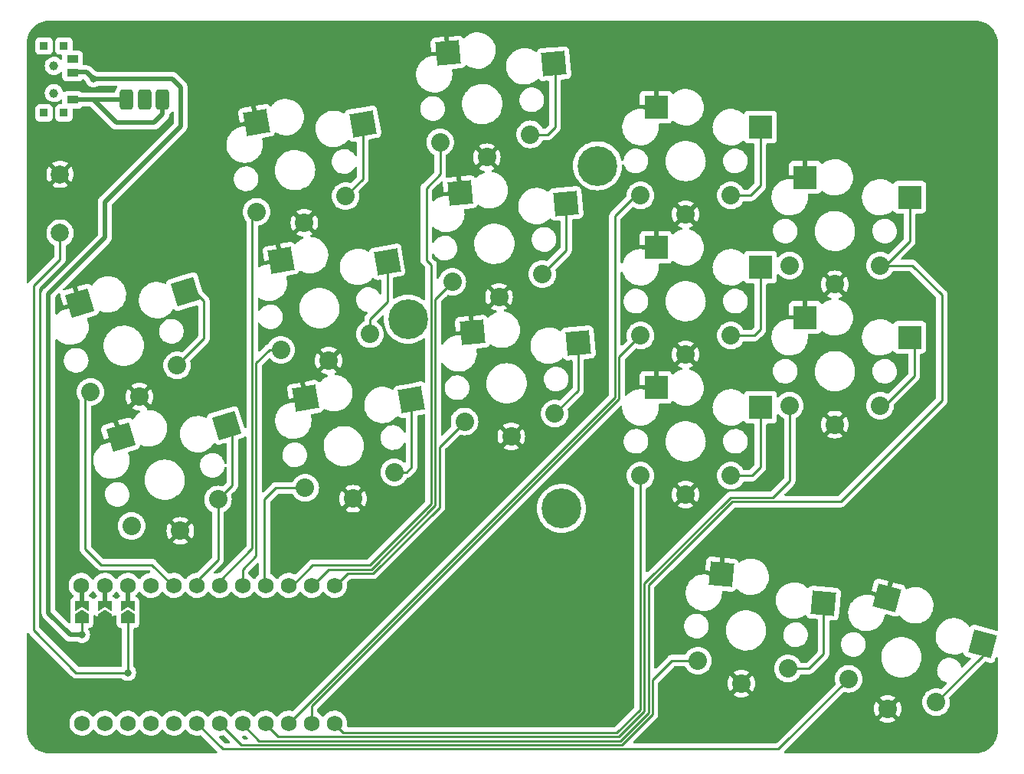
<source format=gbr>
%TF.GenerationSoftware,KiCad,Pcbnew,(6.0.4-0)*%
%TF.CreationDate,2022-07-05T10:49:51+02:00*%
%TF.ProjectId,battoota_min,62617474-6f6f-4746-915f-6d696e2e6b69,v1.0.0*%
%TF.SameCoordinates,Original*%
%TF.FileFunction,Copper,L2,Bot*%
%TF.FilePolarity,Positive*%
%FSLAX46Y46*%
G04 Gerber Fmt 4.6, Leading zero omitted, Abs format (unit mm)*
G04 Created by KiCad (PCBNEW (6.0.4-0)) date 2022-07-05 10:49:51*
%MOMM*%
%LPD*%
G01*
G04 APERTURE LIST*
G04 Aperture macros list*
%AMRoundRect*
0 Rectangle with rounded corners*
0 $1 Rounding radius*
0 $2 $3 $4 $5 $6 $7 $8 $9 X,Y pos of 4 corners*
0 Add a 4 corners polygon primitive as box body*
4,1,4,$2,$3,$4,$5,$6,$7,$8,$9,$2,$3,0*
0 Add four circle primitives for the rounded corners*
1,1,$1+$1,$2,$3*
1,1,$1+$1,$4,$5*
1,1,$1+$1,$6,$7*
1,1,$1+$1,$8,$9*
0 Add four rect primitives between the rounded corners*
20,1,$1+$1,$2,$3,$4,$5,0*
20,1,$1+$1,$4,$5,$6,$7,0*
20,1,$1+$1,$6,$7,$8,$9,0*
20,1,$1+$1,$8,$9,$2,$3,0*%
%AMRotRect*
0 Rectangle, with rotation*
0 The origin of the aperture is its center*
0 $1 length*
0 $2 width*
0 $3 Rotation angle, in degrees counterclockwise*
0 Add horizontal line*
21,1,$1,$2,0,0,$3*%
%AMFreePoly0*
4,1,6,0.500000,-0.750000,-0.650000,-0.750000,-0.150000,0.000000,-0.650000,0.750000,0.500000,0.750000,0.500000,-0.750000,0.500000,-0.750000,$1*%
%AMFreePoly1*
4,1,6,1.000000,0.000000,0.500000,-0.750000,-0.500000,-0.750000,-0.500000,0.750000,0.500000,0.750000,1.000000,0.000000,1.000000,0.000000,$1*%
G04 Aperture macros list end*
%TA.AperFunction,ComponentPad*%
%ADD10C,2.032000*%
%TD*%
%TA.AperFunction,SMDPad,CuDef*%
%ADD11RotRect,2.600000X2.600000X345.000000*%
%TD*%
%TA.AperFunction,SMDPad,CuDef*%
%ADD12R,0.900000X0.900000*%
%TD*%
%TA.AperFunction,WasherPad*%
%ADD13C,1.000000*%
%TD*%
%TA.AperFunction,SMDPad,CuDef*%
%ADD14R,1.250000X0.900000*%
%TD*%
%TA.AperFunction,SMDPad,CuDef*%
%ADD15RotRect,2.600000X2.600000X10.000000*%
%TD*%
%TA.AperFunction,SMDPad,CuDef*%
%ADD16RotRect,2.600000X2.600000X355.000000*%
%TD*%
%TA.AperFunction,ComponentPad*%
%ADD17C,4.400000*%
%TD*%
%TA.AperFunction,SMDPad,CuDef*%
%ADD18RotRect,2.600000X2.600000X17.000000*%
%TD*%
%TA.AperFunction,SMDPad,CuDef*%
%ADD19RotRect,2.600000X2.600000X5.000000*%
%TD*%
%TA.AperFunction,SMDPad,CuDef*%
%ADD20R,2.600000X2.600000*%
%TD*%
%TA.AperFunction,ComponentPad*%
%ADD21RoundRect,0.375000X-0.375000X-0.750000X0.375000X-0.750000X0.375000X0.750000X-0.375000X0.750000X0*%
%TD*%
%TA.AperFunction,ComponentPad*%
%ADD22C,2.000000*%
%TD*%
%TA.AperFunction,ComponentPad*%
%ADD23C,1.752600*%
%TD*%
%TA.AperFunction,SMDPad,CuDef*%
%ADD24FreePoly0,90.000000*%
%TD*%
%TA.AperFunction,SMDPad,CuDef*%
%ADD25R,0.500000X1.524000*%
%TD*%
%TA.AperFunction,SMDPad,CuDef*%
%ADD26FreePoly1,90.000000*%
%TD*%
%TA.AperFunction,ViaPad*%
%ADD27C,0.800000*%
%TD*%
%TA.AperFunction,Conductor*%
%ADD28C,0.250000*%
%TD*%
%TA.AperFunction,Conductor*%
%ADD29C,0.500000*%
%TD*%
G04 APERTURE END LIST*
D10*
%TO.P,S15,1*%
%TO.N,P3*%
X282891780Y-130345593D03*
D11*
%TO.N,GND*%
X287081487Y-121374279D03*
D10*
%TO.N,P3*%
X292551039Y-132933783D03*
D11*
%TO.P,S15,2*%
X297668529Y-126488677D03*
D10*
%TO.N,GND*%
X287177890Y-133668132D03*
%TD*%
D12*
%TO.P,T2,*%
%TO.N,*%
X193921762Y-60365501D03*
X193921762Y-67765501D03*
X196121762Y-60365501D03*
X196121762Y-67765501D03*
D13*
X195021762Y-65565501D03*
X195021762Y-62565501D03*
D14*
%TO.P,T2,1*%
%TO.N,BRAW*%
X197096762Y-66315501D03*
%TO.P,T2,2*%
%TO.N,RAW*%
X197096762Y-63315501D03*
%TO.P,T2,3*%
%TO.N,N/C*%
X197096762Y-61815501D03*
%TD*%
D10*
%TO.P,S3,1*%
%TO.N,P15*%
X232654774Y-107494159D03*
D15*
%TO.N,GND*%
X222812419Y-99329222D03*
D10*
%TO.N,P15*%
X222806696Y-109230640D03*
D15*
%TO.P,S3,2*%
X234568976Y-99490163D03*
D10*
%TO.N,GND*%
X228095396Y-110430496D03*
%TD*%
%TO.P,S14,1*%
%TO.N,P4*%
X276180757Y-129211383D03*
D16*
%TO.N,GND*%
X268787013Y-118777270D03*
D10*
%TO.N,P4*%
X266218810Y-128339825D03*
%TO.P,S14,2*%
%TO.N,GND*%
X271016756Y-130867613D03*
D16*
%TO.N,P4*%
X280101320Y-121975549D03*
%TD*%
D17*
%TO.P,REF\u002A\u002A,1*%
%TO.N,N/C*%
X255124909Y-73614716D03*
X234188000Y-90569091D03*
X251142375Y-111506000D03*
%TD*%
D18*
%TO.P,S1,1*%
%TO.N,GND*%
X202404681Y-103607376D03*
D10*
%TO.N,P20*%
X203605681Y-113435689D03*
X213168728Y-110511972D03*
%TO.P,S1,2*%
%TO.N,GND*%
X209001185Y-113982070D03*
D18*
%TO.N,P20*%
X214093220Y-102334354D03*
%TD*%
D10*
%TO.P,S6,1*%
%TO.N,P10*%
X250386226Y-101023823D03*
X240424279Y-101895381D03*
D19*
%TO.N,GND*%
X241292946Y-92032139D03*
%TO.P,S6,2*%
%TO.N,P10*%
X252990738Y-93217119D03*
D10*
%TO.N,GND*%
X245588280Y-103551611D03*
%TD*%
%TO.P,S5,1*%
%TO.N,P19*%
X227271681Y-76965119D03*
X217423603Y-78701600D03*
D15*
%TO.N,GND*%
X217429326Y-68800182D03*
%TO.P,S5,2*%
%TO.N,P19*%
X229185883Y-68961123D03*
D10*
%TO.N,GND*%
X222712303Y-79901456D03*
%TD*%
D20*
%TO.P,S13,1*%
%TO.N,GND*%
X278086999Y-74882000D03*
D10*
%TO.N,P5*%
X286362000Y-84632000D03*
X276362000Y-84632000D03*
D20*
%TO.P,S13,2*%
X289637000Y-77082001D03*
D10*
%TO.N,GND*%
X281362000Y-86732000D03*
%TD*%
%TO.P,S11,1*%
%TO.N,P7*%
X259862000Y-76882000D03*
D20*
%TO.N,GND*%
X261586999Y-67132000D03*
D10*
%TO.N,P7*%
X269862000Y-76882000D03*
%TO.P,S11,2*%
%TO.N,GND*%
X264862000Y-78982000D03*
D20*
%TO.N,P7*%
X273137000Y-69332001D03*
%TD*%
D10*
%TO.P,S12,1*%
%TO.N,P6*%
X286362000Y-100132000D03*
X276362000Y-100132000D03*
D20*
%TO.N,GND*%
X278086999Y-90382000D03*
D10*
%TO.P,S12,2*%
X281362000Y-102232000D03*
D20*
%TO.N,P6*%
X289637000Y-92582001D03*
%TD*%
D10*
%TO.P,S8,1*%
%TO.N,P14*%
X247684397Y-70141787D03*
X237722450Y-71013345D03*
D19*
%TO.N,GND*%
X238591117Y-61150103D03*
%TO.P,S8,2*%
%TO.N,P14*%
X250288909Y-62335083D03*
D10*
%TO.N,GND*%
X242886451Y-72669575D03*
%TD*%
D21*
%TO.P,PAD1,1*%
%TO.N,BRAW*%
X207035346Y-66324116D03*
%TO.P,PAD1,2*%
%TO.N,GND*%
X205035346Y-66324116D03*
%TO.P,PAD1,3*%
%TO.N,BRAW*%
X203035346Y-66324116D03*
%TD*%
D20*
%TO.P,S9,1*%
%TO.N,GND*%
X261586999Y-98132000D03*
D10*
%TO.N,P9*%
X269862000Y-107882000D03*
X259862000Y-107882000D03*
D20*
%TO.P,S9,2*%
X273137000Y-100332001D03*
D10*
%TO.N,GND*%
X264862000Y-109982000D03*
%TD*%
D20*
%TO.P,S10,1*%
%TO.N,GND*%
X261586999Y-82632000D03*
D10*
%TO.N,P8*%
X269862000Y-92382000D03*
X259862000Y-92382000D03*
D20*
%TO.P,S10,2*%
X273137000Y-84832001D03*
D10*
%TO.N,GND*%
X264862000Y-94482000D03*
%TD*%
D18*
%TO.P,S2,1*%
%TO.N,GND*%
X197872920Y-88784652D03*
D10*
%TO.N,P21*%
X208636967Y-95689248D03*
X199073920Y-98612965D03*
%TO.P,S2,2*%
%TO.N,GND*%
X204469424Y-99159346D03*
D18*
%TO.N,P21*%
X209561459Y-87511630D03*
%TD*%
D22*
%TO.P,B1,1*%
%TO.N,GND*%
X195707000Y-74549000D03*
%TO.P,B1,2*%
%TO.N,RST*%
X195707000Y-81049000D03*
%TD*%
D10*
%TO.P,S4,1*%
%TO.N,P18*%
X229963227Y-92229639D03*
D15*
%TO.N,GND*%
X220120872Y-84064702D03*
D10*
%TO.N,P18*%
X220115149Y-93966120D03*
%TO.P,S4,2*%
%TO.N,GND*%
X225403849Y-95165976D03*
D15*
%TO.N,P18*%
X231877429Y-84225643D03*
%TD*%
D10*
%TO.P,S7,1*%
%TO.N,P16*%
X249035312Y-85582805D03*
X239073365Y-86454363D03*
D19*
%TO.N,GND*%
X239942032Y-76591121D03*
%TO.P,S7,2*%
%TO.N,P16*%
X251639824Y-77776101D03*
D10*
%TO.N,GND*%
X244237366Y-88110593D03*
%TD*%
D23*
%TO.P,MCU1,*%
%TO.N,*%
X203200000Y-120015000D03*
X198036254Y-120015000D03*
X200660000Y-120015000D03*
X203200000Y-135255000D03*
X200660000Y-135255000D03*
D24*
X200660000Y-122271477D03*
D25*
X200660000Y-121346477D03*
D24*
X203200000Y-122271477D03*
D25*
X203200000Y-121346477D03*
D24*
X198120000Y-122271477D03*
D25*
X198120000Y-121346477D03*
D23*
X198120000Y-135255000D03*
D26*
%TO.P,MCU1,1*%
%TO.N,RAW*%
X198120000Y-123721477D03*
%TO.P,MCU1,2*%
%TO.N,GND*%
X200660000Y-123721477D03*
%TO.P,MCU1,3*%
%TO.N,RST*%
X203200000Y-123721477D03*
D23*
%TO.P,MCU1,4*%
%TO.N,N/C*%
X205740000Y-120015000D03*
%TO.P,MCU1,5*%
%TO.N,P21*%
X208280000Y-120015000D03*
%TO.P,MCU1,6*%
%TO.N,P20*%
X210820000Y-120015000D03*
%TO.P,MCU1,7*%
%TO.N,P19*%
X213360000Y-120015000D03*
%TO.P,MCU1,8*%
%TO.N,P18*%
X215900000Y-120015000D03*
%TO.P,MCU1,9*%
%TO.N,P15*%
X218440000Y-120015000D03*
%TO.P,MCU1,10*%
%TO.N,P14*%
X220980000Y-120015000D03*
%TO.P,MCU1,11*%
%TO.N,P16*%
X223520000Y-120015000D03*
%TO.P,MCU1,12*%
%TO.N,P10*%
X226060000Y-120015000D03*
%TO.P,MCU1,16*%
%TO.N,N/C*%
X205740000Y-135255000D03*
%TO.P,MCU1,17*%
%TO.N,P2*%
X208280000Y-135255000D03*
%TO.P,MCU1,18*%
%TO.N,P3*%
X210820000Y-135255000D03*
%TO.P,MCU1,19*%
%TO.N,P4*%
X213360000Y-135255000D03*
%TO.P,MCU1,20*%
%TO.N,P5*%
X215900000Y-135255000D03*
%TO.P,MCU1,21*%
%TO.N,P6*%
X218440000Y-135255000D03*
%TO.P,MCU1,22*%
%TO.N,P7*%
X220980000Y-135255000D03*
%TO.P,MCU1,23*%
%TO.N,P8*%
X223520000Y-135255000D03*
%TO.P,MCU1,24*%
%TO.N,P9*%
X226060000Y-135255000D03*
%TD*%
D27*
%TO.N,GND*%
X200660000Y-127635000D03*
%TO.N,RAW*%
X198120000Y-125476000D03*
X199409061Y-64013474D03*
%TO.N,RST*%
X203200000Y-129667000D03*
%TD*%
D28*
%TO.N,GND*%
X200660000Y-123721477D02*
X200660000Y-127635000D01*
X225403849Y-94875952D02*
X225403849Y-95165976D01*
D29*
%TO.N,RAW*%
X209042000Y-69215000D02*
X209042000Y-64897000D01*
X199414535Y-64008000D02*
X199409061Y-64013474D01*
X200660000Y-77597000D02*
X209042000Y-69215000D01*
X198659672Y-63264116D02*
X199357645Y-63962089D01*
X196850000Y-125476000D02*
X194437000Y-123063000D01*
X208153000Y-64008000D02*
X199414535Y-64008000D01*
D28*
X198120000Y-123721477D02*
X198120000Y-125476000D01*
D29*
X194437000Y-87757000D02*
X200660000Y-81534000D01*
X209042000Y-64897000D02*
X208153000Y-64008000D01*
X194437000Y-123063000D02*
X194437000Y-87757000D01*
X198120000Y-125476000D02*
X196850000Y-125476000D01*
X200660000Y-81534000D02*
X200660000Y-77597000D01*
X197045346Y-63264116D02*
X198659672Y-63264116D01*
D28*
%TO.N,RST*%
X192786000Y-124968000D02*
X192786000Y-86868000D01*
X203200000Y-123721477D02*
X203200000Y-129667000D01*
X195707000Y-83947000D02*
X195707000Y-81049000D01*
X203200000Y-129667000D02*
X197485000Y-129667000D01*
X192786000Y-86868000D02*
X195707000Y-83947000D01*
X197485000Y-129667000D02*
X192786000Y-124968000D01*
%TO.N,P9*%
X259842000Y-133731000D02*
X259842000Y-107902000D01*
X226060000Y-135382000D02*
X226987400Y-136309400D01*
X272169000Y-107882000D02*
X269862000Y-107882000D01*
X226987400Y-136309400D02*
X257263600Y-136309400D01*
X273137000Y-100332001D02*
X273137000Y-106914000D01*
X259842000Y-107902000D02*
X259862000Y-107882000D01*
X257263600Y-136309400D02*
X259842000Y-133731000D01*
X273137000Y-106914000D02*
X272169000Y-107882000D01*
%TO.N,P8*%
X223520000Y-133350718D02*
X223520000Y-135255000D01*
X273137000Y-91674000D02*
X272429000Y-92382000D01*
X257496000Y-99374718D02*
X223520000Y-133350718D01*
X273137000Y-84832001D02*
X273137000Y-91674000D01*
X272429000Y-92382000D02*
X269862000Y-92382000D01*
X257496000Y-94748000D02*
X257496000Y-99374718D01*
X259862000Y-92382000D02*
X257496000Y-94748000D01*
%TO.N,P7*%
X257046480Y-79189520D02*
X259354000Y-76882000D01*
X257046480Y-99188520D02*
X257046480Y-79189520D01*
X273137000Y-69332001D02*
X273137000Y-75799000D01*
X259354000Y-76882000D02*
X259862000Y-76882000D01*
X272054000Y-76882000D02*
X269862000Y-76882000D01*
X220980000Y-135255000D02*
X257046480Y-99188520D01*
X273137000Y-75799000D02*
X272054000Y-76882000D01*
%TO.N,P6*%
X290137000Y-92582001D02*
X290137000Y-96857000D01*
X218440000Y-135382000D02*
X219816920Y-136758920D01*
X274515520Y-110294480D02*
X276362000Y-108448000D01*
X219816920Y-136758920D02*
X257449798Y-136758920D01*
X260291520Y-119818046D02*
X269815086Y-110294480D01*
X290137000Y-96857000D02*
X286862000Y-100132000D01*
X276362000Y-108448000D02*
X276362000Y-100132000D01*
X257449798Y-136758920D02*
X260291520Y-133917197D01*
X260291520Y-133917197D02*
X260291520Y-119818046D01*
X269815086Y-110294480D02*
X274515520Y-110294480D01*
%TO.N,P5*%
X260741040Y-120004243D02*
X270001283Y-110744000D01*
X289637000Y-81938000D02*
X286943000Y-84632000D01*
X289923000Y-84632000D02*
X286362000Y-84632000D01*
X257635996Y-137208440D02*
X260741040Y-134103394D01*
X293175000Y-87884000D02*
X289923000Y-84632000D01*
X289637000Y-77082001D02*
X289637000Y-81938000D01*
X281999000Y-110744000D02*
X293175000Y-99568000D01*
X270001283Y-110744000D02*
X281999000Y-110744000D01*
X215900000Y-135382000D02*
X217726440Y-137208440D01*
X286943000Y-84632000D02*
X286362000Y-84632000D01*
X260741040Y-134103394D02*
X260741040Y-120004243D01*
X293175000Y-99568000D02*
X293175000Y-87884000D01*
X217726440Y-137208440D02*
X257635996Y-137208440D01*
%TO.N,P4*%
X280101320Y-127600680D02*
X278490617Y-129211383D01*
X261190560Y-130477440D02*
X263328175Y-128339825D01*
X263328175Y-128339825D02*
X266218810Y-128339825D01*
X257822194Y-137657960D02*
X261190560Y-134289594D01*
X280101320Y-121975549D02*
X280101320Y-127600680D01*
X215762960Y-137657960D02*
X257822194Y-137657960D01*
X278490617Y-129211383D02*
X276180757Y-129211383D01*
X261190560Y-134289594D02*
X261190560Y-130477440D01*
X213360000Y-135255000D02*
X215762960Y-137657960D01*
%TO.N,P3*%
X210820000Y-135255000D02*
X213672480Y-138107480D01*
X297668529Y-126488677D02*
X297668529Y-127816293D01*
X275129892Y-138107480D02*
X275452686Y-137784686D01*
X213672480Y-138107480D02*
X275129892Y-138107480D01*
X297668529Y-127816293D02*
X292551039Y-132933783D01*
X275452686Y-137784686D02*
X282891780Y-130345593D01*
X275129893Y-138107480D02*
X275452686Y-137784686D01*
%TO.N,P10*%
X237627040Y-111370394D02*
X237627040Y-104692620D01*
X227515480Y-118686520D02*
X230310916Y-118686520D01*
X226060000Y-120142000D02*
X227515480Y-118686520D01*
X230310916Y-118686520D02*
X237627040Y-111370394D01*
X252990738Y-93217119D02*
X252990738Y-98419311D01*
X237627040Y-104692620D02*
X240424279Y-101895381D01*
X252990738Y-98419311D02*
X250386226Y-101023823D01*
%TO.N,P16*%
X251639824Y-82978293D02*
X251639824Y-77776101D01*
X249035312Y-85582805D02*
X251639824Y-82978293D01*
X223520000Y-120142000D02*
X225425000Y-118237000D01*
X237177520Y-88350208D02*
X239073365Y-86454363D01*
X225425000Y-118237000D02*
X230124718Y-118237000D01*
X237177520Y-111184197D02*
X237177520Y-88350208D01*
X230124718Y-118237000D02*
X237177520Y-111184197D01*
%TO.N,P14*%
X250412000Y-69309954D02*
X249580167Y-70141787D01*
X221288420Y-120142000D02*
X223642940Y-117787480D01*
X236728000Y-84582000D02*
X236188000Y-84042000D01*
X229938520Y-117787480D02*
X236728000Y-110998000D01*
X220980000Y-120142000D02*
X221288420Y-120142000D01*
X250288909Y-62335083D02*
X250288909Y-62360909D01*
X250288909Y-62360909D02*
X250412000Y-62484000D01*
X236188000Y-84042000D02*
X236188000Y-76073000D01*
X249580167Y-70141787D02*
X247684397Y-70141787D01*
X250412000Y-62484000D02*
X250412000Y-69309954D01*
X236188000Y-76073000D02*
X237722450Y-74538550D01*
X223642940Y-117787480D02*
X229938520Y-117787480D01*
X236728000Y-110998000D02*
X236728000Y-84582000D01*
X237722450Y-74538550D02*
X237722450Y-71013345D01*
%TO.N,P15*%
X218313000Y-120015000D02*
X218313000Y-110490000D01*
X234568976Y-99490163D02*
X234568976Y-106914024D01*
X218313000Y-110490000D02*
X219572360Y-109230640D01*
X234568976Y-106914024D02*
X233988841Y-107494159D01*
X233988841Y-107494159D02*
X232654774Y-107494159D01*
X219572360Y-109230640D02*
X222806696Y-109230640D01*
%TO.N,P18*%
X218834880Y-93966120D02*
X220115149Y-93966120D01*
X217379105Y-95421895D02*
X218834880Y-93966120D01*
X215900000Y-118237718D02*
X217379105Y-116758613D01*
X231877429Y-84225643D02*
X231877429Y-88670571D01*
X215900000Y-120142000D02*
X215900000Y-118237718D01*
X229963227Y-90584773D02*
X229963227Y-92229639D01*
X231877429Y-88670571D02*
X229963227Y-90584773D01*
X217379105Y-116758613D02*
X217379105Y-95421895D01*
%TO.N,P19*%
X213360000Y-120142000D02*
X213360000Y-119507000D01*
X216929585Y-79195618D02*
X217423603Y-78701600D01*
X213360000Y-119507000D02*
X216929585Y-115937415D01*
X216929585Y-115937415D02*
X216929585Y-79195618D01*
X229185883Y-75050917D02*
X227271681Y-76965119D01*
X229185883Y-68961123D02*
X229185883Y-75050917D01*
%TO.N,P20*%
X211074000Y-119634000D02*
X211074000Y-119253000D01*
X213168728Y-110511972D02*
X214757000Y-108923700D01*
X214757000Y-108923700D02*
X214757000Y-102670574D01*
X211074000Y-119253000D02*
X213168728Y-117158272D01*
X213168728Y-117158272D02*
X213168728Y-110511972D01*
%TO.N,P21*%
X210561459Y-87511630D02*
X211602561Y-88552732D01*
X208280000Y-120142000D02*
X205867000Y-117729000D01*
X205867000Y-117729000D02*
X200279000Y-117729000D01*
X198501000Y-99185885D02*
X199073920Y-98612965D01*
X211602561Y-88552732D02*
X211602561Y-92723654D01*
X200279000Y-117729000D02*
X198501000Y-115951000D01*
X211602561Y-92723654D02*
X208636967Y-95689248D01*
X198501000Y-115951000D02*
X198501000Y-99185885D01*
D29*
%TO.N,BRAW*%
X197096762Y-66315501D02*
X203026731Y-66315501D01*
X203026731Y-66315501D02*
X203035346Y-66324116D01*
X201930000Y-68834000D02*
X206121000Y-68834000D01*
X199411501Y-66315501D02*
X201930000Y-68834000D01*
X206121000Y-68834000D02*
X207035346Y-67919654D01*
X197096762Y-66315501D02*
X199411501Y-66315501D01*
X207035346Y-67919654D02*
X207035346Y-66324116D01*
%TD*%
%TA.AperFunction,Conductor*%
%TO.N,GND*%
G36*
X296849682Y-57551871D02*
G01*
X296873401Y-57555563D01*
X296882299Y-57554399D01*
X296882304Y-57554399D01*
X296890595Y-57553314D01*
X296914540Y-57552479D01*
X297156335Y-57567094D01*
X297172389Y-57568064D01*
X297187494Y-57569897D01*
X297468450Y-57621373D01*
X297483224Y-57625014D01*
X297755917Y-57709978D01*
X297770144Y-57715373D01*
X298030616Y-57832592D01*
X298044090Y-57839663D01*
X298288528Y-57987423D01*
X298301051Y-57996067D01*
X298525891Y-58172212D01*
X298537280Y-58182301D01*
X298739253Y-58384269D01*
X298749344Y-58395659D01*
X298925500Y-58620502D01*
X298934143Y-58633024D01*
X299081907Y-58877454D01*
X299088979Y-58890928D01*
X299206205Y-59151397D01*
X299211600Y-59165624D01*
X299296572Y-59438318D01*
X299300213Y-59453092D01*
X299351694Y-59734038D01*
X299353528Y-59749140D01*
X299368662Y-59999414D01*
X299367390Y-60026408D01*
X299365961Y-60035584D01*
X299367125Y-60044487D01*
X299367125Y-60044488D01*
X299370089Y-60067159D01*
X299371152Y-60083493D01*
X299371152Y-124908389D01*
X299351150Y-124976510D01*
X299297494Y-125023003D01*
X299227220Y-125033107D01*
X299212541Y-125030096D01*
X296863740Y-124400737D01*
X296834406Y-124392877D01*
X296772594Y-124383308D01*
X296627619Y-124397396D01*
X296619287Y-124400737D01*
X296515220Y-124442467D01*
X296492426Y-124451607D01*
X296377881Y-124541582D01*
X296373611Y-124547557D01*
X296312799Y-124582574D01*
X296241887Y-124579115D01*
X296184102Y-124537867D01*
X296178774Y-124530550D01*
X296147418Y-124484063D01*
X296091707Y-124401468D01*
X296083504Y-124392357D01*
X295937549Y-124230258D01*
X295903751Y-124192722D01*
X295894264Y-124184761D01*
X295778692Y-124087785D01*
X295688572Y-124012165D01*
X295450358Y-123863313D01*
X295233717Y-123766858D01*
X295197761Y-123750849D01*
X295197759Y-123750848D01*
X295193747Y-123749062D01*
X294949804Y-123679113D01*
X294927959Y-123672849D01*
X294927958Y-123672849D01*
X294923732Y-123671637D01*
X294919382Y-123671026D01*
X294919379Y-123671025D01*
X294816432Y-123656557D01*
X294645570Y-123632544D01*
X294434976Y-123632544D01*
X294432790Y-123632697D01*
X294432786Y-123632697D01*
X294229295Y-123646926D01*
X294229290Y-123646927D01*
X294224910Y-123647233D01*
X293950152Y-123705635D01*
X293946023Y-123707138D01*
X293946019Y-123707139D01*
X293690341Y-123800198D01*
X293690337Y-123800200D01*
X293686196Y-123801707D01*
X293438180Y-123933580D01*
X293434621Y-123936166D01*
X293434619Y-123936167D01*
X293270228Y-124055604D01*
X293210930Y-124098686D01*
X293207766Y-124101742D01*
X293207763Y-124101744D01*
X293151770Y-124155816D01*
X293008870Y-124293813D01*
X292885588Y-124451607D01*
X292849410Y-124497914D01*
X292835934Y-124515162D01*
X292833738Y-124518966D01*
X292833733Y-124518973D01*
X292738507Y-124683910D01*
X292695486Y-124758425D01*
X292590260Y-125018868D01*
X292589195Y-125023141D01*
X292589194Y-125023143D01*
X292525204Y-125279794D01*
X292522305Y-125291420D01*
X292521846Y-125295788D01*
X292521845Y-125295793D01*
X292493637Y-125564186D01*
X292492944Y-125570777D01*
X292493097Y-125575165D01*
X292493097Y-125575171D01*
X292502390Y-125841271D01*
X292502747Y-125851502D01*
X292503509Y-125855825D01*
X292503510Y-125855832D01*
X292522744Y-125964911D01*
X292551524Y-126128131D01*
X292638325Y-126395279D01*
X292640253Y-126399232D01*
X292640255Y-126399237D01*
X292647216Y-126413509D01*
X292761462Y-126647746D01*
X292763917Y-126651385D01*
X292763920Y-126651391D01*
X292808276Y-126717151D01*
X292918537Y-126880620D01*
X292921482Y-126883891D01*
X292921483Y-126883892D01*
X292985547Y-126955042D01*
X293106493Y-127089366D01*
X293321672Y-127269923D01*
X293559886Y-127418775D01*
X293693608Y-127478312D01*
X293795679Y-127523757D01*
X293816497Y-127533026D01*
X294086512Y-127610451D01*
X294090862Y-127611062D01*
X294090865Y-127611063D01*
X294193812Y-127625531D01*
X294364674Y-127649544D01*
X294575268Y-127649544D01*
X294577454Y-127649391D01*
X294577458Y-127649391D01*
X294780949Y-127635162D01*
X294780954Y-127635161D01*
X294785334Y-127634855D01*
X295060092Y-127576453D01*
X295064221Y-127574950D01*
X295064225Y-127574949D01*
X295319903Y-127481890D01*
X295319907Y-127481888D01*
X295324048Y-127480381D01*
X295395571Y-127442352D01*
X295465107Y-127428032D01*
X295531348Y-127453580D01*
X295573260Y-127510884D01*
X295576464Y-127521523D01*
X295577248Y-127529587D01*
X295609063Y-127608927D01*
X295625350Y-127649544D01*
X295631459Y-127664780D01*
X295721434Y-127779325D01*
X295728736Y-127784543D01*
X295728737Y-127784544D01*
X295746747Y-127797414D01*
X295839942Y-127864012D01*
X295898257Y-127886631D01*
X295901545Y-127887512D01*
X296321573Y-128000059D01*
X296382196Y-128037011D01*
X296413217Y-128100872D01*
X296404789Y-128171366D01*
X296378059Y-128210858D01*
X295534011Y-129054906D01*
X295471701Y-129088930D01*
X295400885Y-129083865D01*
X295344050Y-129041318D01*
X295324825Y-129003192D01*
X295324286Y-129000625D01*
X295239547Y-128786053D01*
X295127949Y-128602145D01*
X295122636Y-128593389D01*
X295122635Y-128593388D01*
X295119867Y-128588826D01*
X295065130Y-128525747D01*
X294972167Y-128418616D01*
X294972165Y-128418614D01*
X294968667Y-128414583D01*
X294883506Y-128344755D01*
X294794399Y-128271691D01*
X294794393Y-128271687D01*
X294790271Y-128268307D01*
X294589779Y-128154181D01*
X294584763Y-128152360D01*
X294584758Y-128152358D01*
X294377939Y-128077286D01*
X294377935Y-128077285D01*
X294372924Y-128075466D01*
X294367675Y-128074517D01*
X294367672Y-128074516D01*
X294149991Y-128035153D01*
X294149984Y-128035152D01*
X294145907Y-128034415D01*
X294128170Y-128033579D01*
X294123222Y-128033345D01*
X294123215Y-128033345D01*
X294121734Y-128033275D01*
X293959589Y-128033275D01*
X293892633Y-128038956D01*
X293792952Y-128047414D01*
X293792948Y-128047415D01*
X293787641Y-128047865D01*
X293782486Y-128049203D01*
X293782480Y-128049204D01*
X293569511Y-128104480D01*
X293569507Y-128104481D01*
X293564342Y-128105822D01*
X293559476Y-128108014D01*
X293559473Y-128108015D01*
X293461035Y-128152358D01*
X293353999Y-128200574D01*
X293349579Y-128203550D01*
X293349575Y-128203552D01*
X293335028Y-128213346D01*
X293162629Y-128329413D01*
X292995702Y-128488653D01*
X292992514Y-128492938D01*
X292917288Y-128594046D01*
X292857993Y-128673741D01*
X292855578Y-128678491D01*
X292800891Y-128786053D01*
X292753437Y-128879387D01*
X292744708Y-128907500D01*
X292686609Y-129094605D01*
X292686608Y-129094611D01*
X292685025Y-129099708D01*
X292680245Y-129135774D01*
X292658250Y-129301729D01*
X292654714Y-129328407D01*
X292663368Y-129558943D01*
X292710742Y-129784725D01*
X292712700Y-129789684D01*
X292712701Y-129789686D01*
X292733932Y-129843445D01*
X292795481Y-129999297D01*
X292915161Y-130196524D01*
X292918658Y-130200554D01*
X293048123Y-130349749D01*
X293066361Y-130370767D01*
X293070492Y-130374154D01*
X293240629Y-130513659D01*
X293240635Y-130513663D01*
X293244757Y-130517043D01*
X293445249Y-130631169D01*
X293451407Y-130633404D01*
X293635172Y-130700108D01*
X293692380Y-130742153D01*
X293717775Y-130808452D01*
X293703295Y-130877957D01*
X293681275Y-130907643D01*
X293142724Y-131446193D01*
X293080412Y-131480218D01*
X293024072Y-131477417D01*
X293023592Y-131479414D01*
X292795074Y-131424551D01*
X292795068Y-131424550D01*
X292790261Y-131423396D01*
X292551039Y-131404569D01*
X292311817Y-131423396D01*
X292307010Y-131424550D01*
X292307004Y-131424551D01*
X292160076Y-131459826D01*
X292078486Y-131479414D01*
X292073915Y-131481307D01*
X292073913Y-131481308D01*
X291861362Y-131569349D01*
X291861360Y-131569350D01*
X291856790Y-131571243D01*
X291652190Y-131696623D01*
X291648423Y-131699840D01*
X291648422Y-131699841D01*
X291593101Y-131747089D01*
X291469721Y-131852465D01*
X291313879Y-132034934D01*
X291188499Y-132239534D01*
X291186606Y-132244104D01*
X291186605Y-132244106D01*
X291107035Y-132436206D01*
X291096670Y-132461230D01*
X291095515Y-132466042D01*
X291041807Y-132689748D01*
X291041806Y-132689754D01*
X291040652Y-132694561D01*
X291021825Y-132933783D01*
X291040652Y-133173005D01*
X291041806Y-133177812D01*
X291041807Y-133177818D01*
X291072035Y-133303724D01*
X291096670Y-133406336D01*
X291098563Y-133410907D01*
X291098564Y-133410909D01*
X291167037Y-133576217D01*
X291188499Y-133628032D01*
X291313879Y-133832632D01*
X291469721Y-134015101D01*
X291652190Y-134170943D01*
X291856790Y-134296323D01*
X291861360Y-134298216D01*
X291861362Y-134298217D01*
X292073913Y-134386258D01*
X292078486Y-134388152D01*
X292141811Y-134403355D01*
X292307004Y-134443015D01*
X292307010Y-134443016D01*
X292311817Y-134444170D01*
X292551039Y-134462997D01*
X292790261Y-134444170D01*
X292795068Y-134443016D01*
X292795074Y-134443015D01*
X292960267Y-134403355D01*
X293023592Y-134388152D01*
X293028165Y-134386258D01*
X293240716Y-134298217D01*
X293240718Y-134298216D01*
X293245288Y-134296323D01*
X293449888Y-134170943D01*
X293632357Y-134015101D01*
X293788199Y-133832632D01*
X293913579Y-133628032D01*
X293935042Y-133576217D01*
X294003514Y-133410909D01*
X294003515Y-133410907D01*
X294005408Y-133406336D01*
X294030043Y-133303724D01*
X294060271Y-133177818D01*
X294060272Y-133177812D01*
X294061426Y-133173005D01*
X294080253Y-132933783D01*
X294061426Y-132694561D01*
X294060272Y-132689754D01*
X294060271Y-132689748D01*
X294005408Y-132461230D01*
X294007631Y-132460696D01*
X294005852Y-132399205D01*
X294038629Y-132342097D01*
X297894090Y-128486637D01*
X297956402Y-128452611D01*
X298015796Y-128454025D01*
X298283468Y-128525747D01*
X298502652Y-128584477D01*
X298564464Y-128594046D01*
X298709439Y-128579958D01*
X298717771Y-128576617D01*
X298836303Y-128529087D01*
X298836304Y-128529086D01*
X298844632Y-128525747D01*
X298959177Y-128435772D01*
X299043864Y-128317264D01*
X299066483Y-128258949D01*
X299123445Y-128046364D01*
X299160397Y-127985741D01*
X299224257Y-127954720D01*
X299294752Y-127963148D01*
X299349499Y-128008351D01*
X299371152Y-128078975D01*
X299371152Y-136046532D01*
X299369652Y-136065917D01*
X299367342Y-136080750D01*
X299367342Y-136080754D01*
X299365961Y-136089623D01*
X299367605Y-136102192D01*
X299368210Y-136106818D01*
X299369043Y-136130762D01*
X299353446Y-136388612D01*
X299351612Y-136403716D01*
X299300128Y-136684662D01*
X299296487Y-136699435D01*
X299211513Y-136972130D01*
X299206123Y-136986344D01*
X299147953Y-137115595D01*
X299088894Y-137246820D01*
X299081823Y-137260291D01*
X298934061Y-137504725D01*
X298925417Y-137517248D01*
X298749265Y-137742091D01*
X298739176Y-137753480D01*
X298537210Y-137955449D01*
X298525822Y-137965538D01*
X298300987Y-138141689D01*
X298288465Y-138150333D01*
X298044029Y-138298104D01*
X298030556Y-138305175D01*
X297770095Y-138422403D01*
X297755869Y-138427798D01*
X297483184Y-138512774D01*
X297468411Y-138516416D01*
X297187458Y-138567907D01*
X297172354Y-138569741D01*
X296921983Y-138584890D01*
X296894996Y-138583621D01*
X296894850Y-138583598D01*
X296894790Y-138583589D01*
X296894789Y-138583589D01*
X296885919Y-138582208D01*
X296854362Y-138586335D01*
X296838023Y-138587399D01*
X275850069Y-138587399D01*
X275781948Y-138567397D01*
X275735455Y-138513741D01*
X275725351Y-138443467D01*
X275754845Y-138378887D01*
X275760973Y-138372304D01*
X275928821Y-138204455D01*
X279220839Y-134912438D01*
X286298414Y-134912438D01*
X286304141Y-134920088D01*
X286479649Y-135027639D01*
X286488443Y-135032120D01*
X286700919Y-135120130D01*
X286710304Y-135123179D01*
X286933934Y-135176869D01*
X286943681Y-135178412D01*
X287172960Y-135196457D01*
X287182820Y-135196457D01*
X287412099Y-135178412D01*
X287421846Y-135176869D01*
X287645476Y-135123179D01*
X287654861Y-135120130D01*
X287867337Y-135032120D01*
X287876131Y-135027639D01*
X288047973Y-134922335D01*
X288057433Y-134911879D01*
X288053649Y-134903101D01*
X287190702Y-134040154D01*
X287176758Y-134032540D01*
X287174925Y-134032671D01*
X287168310Y-134036922D01*
X286305174Y-134900058D01*
X286298414Y-134912438D01*
X279220839Y-134912438D01*
X280460215Y-133673062D01*
X285649565Y-133673062D01*
X285667610Y-133902341D01*
X285669153Y-133912088D01*
X285722843Y-134135718D01*
X285725892Y-134145103D01*
X285813902Y-134357579D01*
X285818383Y-134366373D01*
X285923687Y-134538215D01*
X285934143Y-134547675D01*
X285942921Y-134543891D01*
X286805868Y-133680944D01*
X286812246Y-133669264D01*
X287542298Y-133669264D01*
X287542429Y-133671097D01*
X287546680Y-133677712D01*
X288409816Y-134540848D01*
X288422196Y-134547608D01*
X288429846Y-134541881D01*
X288537397Y-134366373D01*
X288541878Y-134357579D01*
X288629888Y-134145103D01*
X288632937Y-134135718D01*
X288686627Y-133912088D01*
X288688170Y-133902341D01*
X288706215Y-133673062D01*
X288706215Y-133663202D01*
X288688170Y-133433923D01*
X288686627Y-133424176D01*
X288632937Y-133200546D01*
X288629888Y-133191161D01*
X288541878Y-132978685D01*
X288537397Y-132969891D01*
X288432093Y-132798049D01*
X288421637Y-132788589D01*
X288412859Y-132792373D01*
X287549912Y-133655320D01*
X287542298Y-133669264D01*
X286812246Y-133669264D01*
X286813482Y-133667000D01*
X286813351Y-133665167D01*
X286809100Y-133658552D01*
X285945964Y-132795416D01*
X285933584Y-132788656D01*
X285925934Y-132794383D01*
X285818383Y-132969891D01*
X285813902Y-132978685D01*
X285725892Y-133191161D01*
X285722843Y-133200546D01*
X285669153Y-133424176D01*
X285667610Y-133433923D01*
X285649565Y-133663202D01*
X285649565Y-133673062D01*
X280460215Y-133673062D01*
X281708892Y-132424385D01*
X286298347Y-132424385D01*
X286302131Y-132433163D01*
X287165078Y-133296110D01*
X287179022Y-133303724D01*
X287180855Y-133303593D01*
X287187470Y-133299342D01*
X288050606Y-132436206D01*
X288057366Y-132423826D01*
X288051639Y-132416176D01*
X287876131Y-132308625D01*
X287867337Y-132304144D01*
X287654861Y-132216134D01*
X287645476Y-132213085D01*
X287421846Y-132159395D01*
X287412099Y-132157852D01*
X287182820Y-132139807D01*
X287172960Y-132139807D01*
X286943681Y-132157852D01*
X286933934Y-132159395D01*
X286710304Y-132213085D01*
X286700919Y-132216134D01*
X286488443Y-132304144D01*
X286479649Y-132308625D01*
X286307807Y-132413929D01*
X286298347Y-132424385D01*
X281708892Y-132424385D01*
X282300094Y-131833183D01*
X282362406Y-131799158D01*
X282418738Y-131801999D01*
X282419227Y-131799962D01*
X282647745Y-131854825D01*
X282647751Y-131854826D01*
X282652558Y-131855980D01*
X282891780Y-131874807D01*
X283131002Y-131855980D01*
X283135809Y-131854826D01*
X283135815Y-131854825D01*
X283282743Y-131819550D01*
X283364333Y-131799962D01*
X283368906Y-131798068D01*
X283581457Y-131710027D01*
X283581459Y-131710026D01*
X283586029Y-131708133D01*
X283790629Y-131582753D01*
X283801076Y-131573831D01*
X283969336Y-131430124D01*
X283973098Y-131426911D01*
X284128940Y-131244442D01*
X284254320Y-131039842D01*
X284309079Y-130907643D01*
X284344255Y-130822719D01*
X284344256Y-130822717D01*
X284346149Y-130818146D01*
X284369564Y-130720615D01*
X284401012Y-130589628D01*
X284401013Y-130589622D01*
X284402167Y-130584815D01*
X284420994Y-130345593D01*
X284402167Y-130106371D01*
X284346149Y-129873040D01*
X284336757Y-129850365D01*
X284256214Y-129655916D01*
X284256213Y-129655914D01*
X284254320Y-129651344D01*
X284128940Y-129446744D01*
X284099750Y-129412566D01*
X283976311Y-129268037D01*
X283973098Y-129264275D01*
X283823605Y-129136597D01*
X283794397Y-129111651D01*
X283794396Y-129111650D01*
X283790629Y-129108433D01*
X283586029Y-128983053D01*
X283581459Y-128981160D01*
X283581457Y-128981159D01*
X283368906Y-128893118D01*
X283368904Y-128893117D01*
X283364333Y-128891224D01*
X283281964Y-128871449D01*
X283135815Y-128836361D01*
X283135809Y-128836360D01*
X283131002Y-128835206D01*
X282891780Y-128816379D01*
X282652558Y-128835206D01*
X282647751Y-128836360D01*
X282647745Y-128836361D01*
X282501596Y-128871449D01*
X282419227Y-128891224D01*
X282414656Y-128893117D01*
X282414654Y-128893118D01*
X282202103Y-128981159D01*
X282202101Y-128981160D01*
X282197531Y-128983053D01*
X281992931Y-129108433D01*
X281989164Y-129111650D01*
X281989163Y-129111651D01*
X281959955Y-129136597D01*
X281810462Y-129264275D01*
X281807249Y-129268037D01*
X281683811Y-129412566D01*
X281654620Y-129446744D01*
X281529240Y-129651344D01*
X281527347Y-129655914D01*
X281527346Y-129655916D01*
X281446803Y-129850365D01*
X281437411Y-129873040D01*
X281381393Y-130106371D01*
X281362566Y-130345593D01*
X281381393Y-130584815D01*
X281382547Y-130589622D01*
X281382548Y-130589628D01*
X281437411Y-130818146D01*
X281435188Y-130818680D01*
X281436967Y-130880171D01*
X281404190Y-130937279D01*
X274976551Y-137364916D01*
X274976548Y-137364920D01*
X274904393Y-137437075D01*
X274842081Y-137471101D01*
X274815298Y-137473980D01*
X259206268Y-137473980D01*
X259138147Y-137453978D01*
X259091654Y-137400322D01*
X259081550Y-137330048D01*
X259111044Y-137265468D01*
X259117173Y-137258885D01*
X260250639Y-136125420D01*
X261582813Y-134793246D01*
X261591099Y-134785706D01*
X261597578Y-134781594D01*
X261644204Y-134731942D01*
X261646958Y-134729101D01*
X261666695Y-134709364D01*
X261669175Y-134706167D01*
X261676880Y-134697145D01*
X261701719Y-134670694D01*
X261707146Y-134664915D01*
X261710965Y-134657969D01*
X261710967Y-134657966D01*
X261716908Y-134647160D01*
X261727759Y-134630641D01*
X261735318Y-134620895D01*
X261740174Y-134614635D01*
X261743319Y-134607366D01*
X261743322Y-134607362D01*
X261757734Y-134574057D01*
X261762951Y-134563407D01*
X261784255Y-134524654D01*
X261789293Y-134505031D01*
X261795697Y-134486328D01*
X261800593Y-134475014D01*
X261800593Y-134475013D01*
X261803741Y-134467739D01*
X261804980Y-134459916D01*
X261804983Y-134459906D01*
X261810659Y-134424070D01*
X261813065Y-134412450D01*
X261822088Y-134377305D01*
X261822088Y-134377304D01*
X261824060Y-134369624D01*
X261824060Y-134349370D01*
X261825611Y-134329659D01*
X261827540Y-134317480D01*
X261828780Y-134309651D01*
X261824619Y-134265632D01*
X261824060Y-134253775D01*
X261824060Y-132111919D01*
X270137280Y-132111919D01*
X270143007Y-132119569D01*
X270318515Y-132227120D01*
X270327309Y-132231601D01*
X270539785Y-132319611D01*
X270549170Y-132322660D01*
X270772800Y-132376350D01*
X270782547Y-132377893D01*
X271011826Y-132395938D01*
X271021686Y-132395938D01*
X271250965Y-132377893D01*
X271260712Y-132376350D01*
X271484342Y-132322660D01*
X271493727Y-132319611D01*
X271706203Y-132231601D01*
X271714997Y-132227120D01*
X271886839Y-132121816D01*
X271896299Y-132111360D01*
X271892515Y-132102582D01*
X271029568Y-131239635D01*
X271015624Y-131232021D01*
X271013791Y-131232152D01*
X271007176Y-131236403D01*
X270144040Y-132099539D01*
X270137280Y-132111919D01*
X261824060Y-132111919D01*
X261824060Y-130872543D01*
X269488431Y-130872543D01*
X269506476Y-131101822D01*
X269508019Y-131111569D01*
X269561709Y-131335199D01*
X269564758Y-131344584D01*
X269652768Y-131557060D01*
X269657249Y-131565854D01*
X269762553Y-131737696D01*
X269773009Y-131747156D01*
X269781787Y-131743372D01*
X270644734Y-130880425D01*
X270651112Y-130868745D01*
X271381164Y-130868745D01*
X271381295Y-130870578D01*
X271385546Y-130877193D01*
X272248682Y-131740329D01*
X272261062Y-131747089D01*
X272268712Y-131741362D01*
X272376263Y-131565854D01*
X272380744Y-131557060D01*
X272468754Y-131344584D01*
X272471803Y-131335199D01*
X272525493Y-131111569D01*
X272527036Y-131101822D01*
X272545081Y-130872543D01*
X272545081Y-130862683D01*
X272527036Y-130633404D01*
X272525493Y-130623657D01*
X272471803Y-130400027D01*
X272468754Y-130390642D01*
X272380741Y-130178160D01*
X272376263Y-130169372D01*
X272270959Y-129997530D01*
X272260503Y-129988070D01*
X272251725Y-129991854D01*
X271388778Y-130854801D01*
X271381164Y-130868745D01*
X270651112Y-130868745D01*
X270652348Y-130866481D01*
X270652217Y-130864648D01*
X270647966Y-130858033D01*
X269784830Y-129994897D01*
X269772450Y-129988137D01*
X269764800Y-129993864D01*
X269657249Y-130169372D01*
X269652771Y-130178160D01*
X269564758Y-130390642D01*
X269561709Y-130400027D01*
X269508019Y-130623657D01*
X269506476Y-130633404D01*
X269488431Y-130862683D01*
X269488431Y-130872543D01*
X261824060Y-130872543D01*
X261824060Y-130792034D01*
X261844062Y-130723913D01*
X261860965Y-130702939D01*
X263553675Y-129010230D01*
X263615987Y-128976204D01*
X263642770Y-128973325D01*
X264748540Y-128973325D01*
X264816661Y-128993327D01*
X264854519Y-129035147D01*
X264856270Y-129034074D01*
X264981650Y-129238674D01*
X265137492Y-129421143D01*
X265141254Y-129424356D01*
X265292595Y-129553612D01*
X265319961Y-129576985D01*
X265524561Y-129702365D01*
X265529131Y-129704258D01*
X265529133Y-129704259D01*
X265741684Y-129792300D01*
X265746257Y-129794194D01*
X265768825Y-129799612D01*
X265974775Y-129849057D01*
X265974781Y-129849058D01*
X265979588Y-129850212D01*
X266218810Y-129869039D01*
X266458032Y-129850212D01*
X266462839Y-129849058D01*
X266462845Y-129849057D01*
X266668795Y-129799612D01*
X266691363Y-129794194D01*
X266695936Y-129792300D01*
X266908487Y-129704259D01*
X266908489Y-129704258D01*
X266913059Y-129702365D01*
X267041157Y-129623866D01*
X270137213Y-129623866D01*
X270140997Y-129632644D01*
X271003944Y-130495591D01*
X271017888Y-130503205D01*
X271019721Y-130503074D01*
X271026336Y-130498823D01*
X271889472Y-129635687D01*
X271896232Y-129623307D01*
X271890505Y-129615657D01*
X271714997Y-129508106D01*
X271706203Y-129503625D01*
X271493727Y-129415615D01*
X271484342Y-129412566D01*
X271260712Y-129358876D01*
X271250965Y-129357333D01*
X271021686Y-129339288D01*
X271011826Y-129339288D01*
X270782547Y-129357333D01*
X270772800Y-129358876D01*
X270549170Y-129412566D01*
X270539785Y-129415615D01*
X270327309Y-129503625D01*
X270318515Y-129508106D01*
X270146673Y-129613410D01*
X270137213Y-129623866D01*
X267041157Y-129623866D01*
X267117659Y-129576985D01*
X267145026Y-129553612D01*
X267296366Y-129424356D01*
X267300128Y-129421143D01*
X267455970Y-129238674D01*
X267472694Y-129211383D01*
X274651543Y-129211383D01*
X274670370Y-129450605D01*
X274671524Y-129455412D01*
X274671525Y-129455418D01*
X274688190Y-129524831D01*
X274726388Y-129683936D01*
X274728281Y-129688507D01*
X274728282Y-129688509D01*
X274811112Y-129888478D01*
X274818217Y-129905632D01*
X274943597Y-130110232D01*
X274946814Y-130113999D01*
X274946815Y-130114000D01*
X275018750Y-130198226D01*
X275099439Y-130292701D01*
X275103201Y-130295914D01*
X275225103Y-130400027D01*
X275281908Y-130448543D01*
X275486508Y-130573923D01*
X275491078Y-130575816D01*
X275491080Y-130575817D01*
X275703631Y-130663858D01*
X275708204Y-130665752D01*
X275789794Y-130685340D01*
X275936722Y-130720615D01*
X275936728Y-130720616D01*
X275941535Y-130721770D01*
X276180757Y-130740597D01*
X276419979Y-130721770D01*
X276424786Y-130720616D01*
X276424792Y-130720615D01*
X276571720Y-130685340D01*
X276653310Y-130665752D01*
X276657883Y-130663858D01*
X276870434Y-130575817D01*
X276870436Y-130575816D01*
X276875006Y-130573923D01*
X277079606Y-130448543D01*
X277136412Y-130400027D01*
X277258313Y-130295914D01*
X277262075Y-130292701D01*
X277342764Y-130198226D01*
X277414699Y-130114000D01*
X277414700Y-130113999D01*
X277417917Y-130110232D01*
X277543297Y-129905632D01*
X277545225Y-129906813D01*
X277587573Y-129862027D01*
X277651027Y-129844883D01*
X278411850Y-129844883D01*
X278423033Y-129845410D01*
X278430526Y-129847085D01*
X278438452Y-129846836D01*
X278438453Y-129846836D01*
X278498603Y-129844945D01*
X278502562Y-129844883D01*
X278530473Y-129844883D01*
X278534408Y-129844386D01*
X278534473Y-129844378D01*
X278546310Y-129843445D01*
X278578568Y-129842431D01*
X278582587Y-129842305D01*
X278590506Y-129842056D01*
X278609960Y-129836404D01*
X278629317Y-129832396D01*
X278641547Y-129830851D01*
X278641548Y-129830851D01*
X278649414Y-129829857D01*
X278656785Y-129826938D01*
X278656787Y-129826938D01*
X278690529Y-129813579D01*
X278701759Y-129809734D01*
X278736600Y-129799612D01*
X278736601Y-129799612D01*
X278744210Y-129797401D01*
X278751029Y-129793368D01*
X278751034Y-129793366D01*
X278761645Y-129787090D01*
X278779393Y-129778395D01*
X278798234Y-129770935D01*
X278834004Y-129744947D01*
X278843924Y-129738431D01*
X278875152Y-129719963D01*
X278875155Y-129719961D01*
X278881979Y-129715925D01*
X278896300Y-129701604D01*
X278911334Y-129688763D01*
X278921311Y-129681514D01*
X278927724Y-129676855D01*
X278955915Y-129642778D01*
X278963905Y-129633999D01*
X280493573Y-128104332D01*
X280501859Y-128096792D01*
X280508338Y-128092680D01*
X280554964Y-128043028D01*
X280557718Y-128040187D01*
X280577455Y-128020450D01*
X280579935Y-128017253D01*
X280581151Y-128015829D01*
X286477436Y-128015829D01*
X286477799Y-128019977D01*
X286477799Y-128019981D01*
X286493407Y-128198382D01*
X286503174Y-128310019D01*
X286504084Y-128314091D01*
X286504085Y-128314096D01*
X286562405Y-128575004D01*
X286567594Y-128598220D01*
X286669566Y-128875369D01*
X286807296Y-129136597D01*
X286809716Y-129140002D01*
X286975941Y-129373905D01*
X286975946Y-129373911D01*
X286978365Y-129377315D01*
X286981209Y-129380365D01*
X286981214Y-129380371D01*
X287100329Y-129508106D01*
X287179768Y-129593294D01*
X287407967Y-129780738D01*
X287658951Y-129936355D01*
X287928312Y-130057411D01*
X288076394Y-130101556D01*
X288149713Y-130123413D01*
X288211317Y-130141778D01*
X288215437Y-130142431D01*
X288215439Y-130142431D01*
X288499514Y-130187425D01*
X288499520Y-130187426D01*
X288502995Y-130187976D01*
X288527554Y-130189091D01*
X288593939Y-130192106D01*
X288593960Y-130192106D01*
X288595359Y-130192170D01*
X288779823Y-130192170D01*
X288999586Y-130177573D01*
X289003685Y-130176747D01*
X289003689Y-130176746D01*
X289177112Y-130141778D01*
X289289073Y-130119203D01*
X289568297Y-130023058D01*
X289738011Y-129938072D01*
X289828617Y-129892700D01*
X289828619Y-129892699D01*
X289832353Y-129890829D01*
X290076600Y-129724838D01*
X290082053Y-129719963D01*
X290239069Y-129579574D01*
X290296749Y-129528002D01*
X290334776Y-129483635D01*
X290486211Y-129306954D01*
X290486214Y-129306950D01*
X290488931Y-129303780D01*
X290491205Y-129300278D01*
X290491209Y-129300273D01*
X290647492Y-129059619D01*
X290647495Y-129059614D01*
X290649771Y-129056109D01*
X290659725Y-129035147D01*
X290728612Y-128890069D01*
X290776441Y-128789342D01*
X290778962Y-128781492D01*
X290865437Y-128512153D01*
X290865437Y-128512152D01*
X290866717Y-128508166D01*
X290898218Y-128333089D01*
X290918273Y-128221629D01*
X290918274Y-128221624D01*
X290919012Y-128217520D01*
X290919315Y-128210862D01*
X290932219Y-127926681D01*
X290932219Y-127926676D01*
X290932408Y-127922511D01*
X290930718Y-127903187D01*
X290907757Y-127640745D01*
X290906670Y-127628321D01*
X290903000Y-127611901D01*
X290843162Y-127344198D01*
X290843160Y-127344191D01*
X290842250Y-127340120D01*
X290740278Y-127062971D01*
X290730251Y-127043952D01*
X290647683Y-126887350D01*
X290602548Y-126801743D01*
X290542432Y-126717151D01*
X290433903Y-126564435D01*
X290433898Y-126564429D01*
X290431479Y-126561025D01*
X290428635Y-126557975D01*
X290428630Y-126557969D01*
X290232922Y-126348098D01*
X290230076Y-126345046D01*
X290001877Y-126157602D01*
X289750893Y-126001985D01*
X289696648Y-125977606D01*
X289668400Y-125964911D01*
X289481532Y-125880929D01*
X289297597Y-125826096D01*
X289202526Y-125797754D01*
X289202524Y-125797754D01*
X289198527Y-125796562D01*
X289194407Y-125795909D01*
X289194405Y-125795909D01*
X288910330Y-125750915D01*
X288910324Y-125750914D01*
X288906849Y-125750364D01*
X288882290Y-125749249D01*
X288815905Y-125746234D01*
X288815884Y-125746234D01*
X288814485Y-125746170D01*
X288630021Y-125746170D01*
X288410258Y-125760767D01*
X288406159Y-125761593D01*
X288406155Y-125761594D01*
X288263561Y-125790346D01*
X288120771Y-125819137D01*
X287841547Y-125915282D01*
X287713660Y-125979323D01*
X287597523Y-126037480D01*
X287577491Y-126047511D01*
X287333244Y-126213502D01*
X287330130Y-126216286D01*
X287330129Y-126216287D01*
X287295113Y-126247595D01*
X287113095Y-126410338D01*
X287110378Y-126413508D01*
X287110377Y-126413509D01*
X286940990Y-126611136D01*
X286920913Y-126634560D01*
X286918639Y-126638062D01*
X286918635Y-126638067D01*
X286763490Y-126876969D01*
X286760073Y-126882231D01*
X286758279Y-126886009D01*
X286758278Y-126886011D01*
X286746069Y-126911723D01*
X286633403Y-127148998D01*
X286632124Y-127152981D01*
X286632123Y-127152984D01*
X286596287Y-127264599D01*
X286543127Y-127430174D01*
X286540936Y-127442352D01*
X286491915Y-127714803D01*
X286490832Y-127720820D01*
X286490643Y-127724987D01*
X286490642Y-127724994D01*
X286477625Y-128011659D01*
X286477436Y-128015829D01*
X280581151Y-128015829D01*
X280587640Y-128008231D01*
X280595314Y-128000059D01*
X280617906Y-127976001D01*
X280621725Y-127969055D01*
X280621727Y-127969052D01*
X280627668Y-127958246D01*
X280638519Y-127941727D01*
X280646078Y-127931981D01*
X280650934Y-127925721D01*
X280654079Y-127918452D01*
X280654082Y-127918448D01*
X280668494Y-127885143D01*
X280673711Y-127874493D01*
X280695015Y-127835740D01*
X280700053Y-127816117D01*
X280706457Y-127797414D01*
X280711353Y-127786100D01*
X280711353Y-127786099D01*
X280714501Y-127778825D01*
X280715740Y-127771002D01*
X280715743Y-127770992D01*
X280721419Y-127735156D01*
X280723825Y-127723536D01*
X280732848Y-127688391D01*
X280732848Y-127688390D01*
X280734820Y-127680710D01*
X280734820Y-127660456D01*
X280736371Y-127640745D01*
X280738300Y-127628566D01*
X280739540Y-127620737D01*
X280735379Y-127576718D01*
X280734820Y-127564861D01*
X280734820Y-126481397D01*
X282029530Y-126481397D01*
X282038184Y-126711933D01*
X282085558Y-126937715D01*
X282170297Y-127152287D01*
X282239964Y-127267095D01*
X282284277Y-127340120D01*
X282289977Y-127349514D01*
X282293474Y-127353544D01*
X282404847Y-127481890D01*
X282441177Y-127523757D01*
X282458454Y-127537923D01*
X282615445Y-127666649D01*
X282615451Y-127666653D01*
X282619573Y-127670033D01*
X282820065Y-127784159D01*
X282825081Y-127785980D01*
X282825086Y-127785982D01*
X283031905Y-127861054D01*
X283031909Y-127861055D01*
X283036920Y-127862874D01*
X283042169Y-127863823D01*
X283042172Y-127863824D01*
X283259853Y-127903187D01*
X283259860Y-127903188D01*
X283263937Y-127903925D01*
X283281674Y-127904761D01*
X283286622Y-127904995D01*
X283286629Y-127904995D01*
X283288110Y-127905065D01*
X283450255Y-127905065D01*
X283517211Y-127899384D01*
X283616892Y-127890926D01*
X283616896Y-127890925D01*
X283622203Y-127890475D01*
X283627358Y-127889137D01*
X283627364Y-127889136D01*
X283840333Y-127833860D01*
X283840337Y-127833859D01*
X283845502Y-127832518D01*
X283850368Y-127830326D01*
X283850371Y-127830325D01*
X284050979Y-127739958D01*
X284055845Y-127737766D01*
X284060265Y-127734790D01*
X284060269Y-127734788D01*
X284170677Y-127660456D01*
X284247215Y-127608927D01*
X284414142Y-127449687D01*
X284498582Y-127336195D01*
X284548667Y-127268879D01*
X284548669Y-127268876D01*
X284551851Y-127264599D01*
X284603673Y-127162672D01*
X284653988Y-127063711D01*
X284653988Y-127063710D01*
X284656407Y-127058953D01*
X284701543Y-126913594D01*
X284723235Y-126843735D01*
X284723236Y-126843729D01*
X284724819Y-126838632D01*
X284748293Y-126661522D01*
X284754430Y-126615218D01*
X284754430Y-126615213D01*
X284755130Y-126609933D01*
X284746476Y-126379397D01*
X284699102Y-126153615D01*
X284689314Y-126128829D01*
X284650693Y-126031035D01*
X284614363Y-125939043D01*
X284494683Y-125741816D01*
X284460834Y-125702808D01*
X284346983Y-125571606D01*
X284346981Y-125571604D01*
X284343483Y-125567573D01*
X284291490Y-125524941D01*
X284169215Y-125424681D01*
X284169209Y-125424677D01*
X284165087Y-125421297D01*
X283964595Y-125307171D01*
X283959579Y-125305350D01*
X283959574Y-125305348D01*
X283752755Y-125230276D01*
X283752751Y-125230275D01*
X283747740Y-125228456D01*
X283742491Y-125227507D01*
X283742488Y-125227506D01*
X283524807Y-125188143D01*
X283524800Y-125188142D01*
X283520723Y-125187405D01*
X283502986Y-125186569D01*
X283498038Y-125186335D01*
X283498031Y-125186335D01*
X283496550Y-125186265D01*
X283334405Y-125186265D01*
X283267449Y-125191946D01*
X283167768Y-125200404D01*
X283167764Y-125200405D01*
X283162457Y-125200855D01*
X283157302Y-125202193D01*
X283157296Y-125202194D01*
X282944327Y-125257470D01*
X282944323Y-125257471D01*
X282939158Y-125258812D01*
X282934292Y-125261004D01*
X282934289Y-125261005D01*
X282770048Y-125334990D01*
X282728815Y-125353564D01*
X282724395Y-125356540D01*
X282724391Y-125356542D01*
X282644329Y-125410444D01*
X282537445Y-125482403D01*
X282370518Y-125641643D01*
X282347779Y-125672206D01*
X282239074Y-125818311D01*
X282232809Y-125826731D01*
X282230394Y-125831481D01*
X282153506Y-125982709D01*
X282128253Y-126032377D01*
X282099863Y-126123808D01*
X282061425Y-126247595D01*
X282061424Y-126247601D01*
X282059841Y-126252698D01*
X282050766Y-126321167D01*
X282038528Y-126413509D01*
X282029530Y-126481397D01*
X280734820Y-126481397D01*
X280734820Y-123983886D01*
X280754822Y-123915765D01*
X280808478Y-123869272D01*
X280871800Y-123858365D01*
X281286703Y-123894665D01*
X281290106Y-123894594D01*
X281290115Y-123894594D01*
X281341333Y-123893521D01*
X281341336Y-123893521D01*
X281349237Y-123893355D01*
X281489563Y-123854307D01*
X281613289Y-123777444D01*
X281619276Y-123770759D01*
X281619279Y-123770757D01*
X281704481Y-123675630D01*
X281704482Y-123675628D01*
X281710469Y-123668944D01*
X281714762Y-123659965D01*
X281769884Y-123544660D01*
X281769884Y-123544659D01*
X281773292Y-123537531D01*
X281785440Y-123476174D01*
X281828623Y-122982587D01*
X282833686Y-122982587D01*
X282833839Y-122986975D01*
X282833839Y-122986981D01*
X282842869Y-123245553D01*
X282843489Y-123263312D01*
X282844251Y-123267635D01*
X282844252Y-123267642D01*
X282870847Y-123418470D01*
X282892266Y-123539941D01*
X282979067Y-123807089D01*
X282980995Y-123811042D01*
X282980997Y-123811047D01*
X283001519Y-123853122D01*
X283102204Y-124059556D01*
X283104659Y-124063195D01*
X283104662Y-124063201D01*
X283139672Y-124115105D01*
X283259279Y-124292430D01*
X283447235Y-124501176D01*
X283450597Y-124503997D01*
X283450598Y-124503998D01*
X283495389Y-124541582D01*
X283662414Y-124681733D01*
X283900628Y-124830585D01*
X284157239Y-124944836D01*
X284427254Y-125022261D01*
X284431604Y-125022872D01*
X284431607Y-125022873D01*
X284530157Y-125036723D01*
X284705416Y-125061354D01*
X284916010Y-125061354D01*
X284918196Y-125061201D01*
X284918200Y-125061201D01*
X285121691Y-125046972D01*
X285121696Y-125046971D01*
X285126076Y-125046665D01*
X285400834Y-124988263D01*
X285404963Y-124986760D01*
X285404967Y-124986759D01*
X285660645Y-124893700D01*
X285660649Y-124893698D01*
X285664790Y-124892191D01*
X285912806Y-124760318D01*
X285916367Y-124757731D01*
X286136493Y-124597801D01*
X286136496Y-124597798D01*
X286140056Y-124595212D01*
X286155540Y-124580260D01*
X286285056Y-124455187D01*
X286342116Y-124400085D01*
X286497951Y-124200624D01*
X286512345Y-124182201D01*
X286512346Y-124182200D01*
X286515052Y-124178736D01*
X286517248Y-124174932D01*
X286517253Y-124174925D01*
X286653299Y-123939285D01*
X286655500Y-123935473D01*
X286760726Y-123675030D01*
X286761922Y-123670233D01*
X286827617Y-123406747D01*
X286827618Y-123406742D01*
X286828681Y-123402478D01*
X286836175Y-123331178D01*
X286863188Y-123265521D01*
X286921410Y-123224892D01*
X286994096Y-123222642D01*
X287912402Y-123468701D01*
X287919062Y-123470104D01*
X287969642Y-123477935D01*
X287985305Y-123478379D01*
X288113340Y-123465937D01*
X288130612Y-123461727D01*
X288249006Y-123414253D01*
X288264396Y-123405368D01*
X288364710Y-123326570D01*
X288375400Y-123315383D01*
X288436924Y-123279952D01*
X288507836Y-123283408D01*
X288565623Y-123324654D01*
X288570945Y-123331962D01*
X288658310Y-123461487D01*
X288661255Y-123464758D01*
X288661256Y-123464759D01*
X288666069Y-123470104D01*
X288846266Y-123670233D01*
X289061445Y-123850790D01*
X289299659Y-123999642D01*
X289479519Y-124079721D01*
X289548079Y-124110246D01*
X289556270Y-124113893D01*
X289826285Y-124191318D01*
X289830635Y-124191929D01*
X289830638Y-124191930D01*
X289933585Y-124206398D01*
X290104447Y-124230411D01*
X290315041Y-124230411D01*
X290317227Y-124230258D01*
X290317231Y-124230258D01*
X290520722Y-124216029D01*
X290520727Y-124216028D01*
X290525107Y-124215722D01*
X290799865Y-124157320D01*
X290803994Y-124155817D01*
X290803998Y-124155816D01*
X291059676Y-124062757D01*
X291059680Y-124062755D01*
X291063821Y-124061248D01*
X291311837Y-123929375D01*
X291339818Y-123909046D01*
X291535524Y-123766858D01*
X291535527Y-123766855D01*
X291539087Y-123764269D01*
X291554835Y-123749062D01*
X291647097Y-123659965D01*
X291741147Y-123569142D01*
X291906619Y-123357347D01*
X291911376Y-123351258D01*
X291911377Y-123351257D01*
X291914083Y-123347793D01*
X291916279Y-123343989D01*
X291916284Y-123343982D01*
X292033326Y-123141258D01*
X292054531Y-123104530D01*
X292159757Y-122844087D01*
X292164003Y-122827056D01*
X292226648Y-122575804D01*
X292226649Y-122575799D01*
X292227712Y-122571535D01*
X292228319Y-122565767D01*
X292256614Y-122296547D01*
X292256614Y-122296544D01*
X292257073Y-122292178D01*
X292256920Y-122287784D01*
X292247424Y-122015850D01*
X292247423Y-122015844D01*
X292247270Y-122011453D01*
X292236065Y-121947903D01*
X292213742Y-121821306D01*
X292198493Y-121734824D01*
X292111692Y-121467676D01*
X292098551Y-121440732D01*
X292034900Y-121310230D01*
X291988555Y-121215209D01*
X291986100Y-121211570D01*
X291986097Y-121211564D01*
X291889220Y-121067938D01*
X291831480Y-120982335D01*
X291806587Y-120954688D01*
X291734547Y-120874680D01*
X291643524Y-120773589D01*
X291639450Y-120770170D01*
X291513065Y-120664121D01*
X291428345Y-120593032D01*
X291190131Y-120444180D01*
X290955751Y-120339827D01*
X290937534Y-120331716D01*
X290937532Y-120331715D01*
X290933520Y-120329929D01*
X290663505Y-120252504D01*
X290659155Y-120251893D01*
X290659152Y-120251892D01*
X290501544Y-120229742D01*
X290385343Y-120213411D01*
X290174749Y-120213411D01*
X290172563Y-120213564D01*
X290172559Y-120213564D01*
X289969068Y-120227793D01*
X289969063Y-120227794D01*
X289964683Y-120228100D01*
X289689925Y-120286502D01*
X289685796Y-120288005D01*
X289685792Y-120288006D01*
X289430114Y-120381065D01*
X289430110Y-120381067D01*
X289425969Y-120382574D01*
X289353986Y-120420848D01*
X289284450Y-120435168D01*
X289218209Y-120409621D01*
X289176296Y-120352316D01*
X289172419Y-120339442D01*
X289168937Y-120325158D01*
X289121461Y-120206760D01*
X289112576Y-120191370D01*
X289033778Y-120091056D01*
X289020926Y-120078775D01*
X288916271Y-120003987D01*
X288902475Y-119996535D01*
X288854759Y-119978027D01*
X288848299Y-119975915D01*
X287812274Y-119698313D01*
X287796398Y-119698691D01*
X287794872Y-119699724D01*
X287791271Y-119706709D01*
X287293703Y-121563657D01*
X287256751Y-121624280D01*
X287192891Y-121655301D01*
X287139385Y-121652753D01*
X285855121Y-121308636D01*
X285820962Y-121293783D01*
X285815904Y-121290622D01*
X285791100Y-121275123D01*
X285566320Y-121175044D01*
X285538503Y-121162659D01*
X285538501Y-121162658D01*
X285534489Y-121160872D01*
X285328392Y-121101775D01*
X285268701Y-121084659D01*
X285268700Y-121084659D01*
X285264474Y-121083447D01*
X285260124Y-121082836D01*
X285260121Y-121082835D01*
X285154121Y-121067938D01*
X284986312Y-121044354D01*
X284775718Y-121044354D01*
X284773532Y-121044507D01*
X284773528Y-121044507D01*
X284570037Y-121058736D01*
X284570032Y-121058737D01*
X284565652Y-121059043D01*
X284290894Y-121117445D01*
X284286765Y-121118948D01*
X284286761Y-121118949D01*
X284031083Y-121212008D01*
X284031079Y-121212010D01*
X284026938Y-121213517D01*
X283778922Y-121345390D01*
X283775363Y-121347976D01*
X283775361Y-121347977D01*
X283616057Y-121463718D01*
X283551672Y-121510496D01*
X283548508Y-121513552D01*
X283548505Y-121513554D01*
X283491501Y-121568602D01*
X283349612Y-121705623D01*
X283176676Y-121926972D01*
X283174480Y-121930776D01*
X283174475Y-121930783D01*
X283060658Y-122127921D01*
X283036228Y-122170235D01*
X282931002Y-122430678D01*
X282929937Y-122434951D01*
X282929936Y-122434953D01*
X282864693Y-122696629D01*
X282863047Y-122703230D01*
X282862588Y-122707598D01*
X282862587Y-122707603D01*
X282834363Y-122976146D01*
X282833686Y-122982587D01*
X281828623Y-122982587D01*
X282020436Y-120790166D01*
X282020158Y-120776851D01*
X282019292Y-120735536D01*
X282019292Y-120735533D01*
X282019126Y-120727632D01*
X281995713Y-120643492D01*
X285405521Y-120643492D01*
X285405899Y-120659368D01*
X285406932Y-120660894D01*
X285413917Y-120664495D01*
X286884385Y-121058506D01*
X286900261Y-121058128D01*
X286901787Y-121057095D01*
X286905388Y-121050110D01*
X287299398Y-119579642D01*
X287299020Y-119563766D01*
X287297987Y-119562240D01*
X287291002Y-119558639D01*
X286250572Y-119279857D01*
X286243912Y-119278454D01*
X286193332Y-119270623D01*
X286177669Y-119270179D01*
X286049634Y-119282621D01*
X286032362Y-119286831D01*
X285913968Y-119334305D01*
X285898578Y-119343190D01*
X285798264Y-119421988D01*
X285785983Y-119434840D01*
X285711195Y-119539495D01*
X285703743Y-119553291D01*
X285685235Y-119601007D01*
X285683123Y-119607467D01*
X285405521Y-120643492D01*
X281995713Y-120643492D01*
X281980078Y-120587306D01*
X281903215Y-120463580D01*
X281896530Y-120457593D01*
X281896528Y-120457590D01*
X281801401Y-120372388D01*
X281801399Y-120372387D01*
X281794715Y-120366400D01*
X281752775Y-120346350D01*
X281670431Y-120306985D01*
X281670430Y-120306985D01*
X281663302Y-120303577D01*
X281601945Y-120291429D01*
X278915937Y-120056433D01*
X278912534Y-120056504D01*
X278912525Y-120056504D01*
X278861307Y-120057577D01*
X278861304Y-120057577D01*
X278853403Y-120057743D01*
X278713077Y-120096791D01*
X278589351Y-120173654D01*
X278583364Y-120180339D01*
X278583361Y-120180341D01*
X278517642Y-120253716D01*
X278492171Y-120282154D01*
X278489237Y-120288292D01*
X278435638Y-120333165D01*
X278365202Y-120342074D01*
X278301132Y-120311489D01*
X278291620Y-120301997D01*
X278237411Y-120241792D01*
X278223051Y-120229742D01*
X278122258Y-120145167D01*
X278022232Y-120061235D01*
X277784018Y-119912383D01*
X277527407Y-119798132D01*
X277257392Y-119720707D01*
X277253042Y-119720096D01*
X277253039Y-119720095D01*
X277150092Y-119705627D01*
X276979230Y-119681614D01*
X276768636Y-119681614D01*
X276766450Y-119681767D01*
X276766446Y-119681767D01*
X276562955Y-119695996D01*
X276562950Y-119695997D01*
X276558570Y-119696303D01*
X276283812Y-119754705D01*
X276279683Y-119756208D01*
X276279679Y-119756209D01*
X276024001Y-119849268D01*
X276023997Y-119849270D01*
X276019856Y-119850777D01*
X275771840Y-119982650D01*
X275768281Y-119985236D01*
X275768279Y-119985237D01*
X275614738Y-120096791D01*
X275544590Y-120147756D01*
X275541426Y-120150812D01*
X275541423Y-120150814D01*
X275476444Y-120213564D01*
X275342530Y-120342883D01*
X275169594Y-120564232D01*
X275167398Y-120568036D01*
X275167393Y-120568043D01*
X275066643Y-120742548D01*
X275029146Y-120807495D01*
X274923920Y-121067938D01*
X274922855Y-121072211D01*
X274922854Y-121072213D01*
X274863510Y-121310230D01*
X274855965Y-121340490D01*
X274855506Y-121344858D01*
X274855505Y-121344863D01*
X274827063Y-121615478D01*
X274826604Y-121619847D01*
X274826757Y-121624235D01*
X274826757Y-121624241D01*
X274833359Y-121813278D01*
X274836407Y-121900572D01*
X274837169Y-121904895D01*
X274837170Y-121904902D01*
X274862077Y-122046152D01*
X274885184Y-122177201D01*
X274971985Y-122444349D01*
X274973913Y-122448302D01*
X274973915Y-122448307D01*
X275010557Y-122523433D01*
X275095122Y-122696816D01*
X275097577Y-122700455D01*
X275097580Y-122700461D01*
X275145705Y-122771809D01*
X275252197Y-122929690D01*
X275255142Y-122932961D01*
X275255143Y-122932962D01*
X275334559Y-123021162D01*
X275440153Y-123138436D01*
X275443515Y-123141257D01*
X275443516Y-123141258D01*
X275487895Y-123178496D01*
X275655332Y-123318993D01*
X275893546Y-123467845D01*
X276050063Y-123537531D01*
X276142896Y-123578863D01*
X276150157Y-123582096D01*
X276161432Y-123585329D01*
X276405989Y-123655454D01*
X276420172Y-123659521D01*
X276424522Y-123660132D01*
X276424525Y-123660133D01*
X276487220Y-123668944D01*
X276698334Y-123698614D01*
X276908928Y-123698614D01*
X276911114Y-123698461D01*
X276911118Y-123698461D01*
X277114609Y-123684232D01*
X277114614Y-123684231D01*
X277118994Y-123683925D01*
X277393752Y-123625523D01*
X277397881Y-123624020D01*
X277397885Y-123624019D01*
X277653563Y-123530960D01*
X277653567Y-123530958D01*
X277657708Y-123529451D01*
X277905724Y-123397578D01*
X277914338Y-123391320D01*
X277972689Y-123348925D01*
X278031690Y-123306059D01*
X278098557Y-123282200D01*
X278167708Y-123298281D01*
X278217189Y-123349195D01*
X278220287Y-123355616D01*
X278222562Y-123363792D01*
X278227297Y-123371414D01*
X278227298Y-123371416D01*
X278294452Y-123479513D01*
X278299425Y-123487518D01*
X278306110Y-123493505D01*
X278306112Y-123493508D01*
X278401239Y-123578710D01*
X278407925Y-123584698D01*
X278416021Y-123588568D01*
X278416022Y-123588569D01*
X278495232Y-123626436D01*
X278539338Y-123647521D01*
X278600695Y-123659669D01*
X279352803Y-123725470D01*
X279418920Y-123751334D01*
X279460559Y-123808837D01*
X279467820Y-123850991D01*
X279467820Y-127286086D01*
X279447818Y-127354207D01*
X279430915Y-127375181D01*
X278265117Y-128540978D01*
X278202805Y-128575004D01*
X278176022Y-128577883D01*
X277651027Y-128577883D01*
X277582906Y-128557881D01*
X277545048Y-128516061D01*
X277543297Y-128517134D01*
X277430513Y-128333089D01*
X277417917Y-128312534D01*
X277374862Y-128262122D01*
X277265288Y-128133827D01*
X277262075Y-128130065D01*
X277153122Y-128037011D01*
X277083374Y-127977441D01*
X277083373Y-127977440D01*
X277079606Y-127974223D01*
X276875006Y-127848843D01*
X276870436Y-127846950D01*
X276870434Y-127846949D01*
X276657883Y-127758908D01*
X276657881Y-127758907D01*
X276653310Y-127757014D01*
X276562265Y-127735156D01*
X276424792Y-127702151D01*
X276424786Y-127702150D01*
X276419979Y-127700996D01*
X276180757Y-127682169D01*
X275941535Y-127700996D01*
X275936728Y-127702150D01*
X275936722Y-127702151D01*
X275799249Y-127735156D01*
X275708204Y-127757014D01*
X275703633Y-127758907D01*
X275703631Y-127758908D01*
X275491080Y-127846949D01*
X275491078Y-127846950D01*
X275486508Y-127848843D01*
X275281908Y-127974223D01*
X275278141Y-127977440D01*
X275278140Y-127977441D01*
X275208392Y-128037011D01*
X275099439Y-128130065D01*
X275096226Y-128133827D01*
X274986653Y-128262122D01*
X274943597Y-128312534D01*
X274818217Y-128517134D01*
X274816324Y-128521704D01*
X274816323Y-128521706D01*
X274751381Y-128678491D01*
X274726388Y-128738830D01*
X274725233Y-128743642D01*
X274671525Y-128967348D01*
X274671524Y-128967354D01*
X274670370Y-128972161D01*
X274651543Y-129211383D01*
X267472694Y-129211383D01*
X267581350Y-129034074D01*
X267591227Y-129010230D01*
X267671285Y-128816951D01*
X267671286Y-128816949D01*
X267673179Y-128812378D01*
X267706463Y-128673741D01*
X267728042Y-128583860D01*
X267728043Y-128583854D01*
X267729197Y-128579047D01*
X267748024Y-128339825D01*
X267729197Y-128100603D01*
X267728043Y-128095796D01*
X267728042Y-128095790D01*
X267682252Y-127905065D01*
X267673179Y-127867272D01*
X267671180Y-127862445D01*
X267583244Y-127650148D01*
X267583243Y-127650146D01*
X267581350Y-127645576D01*
X267455970Y-127440976D01*
X267300128Y-127258507D01*
X267181100Y-127156848D01*
X267121427Y-127105883D01*
X267121426Y-127105882D01*
X267117659Y-127102665D01*
X266913059Y-126977285D01*
X266908489Y-126975392D01*
X266908487Y-126975391D01*
X266695936Y-126887350D01*
X266695934Y-126887349D01*
X266691363Y-126885456D01*
X266609773Y-126865868D01*
X266462845Y-126830593D01*
X266462839Y-126830592D01*
X266458032Y-126829438D01*
X266218810Y-126810611D01*
X265979588Y-126829438D01*
X265974781Y-126830592D01*
X265974775Y-126830593D01*
X265827847Y-126865868D01*
X265746257Y-126885456D01*
X265741686Y-126887349D01*
X265741684Y-126887350D01*
X265529133Y-126975391D01*
X265529131Y-126975392D01*
X265524561Y-126977285D01*
X265319961Y-127102665D01*
X265316194Y-127105882D01*
X265316193Y-127105883D01*
X265256520Y-127156848D01*
X265137492Y-127258507D01*
X264981650Y-127440976D01*
X264856270Y-127645576D01*
X264854342Y-127644395D01*
X264811994Y-127689181D01*
X264748540Y-127706325D01*
X263406942Y-127706325D01*
X263395759Y-127705798D01*
X263388266Y-127704123D01*
X263380340Y-127704372D01*
X263380339Y-127704372D01*
X263320189Y-127706263D01*
X263316230Y-127706325D01*
X263288319Y-127706325D01*
X263284385Y-127706822D01*
X263284384Y-127706822D01*
X263284319Y-127706830D01*
X263272482Y-127707763D01*
X263240665Y-127708763D01*
X263236204Y-127708903D01*
X263228285Y-127709152D01*
X263210629Y-127714281D01*
X263208833Y-127714803D01*
X263189481Y-127718811D01*
X263182410Y-127719705D01*
X263169378Y-127721351D01*
X263162009Y-127724268D01*
X263162007Y-127724269D01*
X263128272Y-127737625D01*
X263117044Y-127741470D01*
X263074582Y-127753807D01*
X263067759Y-127757842D01*
X263067757Y-127757843D01*
X263057147Y-127764118D01*
X263039399Y-127772813D01*
X263020558Y-127780273D01*
X263014142Y-127784935D01*
X263014141Y-127784935D01*
X262984788Y-127806261D01*
X262974868Y-127812777D01*
X262943640Y-127831245D01*
X262943637Y-127831247D01*
X262936813Y-127835283D01*
X262922492Y-127849604D01*
X262907459Y-127862444D01*
X262891068Y-127874353D01*
X262877731Y-127890475D01*
X262862877Y-127908430D01*
X262854887Y-127917209D01*
X261589635Y-129182460D01*
X261527323Y-129216486D01*
X261456507Y-129211421D01*
X261399672Y-129168874D01*
X261374861Y-129102354D01*
X261374540Y-129093365D01*
X261374540Y-124446439D01*
X264689104Y-124446439D01*
X264689304Y-124451769D01*
X264689304Y-124451770D01*
X264691036Y-124497914D01*
X264697758Y-124676975D01*
X264745132Y-124902757D01*
X264747090Y-124907716D01*
X264747091Y-124907718D01*
X264774259Y-124976510D01*
X264829871Y-125117329D01*
X264898409Y-125230276D01*
X264942632Y-125303153D01*
X264949551Y-125314556D01*
X264953048Y-125318586D01*
X265089645Y-125476000D01*
X265100751Y-125488799D01*
X265104882Y-125492186D01*
X265275019Y-125631691D01*
X265275025Y-125631695D01*
X265279147Y-125635075D01*
X265479639Y-125749201D01*
X265484655Y-125751022D01*
X265484660Y-125751024D01*
X265691479Y-125826096D01*
X265691483Y-125826097D01*
X265696494Y-125827916D01*
X265701743Y-125828865D01*
X265701746Y-125828866D01*
X265919427Y-125868229D01*
X265919434Y-125868230D01*
X265923511Y-125868967D01*
X265941248Y-125869803D01*
X265946196Y-125870037D01*
X265946203Y-125870037D01*
X265947684Y-125870107D01*
X266109829Y-125870107D01*
X266176785Y-125864426D01*
X266276466Y-125855968D01*
X266276470Y-125855967D01*
X266281777Y-125855517D01*
X266286932Y-125854179D01*
X266286938Y-125854178D01*
X266499907Y-125798902D01*
X266499911Y-125798901D01*
X266505076Y-125797560D01*
X266509942Y-125795368D01*
X266509945Y-125795367D01*
X266710553Y-125705000D01*
X266715419Y-125702808D01*
X266719839Y-125699832D01*
X266719843Y-125699830D01*
X266845790Y-125615036D01*
X266906789Y-125573969D01*
X267073716Y-125414729D01*
X267145248Y-125318586D01*
X267208241Y-125233921D01*
X267208243Y-125233918D01*
X267211425Y-125229641D01*
X267266209Y-125121890D01*
X267309510Y-125036723D01*
X269303489Y-125036723D01*
X269303852Y-125040871D01*
X269303852Y-125040875D01*
X269320741Y-125233921D01*
X269329227Y-125330913D01*
X269330137Y-125334985D01*
X269330138Y-125334990D01*
X269384221Y-125576943D01*
X269393647Y-125619114D01*
X269395090Y-125623037D01*
X269395091Y-125623039D01*
X269399745Y-125635689D01*
X269495619Y-125896263D01*
X269497566Y-125899956D01*
X269497567Y-125899958D01*
X269554123Y-126007226D01*
X269633349Y-126157491D01*
X269659972Y-126194953D01*
X269801994Y-126394799D01*
X269801999Y-126394805D01*
X269804418Y-126398209D01*
X269807262Y-126401259D01*
X269807267Y-126401265D01*
X269996353Y-126604035D01*
X270005821Y-126614188D01*
X270234020Y-126801632D01*
X270485004Y-126957249D01*
X270488821Y-126958965D01*
X270488824Y-126958966D01*
X270561683Y-126991710D01*
X270754365Y-127078305D01*
X270846874Y-127105883D01*
X271017834Y-127156848D01*
X271037370Y-127162672D01*
X271041490Y-127163325D01*
X271041492Y-127163325D01*
X271325567Y-127208319D01*
X271325573Y-127208320D01*
X271329048Y-127208870D01*
X271353607Y-127209985D01*
X271419992Y-127213000D01*
X271420013Y-127213000D01*
X271421412Y-127213064D01*
X271605876Y-127213064D01*
X271825639Y-127198467D01*
X271829738Y-127197641D01*
X271829742Y-127197640D01*
X272003165Y-127162672D01*
X272115126Y-127140097D01*
X272394350Y-127043952D01*
X272564064Y-126958966D01*
X272654670Y-126913594D01*
X272654672Y-126913593D01*
X272658406Y-126911723D01*
X272902653Y-126745732D01*
X273122802Y-126548896D01*
X273243948Y-126407553D01*
X273312264Y-126327848D01*
X273312267Y-126327844D01*
X273314984Y-126324674D01*
X273317258Y-126321172D01*
X273317262Y-126321167D01*
X273473545Y-126080513D01*
X273473548Y-126080508D01*
X273475824Y-126077003D01*
X273478636Y-126071082D01*
X273568112Y-125882645D01*
X273602494Y-125810236D01*
X273617857Y-125762388D01*
X273691490Y-125533047D01*
X273691490Y-125533046D01*
X273692770Y-125529060D01*
X273712159Y-125421297D01*
X273715064Y-125405153D01*
X275647246Y-125405153D01*
X275647446Y-125410483D01*
X275647446Y-125410484D01*
X275648444Y-125437077D01*
X275655900Y-125635689D01*
X275703274Y-125861471D01*
X275705232Y-125866430D01*
X275705233Y-125866432D01*
X275710487Y-125879735D01*
X275788013Y-126076043D01*
X275907693Y-126273270D01*
X275911190Y-126277300D01*
X276024218Y-126407553D01*
X276058893Y-126447513D01*
X276063024Y-126450900D01*
X276233161Y-126590405D01*
X276233167Y-126590409D01*
X276237289Y-126593789D01*
X276437781Y-126707915D01*
X276442797Y-126709736D01*
X276442802Y-126709738D01*
X276649621Y-126784810D01*
X276649625Y-126784811D01*
X276654636Y-126786630D01*
X276659885Y-126787579D01*
X276659888Y-126787580D01*
X276877569Y-126826943D01*
X276877576Y-126826944D01*
X276881653Y-126827681D01*
X276899390Y-126828517D01*
X276904338Y-126828751D01*
X276904345Y-126828751D01*
X276905826Y-126828821D01*
X277067971Y-126828821D01*
X277134927Y-126823140D01*
X277234608Y-126814682D01*
X277234612Y-126814681D01*
X277239919Y-126814231D01*
X277245074Y-126812893D01*
X277245080Y-126812892D01*
X277458049Y-126757616D01*
X277458053Y-126757615D01*
X277463218Y-126756274D01*
X277468084Y-126754082D01*
X277468087Y-126754081D01*
X277668695Y-126663714D01*
X277673561Y-126661522D01*
X277677981Y-126658546D01*
X277677985Y-126658544D01*
X277822833Y-126561025D01*
X277864931Y-126532683D01*
X278031858Y-126373443D01*
X278110966Y-126267118D01*
X278166383Y-126192635D01*
X278166385Y-126192632D01*
X278169567Y-126188355D01*
X278226181Y-126077003D01*
X278271704Y-125987467D01*
X278271704Y-125987466D01*
X278274123Y-125982709D01*
X278313389Y-125856252D01*
X278340951Y-125767491D01*
X278340952Y-125767485D01*
X278342535Y-125762388D01*
X278362065Y-125615036D01*
X278372146Y-125538974D01*
X278372146Y-125538969D01*
X278372846Y-125533689D01*
X278371010Y-125484766D01*
X278364392Y-125308484D01*
X278364192Y-125303153D01*
X278316818Y-125077371D01*
X278313074Y-125067889D01*
X278268939Y-124956133D01*
X278232079Y-124862799D01*
X278139754Y-124710652D01*
X278115168Y-124670135D01*
X278115167Y-124670134D01*
X278112399Y-124665572D01*
X278058030Y-124602917D01*
X277964699Y-124495362D01*
X277964697Y-124495360D01*
X277961199Y-124491329D01*
X277900006Y-124441154D01*
X277786931Y-124348437D01*
X277786925Y-124348433D01*
X277782803Y-124345053D01*
X277582311Y-124230927D01*
X277577295Y-124229106D01*
X277577290Y-124229104D01*
X277370471Y-124154032D01*
X277370467Y-124154031D01*
X277365456Y-124152212D01*
X277360207Y-124151263D01*
X277360204Y-124151262D01*
X277142523Y-124111899D01*
X277142516Y-124111898D01*
X277138439Y-124111161D01*
X277120702Y-124110325D01*
X277115754Y-124110091D01*
X277115747Y-124110091D01*
X277114266Y-124110021D01*
X276952121Y-124110021D01*
X276885165Y-124115702D01*
X276785484Y-124124160D01*
X276785480Y-124124161D01*
X276780173Y-124124611D01*
X276775018Y-124125949D01*
X276775012Y-124125950D01*
X276562043Y-124181226D01*
X276562039Y-124181227D01*
X276556874Y-124182568D01*
X276552008Y-124184760D01*
X276552005Y-124184761D01*
X276449520Y-124230927D01*
X276346531Y-124277320D01*
X276342111Y-124280296D01*
X276342107Y-124280298D01*
X276254587Y-124339221D01*
X276155161Y-124406159D01*
X275988234Y-124565399D01*
X275968328Y-124592154D01*
X275853947Y-124745888D01*
X275850525Y-124750487D01*
X275848110Y-124755237D01*
X275793423Y-124862799D01*
X275745969Y-124956133D01*
X275727757Y-125014785D01*
X275679141Y-125171351D01*
X275679140Y-125171357D01*
X275677557Y-125176454D01*
X275666810Y-125257542D01*
X275653689Y-125356542D01*
X275647246Y-125405153D01*
X273715064Y-125405153D01*
X273744326Y-125242523D01*
X273744327Y-125242518D01*
X273745065Y-125238414D01*
X273745464Y-125229641D01*
X273758272Y-124947575D01*
X273758272Y-124947570D01*
X273758461Y-124943405D01*
X273757247Y-124929521D01*
X273735433Y-124680188D01*
X273732723Y-124649215D01*
X273729399Y-124634342D01*
X273669215Y-124365092D01*
X273669213Y-124365085D01*
X273668303Y-124361014D01*
X273662431Y-124345053D01*
X273616963Y-124221477D01*
X273566331Y-124083865D01*
X273554407Y-124061248D01*
X273474159Y-123909046D01*
X273428601Y-123822637D01*
X273346521Y-123707139D01*
X273259956Y-123585329D01*
X273259951Y-123585323D01*
X273257532Y-123581919D01*
X273254688Y-123578869D01*
X273254683Y-123578863D01*
X273058975Y-123368992D01*
X273056129Y-123365940D01*
X272827930Y-123178496D01*
X272576946Y-123022879D01*
X272559148Y-123014880D01*
X272497070Y-122986981D01*
X272307585Y-122901823D01*
X272024580Y-122817456D01*
X272020460Y-122816803D01*
X272020458Y-122816803D01*
X271736383Y-122771809D01*
X271736377Y-122771808D01*
X271732902Y-122771258D01*
X271708343Y-122770143D01*
X271641958Y-122767128D01*
X271641937Y-122767128D01*
X271640538Y-122767064D01*
X271456074Y-122767064D01*
X271236311Y-122781661D01*
X271232212Y-122782487D01*
X271232208Y-122782488D01*
X271089614Y-122811240D01*
X270946824Y-122840031D01*
X270667600Y-122936176D01*
X270548274Y-122995930D01*
X270411636Y-123064353D01*
X270403544Y-123068405D01*
X270159297Y-123234396D01*
X270156183Y-123237180D01*
X270156182Y-123237181D01*
X270086745Y-123299265D01*
X269939148Y-123431232D01*
X269936431Y-123434402D01*
X269936430Y-123434403D01*
X269752451Y-123649055D01*
X269746966Y-123655454D01*
X269744692Y-123658956D01*
X269744688Y-123658961D01*
X269588405Y-123899615D01*
X269586126Y-123903125D01*
X269584332Y-123906903D01*
X269584331Y-123906905D01*
X269568956Y-123939285D01*
X269459456Y-124169892D01*
X269458177Y-124173875D01*
X269458176Y-124173878D01*
X269377151Y-124426242D01*
X269369180Y-124451068D01*
X269359291Y-124506032D01*
X269318063Y-124735169D01*
X269316885Y-124741714D01*
X269316696Y-124745881D01*
X269316695Y-124745888D01*
X269304067Y-125023995D01*
X269303489Y-125036723D01*
X267309510Y-125036723D01*
X267313562Y-125028753D01*
X267313562Y-125028752D01*
X267315981Y-125023995D01*
X267366740Y-124860526D01*
X267382809Y-124808777D01*
X267382810Y-124808771D01*
X267384393Y-124803674D01*
X267400759Y-124680188D01*
X267414004Y-124580260D01*
X267414004Y-124580255D01*
X267414704Y-124574975D01*
X267414285Y-124563799D01*
X267406250Y-124349770D01*
X267406050Y-124344439D01*
X267358676Y-124118657D01*
X267355355Y-124110246D01*
X267310755Y-123997315D01*
X267273937Y-123904085D01*
X267179867Y-123749062D01*
X267157026Y-123711421D01*
X267157025Y-123711420D01*
X267154257Y-123706858D01*
X267147103Y-123698614D01*
X267006557Y-123536648D01*
X267006555Y-123536646D01*
X267003057Y-123532615D01*
X266948057Y-123487518D01*
X266828789Y-123389723D01*
X266828783Y-123389719D01*
X266824661Y-123386339D01*
X266624169Y-123272213D01*
X266619153Y-123270392D01*
X266619148Y-123270390D01*
X266412329Y-123195318D01*
X266412325Y-123195317D01*
X266407314Y-123193498D01*
X266402065Y-123192549D01*
X266402062Y-123192548D01*
X266184381Y-123153185D01*
X266184374Y-123153184D01*
X266180297Y-123152447D01*
X266162560Y-123151611D01*
X266157612Y-123151377D01*
X266157605Y-123151377D01*
X266156124Y-123151307D01*
X265993979Y-123151307D01*
X265927828Y-123156920D01*
X265827342Y-123165446D01*
X265827338Y-123165447D01*
X265822031Y-123165897D01*
X265816876Y-123167235D01*
X265816870Y-123167236D01*
X265603901Y-123222512D01*
X265603897Y-123222513D01*
X265598732Y-123223854D01*
X265593866Y-123226046D01*
X265593863Y-123226047D01*
X265495425Y-123270390D01*
X265388389Y-123318606D01*
X265383969Y-123321582D01*
X265383965Y-123321584D01*
X265309948Y-123371416D01*
X265197019Y-123447445D01*
X265030092Y-123606685D01*
X265026904Y-123610970D01*
X264912847Y-123764269D01*
X264892383Y-123791773D01*
X264889968Y-123796523D01*
X264794708Y-123983886D01*
X264787827Y-123997419D01*
X264757186Y-124096097D01*
X264720999Y-124212637D01*
X264720998Y-124212643D01*
X264719415Y-124217740D01*
X264711124Y-124280298D01*
X264690635Y-124434888D01*
X264689104Y-124446439D01*
X261374540Y-124446439D01*
X261374540Y-120748289D01*
X264864657Y-120748289D01*
X264864810Y-120752677D01*
X264864810Y-120752683D01*
X264873583Y-121003886D01*
X264874460Y-121029014D01*
X264875222Y-121033337D01*
X264875223Y-121033344D01*
X264898999Y-121168180D01*
X264923237Y-121305643D01*
X265010038Y-121572791D01*
X265011966Y-121576744D01*
X265011968Y-121576749D01*
X265025519Y-121604532D01*
X265133175Y-121825258D01*
X265135630Y-121828897D01*
X265135633Y-121828903D01*
X265164896Y-121872287D01*
X265290250Y-122058132D01*
X265478206Y-122266878D01*
X265693385Y-122447435D01*
X265931599Y-122596287D01*
X266065319Y-122655823D01*
X266162208Y-122698961D01*
X266188210Y-122710538D01*
X266192438Y-122711750D01*
X266192437Y-122711750D01*
X266450417Y-122785724D01*
X266458225Y-122787963D01*
X266462575Y-122788574D01*
X266462578Y-122788575D01*
X266565525Y-122803043D01*
X266736387Y-122827056D01*
X266946981Y-122827056D01*
X266949167Y-122826903D01*
X266949171Y-122826903D01*
X267152662Y-122812674D01*
X267152667Y-122812673D01*
X267157047Y-122812367D01*
X267431805Y-122753965D01*
X267435934Y-122752462D01*
X267435938Y-122752461D01*
X267691616Y-122659402D01*
X267691620Y-122659400D01*
X267695761Y-122657893D01*
X267943777Y-122526020D01*
X268048731Y-122449767D01*
X268167464Y-122363503D01*
X268167467Y-122363500D01*
X268171027Y-122360914D01*
X268373087Y-122165787D01*
X268546023Y-121944438D01*
X268548219Y-121940634D01*
X268548224Y-121940627D01*
X268683903Y-121705623D01*
X268686471Y-121701175D01*
X268791697Y-121440732D01*
X268793112Y-121435056D01*
X268858588Y-121172449D01*
X268858589Y-121172444D01*
X268859652Y-121168180D01*
X268860233Y-121162659D01*
X268888554Y-120893192D01*
X268888554Y-120893189D01*
X268889013Y-120888823D01*
X268888520Y-120874680D01*
X268884258Y-120752661D01*
X268883905Y-120742548D01*
X268901517Y-120673771D01*
X268953518Y-120625434D01*
X269020810Y-120612630D01*
X269969002Y-120695586D01*
X269975806Y-120695812D01*
X270026961Y-120694740D01*
X270042478Y-120692456D01*
X270166403Y-120657972D01*
X270182679Y-120650827D01*
X270291036Y-120583513D01*
X270304644Y-120572095D01*
X270389751Y-120477074D01*
X270397906Y-120464845D01*
X270452342Y-120419268D01*
X270522777Y-120410356D01*
X270586849Y-120440939D01*
X270596363Y-120450433D01*
X270650923Y-120511028D01*
X270866102Y-120691585D01*
X271104316Y-120840437D01*
X271360927Y-120954688D01*
X271365155Y-120955900D01*
X271365154Y-120955900D01*
X271557640Y-121011094D01*
X271630942Y-121032113D01*
X271635292Y-121032724D01*
X271635295Y-121032725D01*
X271719130Y-121044507D01*
X271909104Y-121071206D01*
X272119698Y-121071206D01*
X272121884Y-121071053D01*
X272121888Y-121071053D01*
X272325379Y-121056824D01*
X272325384Y-121056823D01*
X272329764Y-121056517D01*
X272604522Y-120998115D01*
X272608651Y-120996612D01*
X272608655Y-120996611D01*
X272864333Y-120903552D01*
X272864337Y-120903550D01*
X272868478Y-120902043D01*
X273116494Y-120770170D01*
X273151478Y-120744753D01*
X273340181Y-120607653D01*
X273340184Y-120607650D01*
X273343744Y-120605064D01*
X273358619Y-120590700D01*
X273444505Y-120507760D01*
X273545804Y-120409937D01*
X273718740Y-120188588D01*
X273720936Y-120184784D01*
X273720941Y-120184777D01*
X273856987Y-119949137D01*
X273859188Y-119945325D01*
X273964414Y-119684882D01*
X273983716Y-119607467D01*
X274031305Y-119416599D01*
X274031306Y-119416594D01*
X274032369Y-119412330D01*
X274035269Y-119384745D01*
X274061271Y-119137342D01*
X274061271Y-119137339D01*
X274061730Y-119132973D01*
X274061577Y-119128579D01*
X274052081Y-118856645D01*
X274052080Y-118856639D01*
X274051927Y-118852248D01*
X274049623Y-118839176D01*
X274013025Y-118631621D01*
X274003150Y-118575619D01*
X273916349Y-118308471D01*
X273912899Y-118301396D01*
X273853732Y-118180087D01*
X273793212Y-118056004D01*
X273790757Y-118052365D01*
X273790754Y-118052359D01*
X273712824Y-117936824D01*
X273636137Y-117823130D01*
X273448181Y-117614384D01*
X273233002Y-117433827D01*
X272994788Y-117284975D01*
X272738177Y-117170724D01*
X272475838Y-117095500D01*
X272472389Y-117094511D01*
X272472388Y-117094511D01*
X272468162Y-117093299D01*
X272463812Y-117092688D01*
X272463809Y-117092687D01*
X272341501Y-117075498D01*
X272190000Y-117054206D01*
X271979406Y-117054206D01*
X271977220Y-117054359D01*
X271977216Y-117054359D01*
X271773725Y-117068588D01*
X271773720Y-117068589D01*
X271769340Y-117068895D01*
X271494582Y-117127297D01*
X271490453Y-117128800D01*
X271490449Y-117128801D01*
X271234771Y-117221860D01*
X271234767Y-117221862D01*
X271230626Y-117223369D01*
X270982610Y-117355242D01*
X270979051Y-117357828D01*
X270979049Y-117357829D01*
X270856226Y-117447065D01*
X270789358Y-117470924D01*
X270720206Y-117454843D01*
X270670726Y-117403929D01*
X270666792Y-117395776D01*
X270660571Y-117381605D01*
X270593256Y-117273247D01*
X270581838Y-117259639D01*
X270486813Y-117174529D01*
X270472030Y-117164670D01*
X270355973Y-117109188D01*
X270341090Y-117104245D01*
X270290902Y-117094308D01*
X270284155Y-117093347D01*
X269215670Y-116999867D01*
X269200100Y-117002996D01*
X269198777Y-117004277D01*
X269196443Y-117011783D01*
X269028891Y-118926920D01*
X269003027Y-118993038D01*
X268945524Y-119034677D01*
X268892388Y-119041459D01*
X267571493Y-118925896D01*
X267547745Y-118921494D01*
X267299672Y-118850361D01*
X267299671Y-118850361D01*
X267295445Y-118849149D01*
X267291095Y-118848538D01*
X267291092Y-118848537D01*
X267173316Y-118831985D01*
X267017283Y-118810056D01*
X266806689Y-118810056D01*
X266804503Y-118810209D01*
X266804499Y-118810209D01*
X266601008Y-118824438D01*
X266601003Y-118824439D01*
X266596623Y-118824745D01*
X266321865Y-118883147D01*
X266317736Y-118884650D01*
X266317732Y-118884651D01*
X266062054Y-118977710D01*
X266062050Y-118977712D01*
X266057909Y-118979219D01*
X265809893Y-119111092D01*
X265806334Y-119113678D01*
X265806332Y-119113679D01*
X265586819Y-119273164D01*
X265582643Y-119276198D01*
X265579479Y-119279254D01*
X265579476Y-119279256D01*
X265523478Y-119333333D01*
X265380583Y-119471325D01*
X265207647Y-119692674D01*
X265205451Y-119696478D01*
X265205446Y-119696485D01*
X265145729Y-119799919D01*
X265067199Y-119935937D01*
X264961973Y-120196380D01*
X264960908Y-120200653D01*
X264960907Y-120200655D01*
X264906007Y-120420848D01*
X264894018Y-120468932D01*
X264893559Y-120473300D01*
X264893558Y-120473305D01*
X264868476Y-120711950D01*
X264864657Y-120748289D01*
X261374540Y-120748289D01*
X261374540Y-120318837D01*
X261394542Y-120250716D01*
X261411445Y-120229742D01*
X263292574Y-118348613D01*
X267009610Y-118348613D01*
X267012739Y-118364183D01*
X267014020Y-118365506D01*
X267021526Y-118367840D01*
X268538071Y-118500520D01*
X268553641Y-118497391D01*
X268554964Y-118496110D01*
X268557298Y-118488604D01*
X268689978Y-116972059D01*
X268686849Y-116956489D01*
X268685568Y-116955166D01*
X268678062Y-116952832D01*
X267605024Y-116858954D01*
X267598220Y-116858728D01*
X267547065Y-116859800D01*
X267531548Y-116862084D01*
X267407623Y-116896568D01*
X267391347Y-116903713D01*
X267282990Y-116971027D01*
X267269382Y-116982445D01*
X267184272Y-117077470D01*
X267174413Y-117092253D01*
X267118931Y-117208310D01*
X267113988Y-117223193D01*
X267104051Y-117273381D01*
X267103090Y-117280126D01*
X267009610Y-118348613D01*
X263292574Y-118348613D01*
X270226782Y-111414405D01*
X270289094Y-111380379D01*
X270315877Y-111377500D01*
X281920233Y-111377500D01*
X281931416Y-111378027D01*
X281938909Y-111379702D01*
X281946835Y-111379453D01*
X281946836Y-111379453D01*
X282006986Y-111377562D01*
X282010945Y-111377500D01*
X282038856Y-111377500D01*
X282042791Y-111377003D01*
X282042856Y-111376995D01*
X282054693Y-111376062D01*
X282086951Y-111375048D01*
X282090970Y-111374922D01*
X282098889Y-111374673D01*
X282118343Y-111369021D01*
X282137700Y-111365013D01*
X282149930Y-111363468D01*
X282149931Y-111363468D01*
X282157797Y-111362474D01*
X282165168Y-111359555D01*
X282165170Y-111359555D01*
X282198912Y-111346196D01*
X282210142Y-111342351D01*
X282244983Y-111332229D01*
X282244984Y-111332229D01*
X282252593Y-111330018D01*
X282259412Y-111325985D01*
X282259417Y-111325983D01*
X282270028Y-111319707D01*
X282287776Y-111311012D01*
X282306617Y-111303552D01*
X282342387Y-111277564D01*
X282352307Y-111271048D01*
X282383535Y-111252580D01*
X282383538Y-111252578D01*
X282390362Y-111248542D01*
X282404683Y-111234221D01*
X282419717Y-111221380D01*
X282429694Y-111214131D01*
X282436107Y-111209472D01*
X282464298Y-111175395D01*
X282472288Y-111166616D01*
X293567253Y-100071652D01*
X293575539Y-100064112D01*
X293582018Y-100060000D01*
X293628644Y-100010348D01*
X293631398Y-100007507D01*
X293651135Y-99987770D01*
X293653615Y-99984573D01*
X293661320Y-99975551D01*
X293661363Y-99975505D01*
X293691586Y-99943321D01*
X293695405Y-99936375D01*
X293695407Y-99936372D01*
X293701348Y-99925566D01*
X293712199Y-99909047D01*
X293719758Y-99899301D01*
X293724614Y-99893041D01*
X293727759Y-99885772D01*
X293727762Y-99885768D01*
X293742174Y-99852463D01*
X293747391Y-99841813D01*
X293768695Y-99803060D01*
X293773733Y-99783437D01*
X293780137Y-99764734D01*
X293785033Y-99753420D01*
X293785033Y-99753419D01*
X293788181Y-99746145D01*
X293789420Y-99738322D01*
X293789423Y-99738312D01*
X293795099Y-99702476D01*
X293797505Y-99690856D01*
X293806528Y-99655711D01*
X293806528Y-99655710D01*
X293808500Y-99648030D01*
X293808500Y-99627776D01*
X293810051Y-99608065D01*
X293811980Y-99595886D01*
X293813220Y-99588057D01*
X293809059Y-99544038D01*
X293808500Y-99532181D01*
X293808500Y-87962768D01*
X293809027Y-87951585D01*
X293810702Y-87944092D01*
X293809097Y-87893008D01*
X293808681Y-87879774D01*
X293808562Y-87876001D01*
X293808500Y-87872044D01*
X293808500Y-87844144D01*
X293807996Y-87840153D01*
X293807063Y-87828311D01*
X293806705Y-87816903D01*
X293805674Y-87784111D01*
X293802772Y-87774121D01*
X293800021Y-87764652D01*
X293796012Y-87745293D01*
X293795571Y-87741803D01*
X293793474Y-87725203D01*
X293790558Y-87717837D01*
X293790556Y-87717831D01*
X293777200Y-87684098D01*
X293773355Y-87672868D01*
X293763230Y-87638017D01*
X293763230Y-87638016D01*
X293761019Y-87630407D01*
X293755500Y-87621074D01*
X293750705Y-87612966D01*
X293742008Y-87595213D01*
X293737472Y-87583758D01*
X293734552Y-87576383D01*
X293708563Y-87540612D01*
X293702047Y-87530692D01*
X293697565Y-87523113D01*
X293679542Y-87492638D01*
X293665221Y-87478317D01*
X293652380Y-87463283D01*
X293645131Y-87453306D01*
X293640472Y-87446893D01*
X293606395Y-87418702D01*
X293597616Y-87410712D01*
X290426652Y-84239747D01*
X290419112Y-84231461D01*
X290415000Y-84224982D01*
X290365348Y-84178356D01*
X290362507Y-84175602D01*
X290342770Y-84155865D01*
X290339573Y-84153385D01*
X290330551Y-84145680D01*
X290318081Y-84133970D01*
X290298321Y-84115414D01*
X290291375Y-84111595D01*
X290291372Y-84111593D01*
X290280566Y-84105652D01*
X290264047Y-84094801D01*
X290260126Y-84091760D01*
X290248041Y-84082386D01*
X290240772Y-84079241D01*
X290240768Y-84079238D01*
X290207463Y-84064826D01*
X290196813Y-84059609D01*
X290158060Y-84038305D01*
X290138437Y-84033267D01*
X290119734Y-84026863D01*
X290108420Y-84021967D01*
X290108419Y-84021967D01*
X290101145Y-84018819D01*
X290093322Y-84017580D01*
X290093312Y-84017577D01*
X290057476Y-84011901D01*
X290045856Y-84009495D01*
X290010711Y-84000472D01*
X290010710Y-84000472D01*
X290003030Y-83998500D01*
X289982776Y-83998500D01*
X289963065Y-83996949D01*
X289962491Y-83996858D01*
X289943057Y-83993780D01*
X289910496Y-83996858D01*
X289899039Y-83997941D01*
X289887181Y-83998500D01*
X288776594Y-83998500D01*
X288708473Y-83978498D01*
X288661980Y-83924842D01*
X288651876Y-83854568D01*
X288681370Y-83789988D01*
X288687499Y-83783405D01*
X290029247Y-82441657D01*
X290037537Y-82434113D01*
X290044018Y-82430000D01*
X290090659Y-82380332D01*
X290093413Y-82377491D01*
X290113134Y-82357770D01*
X290115612Y-82354575D01*
X290123318Y-82345553D01*
X290148158Y-82319101D01*
X290153586Y-82313321D01*
X290163346Y-82295568D01*
X290174199Y-82279045D01*
X290181753Y-82269306D01*
X290186613Y-82263041D01*
X290204176Y-82222457D01*
X290209383Y-82211827D01*
X290230695Y-82173060D01*
X290232666Y-82165383D01*
X290232668Y-82165378D01*
X290235732Y-82153442D01*
X290242138Y-82134730D01*
X290242348Y-82134246D01*
X290250181Y-82116145D01*
X290251886Y-82105384D01*
X290257097Y-82072481D01*
X290259504Y-82060860D01*
X290268528Y-82025711D01*
X290268528Y-82025710D01*
X290270500Y-82018030D01*
X290270500Y-81997769D01*
X290272051Y-81978058D01*
X290273979Y-81965885D01*
X290275219Y-81958057D01*
X290271059Y-81914046D01*
X290270500Y-81902189D01*
X290270500Y-79016501D01*
X290290502Y-78948380D01*
X290344158Y-78901887D01*
X290396500Y-78890501D01*
X290985134Y-78890501D01*
X291047316Y-78883746D01*
X291183705Y-78832616D01*
X291300261Y-78745262D01*
X291387615Y-78628706D01*
X291438745Y-78492317D01*
X291445500Y-78430135D01*
X291445500Y-75733867D01*
X291438745Y-75671685D01*
X291387615Y-75535296D01*
X291300261Y-75418740D01*
X291183705Y-75331386D01*
X291047316Y-75280256D01*
X290985134Y-75273501D01*
X288288866Y-75273501D01*
X288226684Y-75280256D01*
X288090295Y-75331386D01*
X287973739Y-75418740D01*
X287886385Y-75535296D01*
X287883951Y-75541788D01*
X287834421Y-75591206D01*
X287765030Y-75606220D01*
X287693169Y-75577073D01*
X287596341Y-75495825D01*
X287545450Y-75453122D01*
X287307236Y-75304270D01*
X287100945Y-75212423D01*
X287054639Y-75191806D01*
X287054637Y-75191805D01*
X287050625Y-75190019D01*
X286862237Y-75136000D01*
X286784837Y-75113806D01*
X286784836Y-75113806D01*
X286780610Y-75112594D01*
X286776260Y-75111983D01*
X286776257Y-75111982D01*
X286626782Y-75090975D01*
X286502448Y-75073501D01*
X286291854Y-75073501D01*
X286289668Y-75073654D01*
X286289664Y-75073654D01*
X286086173Y-75087883D01*
X286086168Y-75087884D01*
X286081788Y-75088190D01*
X285807030Y-75146592D01*
X285802901Y-75148095D01*
X285802897Y-75148096D01*
X285547219Y-75241155D01*
X285547215Y-75241157D01*
X285543074Y-75242664D01*
X285295058Y-75374537D01*
X285291499Y-75377123D01*
X285291497Y-75377124D01*
X285072942Y-75535913D01*
X285067808Y-75539643D01*
X285064644Y-75542699D01*
X285064641Y-75542701D01*
X285018999Y-75586777D01*
X284865748Y-75734770D01*
X284692812Y-75956119D01*
X284690616Y-75959923D01*
X284690611Y-75959930D01*
X284604305Y-76109417D01*
X284552364Y-76199382D01*
X284447138Y-76459825D01*
X284446073Y-76464098D01*
X284446072Y-76464100D01*
X284380799Y-76725897D01*
X284379183Y-76732377D01*
X284378724Y-76736745D01*
X284378723Y-76736750D01*
X284350281Y-77007365D01*
X284349822Y-77011734D01*
X284349975Y-77016122D01*
X284349975Y-77016128D01*
X284358112Y-77249125D01*
X284359625Y-77292459D01*
X284360387Y-77296782D01*
X284360388Y-77296789D01*
X284385914Y-77441552D01*
X284408402Y-77569088D01*
X284495203Y-77836236D01*
X284497131Y-77840189D01*
X284497133Y-77840194D01*
X284513756Y-77874276D01*
X284618340Y-78088703D01*
X284620795Y-78092342D01*
X284620798Y-78092348D01*
X284651594Y-78138004D01*
X284775415Y-78321577D01*
X284963371Y-78530323D01*
X285178550Y-78710880D01*
X285416764Y-78859732D01*
X285673375Y-78973983D01*
X285943390Y-79051408D01*
X285947740Y-79052019D01*
X285947743Y-79052020D01*
X286010993Y-79060909D01*
X286221552Y-79090501D01*
X286432146Y-79090501D01*
X286434332Y-79090348D01*
X286434336Y-79090348D01*
X286637827Y-79076119D01*
X286637832Y-79076118D01*
X286642212Y-79075812D01*
X286916970Y-79017410D01*
X286921099Y-79015907D01*
X286921103Y-79015906D01*
X287176781Y-78922847D01*
X287176785Y-78922845D01*
X287180926Y-78921338D01*
X287428942Y-78789465D01*
X287432503Y-78786878D01*
X287652629Y-78626948D01*
X287652632Y-78626945D01*
X287656192Y-78624359D01*
X287687403Y-78594219D01*
X287750297Y-78561287D01*
X287821013Y-78567586D01*
X287877099Y-78611117D01*
X287883729Y-78621622D01*
X287886385Y-78628706D01*
X287891769Y-78635889D01*
X287891769Y-78635890D01*
X287909383Y-78659392D01*
X287973739Y-78745262D01*
X288090295Y-78832616D01*
X288226684Y-78883746D01*
X288288866Y-78890501D01*
X288877500Y-78890501D01*
X288945621Y-78910503D01*
X288992114Y-78964159D01*
X289003500Y-79016501D01*
X289003500Y-81623405D01*
X288983498Y-81691526D01*
X288966595Y-81712500D01*
X287345599Y-83333496D01*
X287283287Y-83367522D01*
X287212472Y-83362457D01*
X287190674Y-83351837D01*
X287056249Y-83269460D01*
X287051679Y-83267567D01*
X287051677Y-83267566D01*
X286839126Y-83179525D01*
X286839124Y-83179524D01*
X286834553Y-83177631D01*
X286717892Y-83149623D01*
X286606035Y-83122768D01*
X286606029Y-83122767D01*
X286601222Y-83121613D01*
X286362000Y-83102786D01*
X286122778Y-83121613D01*
X286117971Y-83122767D01*
X286117965Y-83122768D01*
X286006108Y-83149623D01*
X285889447Y-83177631D01*
X285884876Y-83179524D01*
X285884874Y-83179525D01*
X285672323Y-83267566D01*
X285672321Y-83267567D01*
X285667751Y-83269460D01*
X285463151Y-83394840D01*
X285459384Y-83398057D01*
X285459383Y-83398058D01*
X285381570Y-83464516D01*
X285280682Y-83550682D01*
X285277469Y-83554444D01*
X285129748Y-83727405D01*
X285124840Y-83733151D01*
X284999460Y-83937751D01*
X284997567Y-83942321D01*
X284997566Y-83942323D01*
X284910570Y-84152352D01*
X284907631Y-84159447D01*
X284898506Y-84197457D01*
X284852768Y-84387965D01*
X284852767Y-84387971D01*
X284851613Y-84392778D01*
X284832786Y-84632000D01*
X284851613Y-84871222D01*
X284852767Y-84876029D01*
X284852768Y-84876035D01*
X284882626Y-85000402D01*
X284907631Y-85104553D01*
X284909524Y-85109124D01*
X284909525Y-85109126D01*
X284995375Y-85316386D01*
X284999460Y-85326249D01*
X285124840Y-85530849D01*
X285128057Y-85534616D01*
X285128058Y-85534617D01*
X285220984Y-85643420D01*
X285280682Y-85713318D01*
X285284444Y-85716531D01*
X285451588Y-85859284D01*
X285463151Y-85869160D01*
X285667751Y-85994540D01*
X285672321Y-85996433D01*
X285672323Y-85996434D01*
X285861635Y-86074849D01*
X285889447Y-86086369D01*
X285971037Y-86105957D01*
X286117965Y-86141232D01*
X286117971Y-86141233D01*
X286122778Y-86142387D01*
X286362000Y-86161214D01*
X286601222Y-86142387D01*
X286606029Y-86141233D01*
X286606035Y-86141232D01*
X286752963Y-86105957D01*
X286834553Y-86086369D01*
X286862365Y-86074849D01*
X287051677Y-85996434D01*
X287051679Y-85996433D01*
X287056249Y-85994540D01*
X287260849Y-85869160D01*
X287272413Y-85859284D01*
X287439556Y-85716531D01*
X287443318Y-85713318D01*
X287503016Y-85643420D01*
X287595942Y-85534617D01*
X287595943Y-85534616D01*
X287599160Y-85530849D01*
X287724540Y-85326249D01*
X287726468Y-85327430D01*
X287768816Y-85282644D01*
X287832270Y-85265500D01*
X289608406Y-85265500D01*
X289676527Y-85285502D01*
X289697501Y-85302405D01*
X292504595Y-88109499D01*
X292538621Y-88171811D01*
X292541500Y-88198594D01*
X292541500Y-99253406D01*
X292521498Y-99321527D01*
X292504595Y-99342501D01*
X281773500Y-110073595D01*
X281711188Y-110107621D01*
X281684405Y-110110500D01*
X275899594Y-110110500D01*
X275831473Y-110090498D01*
X275784980Y-110036842D01*
X275774876Y-109966568D01*
X275804370Y-109901988D01*
X275810483Y-109895421D01*
X276754264Y-108951641D01*
X276762538Y-108944112D01*
X276769018Y-108940000D01*
X276815644Y-108890348D01*
X276818398Y-108887507D01*
X276838135Y-108867770D01*
X276840615Y-108864573D01*
X276848320Y-108855551D01*
X276873159Y-108829100D01*
X276878586Y-108823321D01*
X276882405Y-108816375D01*
X276882407Y-108816372D01*
X276888348Y-108805566D01*
X276899199Y-108789047D01*
X276902635Y-108784617D01*
X276911614Y-108773041D01*
X276914759Y-108765772D01*
X276914762Y-108765768D01*
X276929174Y-108732463D01*
X276934391Y-108721813D01*
X276955695Y-108683060D01*
X276960733Y-108663437D01*
X276967137Y-108644734D01*
X276972033Y-108633420D01*
X276972033Y-108633419D01*
X276975181Y-108626145D01*
X276976420Y-108618322D01*
X276976423Y-108618312D01*
X276982099Y-108582476D01*
X276984505Y-108570856D01*
X276993528Y-108535711D01*
X276993528Y-108535710D01*
X276995500Y-108528030D01*
X276995500Y-108507776D01*
X276997051Y-108488065D01*
X276998980Y-108475886D01*
X277000220Y-108468057D01*
X276996059Y-108424038D01*
X276995500Y-108412181D01*
X276995500Y-103476306D01*
X280482524Y-103476306D01*
X280488251Y-103483956D01*
X280663759Y-103591507D01*
X280672553Y-103595988D01*
X280885029Y-103683998D01*
X280894414Y-103687047D01*
X281118044Y-103740737D01*
X281127791Y-103742280D01*
X281357070Y-103760325D01*
X281366930Y-103760325D01*
X281596209Y-103742280D01*
X281605956Y-103740737D01*
X281829586Y-103687047D01*
X281838971Y-103683998D01*
X282051447Y-103595988D01*
X282060241Y-103591507D01*
X282232083Y-103486203D01*
X282241543Y-103475747D01*
X282237759Y-103466969D01*
X281374812Y-102604022D01*
X281360868Y-102596408D01*
X281359035Y-102596539D01*
X281352420Y-102600790D01*
X280489284Y-103463926D01*
X280482524Y-103476306D01*
X276995500Y-103476306D01*
X276995500Y-102236930D01*
X279833675Y-102236930D01*
X279851720Y-102466209D01*
X279853263Y-102475956D01*
X279906953Y-102699586D01*
X279910002Y-102708971D01*
X279998012Y-102921447D01*
X280002493Y-102930241D01*
X280107797Y-103102083D01*
X280118253Y-103111543D01*
X280127031Y-103107759D01*
X280989978Y-102244812D01*
X280996356Y-102233132D01*
X281726408Y-102233132D01*
X281726539Y-102234965D01*
X281730790Y-102241580D01*
X282593926Y-103104716D01*
X282606306Y-103111476D01*
X282613956Y-103105749D01*
X282721507Y-102930241D01*
X282725988Y-102921447D01*
X282813998Y-102708971D01*
X282817047Y-102699586D01*
X282870737Y-102475956D01*
X282872280Y-102466209D01*
X282890325Y-102236930D01*
X282890325Y-102227070D01*
X282872280Y-101997791D01*
X282870737Y-101988044D01*
X282817047Y-101764414D01*
X282813998Y-101755029D01*
X282725988Y-101542553D01*
X282721507Y-101533759D01*
X282616203Y-101361917D01*
X282605747Y-101352457D01*
X282596969Y-101356241D01*
X281734022Y-102219188D01*
X281726408Y-102233132D01*
X280996356Y-102233132D01*
X280997592Y-102230868D01*
X280997461Y-102229035D01*
X280993210Y-102222420D01*
X280130074Y-101359284D01*
X280117694Y-101352524D01*
X280110044Y-101358251D01*
X280002493Y-101533759D01*
X279998012Y-101542553D01*
X279910002Y-101755029D01*
X279906953Y-101764414D01*
X279853263Y-101988044D01*
X279851720Y-101997791D01*
X279833675Y-102227070D01*
X279833675Y-102236930D01*
X276995500Y-102236930D01*
X276995500Y-101602270D01*
X277015502Y-101534149D01*
X277057322Y-101496291D01*
X277056249Y-101494540D01*
X277200582Y-101406092D01*
X277260849Y-101369160D01*
X277272413Y-101359284D01*
X277439556Y-101216531D01*
X277443318Y-101213318D01*
X277533694Y-101107501D01*
X277595942Y-101034617D01*
X277595943Y-101034616D01*
X277599160Y-101030849D01*
X277625263Y-100988253D01*
X280482457Y-100988253D01*
X280486241Y-100997031D01*
X281349188Y-101859978D01*
X281363132Y-101867592D01*
X281364965Y-101867461D01*
X281371580Y-101863210D01*
X282234716Y-101000074D01*
X282241476Y-100987694D01*
X282235749Y-100980044D01*
X282060241Y-100872493D01*
X282051447Y-100868012D01*
X281838971Y-100780002D01*
X281829586Y-100776953D01*
X281605956Y-100723263D01*
X281596209Y-100721720D01*
X281366930Y-100703675D01*
X281357070Y-100703675D01*
X281127791Y-100721720D01*
X281118044Y-100723263D01*
X280894414Y-100776953D01*
X280885029Y-100780002D01*
X280672553Y-100868012D01*
X280663759Y-100872493D01*
X280491917Y-100977797D01*
X280482457Y-100988253D01*
X277625263Y-100988253D01*
X277724540Y-100826249D01*
X277728030Y-100817825D01*
X277814475Y-100609126D01*
X277814476Y-100609124D01*
X277816369Y-100604553D01*
X277847419Y-100475220D01*
X277871232Y-100376035D01*
X277871233Y-100376029D01*
X277872387Y-100371222D01*
X277891214Y-100132000D01*
X277872387Y-99892778D01*
X277871233Y-99887971D01*
X277871232Y-99887965D01*
X277828464Y-99709825D01*
X277816369Y-99659447D01*
X277809542Y-99642964D01*
X277726434Y-99442323D01*
X277726433Y-99442321D01*
X277724540Y-99437751D01*
X277599160Y-99233151D01*
X277589835Y-99222232D01*
X277446531Y-99054444D01*
X277443318Y-99050682D01*
X277340678Y-98963020D01*
X277264617Y-98898058D01*
X277264616Y-98898057D01*
X277260849Y-98894840D01*
X277056249Y-98769460D01*
X277051679Y-98767567D01*
X277051677Y-98767566D01*
X276839126Y-98679525D01*
X276839124Y-98679524D01*
X276834553Y-98677631D01*
X276752963Y-98658043D01*
X276606035Y-98622768D01*
X276606029Y-98622767D01*
X276601222Y-98621613D01*
X276362000Y-98602786D01*
X276122778Y-98621613D01*
X276117971Y-98622767D01*
X276117965Y-98622768D01*
X275971037Y-98658043D01*
X275889447Y-98677631D01*
X275884876Y-98679524D01*
X275884874Y-98679525D01*
X275672323Y-98767566D01*
X275672321Y-98767567D01*
X275667751Y-98769460D01*
X275463151Y-98894840D01*
X275459384Y-98898057D01*
X275459383Y-98898058D01*
X275383322Y-98963020D01*
X275280682Y-99050682D01*
X275277469Y-99054444D01*
X275167311Y-99183423D01*
X275107861Y-99222232D01*
X275036866Y-99222740D01*
X274976867Y-99184783D01*
X274946914Y-99120415D01*
X274945500Y-99101593D01*
X274945500Y-98983867D01*
X274938745Y-98921685D01*
X274887615Y-98785296D01*
X274800261Y-98668740D01*
X274683705Y-98581386D01*
X274547316Y-98530256D01*
X274485134Y-98523501D01*
X271788866Y-98523501D01*
X271726684Y-98530256D01*
X271590295Y-98581386D01*
X271473739Y-98668740D01*
X271386385Y-98785296D01*
X271383951Y-98791788D01*
X271334421Y-98841206D01*
X271265030Y-98856220D01*
X271193169Y-98827073D01*
X271111160Y-98758259D01*
X271045450Y-98703122D01*
X270807236Y-98554270D01*
X270597985Y-98461105D01*
X270554639Y-98441806D01*
X270554637Y-98441805D01*
X270550625Y-98440019D01*
X270362237Y-98386000D01*
X270284837Y-98363806D01*
X270284836Y-98363806D01*
X270280610Y-98362594D01*
X270276260Y-98361983D01*
X270276257Y-98361982D01*
X270173310Y-98347514D01*
X270002448Y-98323501D01*
X269791854Y-98323501D01*
X269789668Y-98323654D01*
X269789664Y-98323654D01*
X269586173Y-98337883D01*
X269586168Y-98337884D01*
X269581788Y-98338190D01*
X269307030Y-98396592D01*
X269302901Y-98398095D01*
X269302897Y-98398096D01*
X269047219Y-98491155D01*
X269047215Y-98491157D01*
X269043074Y-98492664D01*
X268795058Y-98624537D01*
X268791499Y-98627123D01*
X268791497Y-98627124D01*
X268583682Y-98778110D01*
X268567808Y-98789643D01*
X268564644Y-98792699D01*
X268564641Y-98792701D01*
X268524278Y-98831679D01*
X268365748Y-98984770D01*
X268192812Y-99206119D01*
X268190616Y-99209923D01*
X268190611Y-99209930D01*
X268087070Y-99389270D01*
X268052364Y-99449382D01*
X267947138Y-99709825D01*
X267946073Y-99714098D01*
X267946072Y-99714100D01*
X267881542Y-99972917D01*
X267879183Y-99982377D01*
X267878724Y-99986745D01*
X267878723Y-99986750D01*
X267850281Y-100257365D01*
X267849822Y-100261734D01*
X267849975Y-100266122D01*
X267849975Y-100266128D01*
X267859397Y-100535924D01*
X267859625Y-100542459D01*
X267860387Y-100546782D01*
X267860388Y-100546789D01*
X267888052Y-100703675D01*
X267908402Y-100819088D01*
X267995203Y-101086236D01*
X267997131Y-101090189D01*
X267997133Y-101090194D01*
X268032354Y-101162407D01*
X268118340Y-101338703D01*
X268120795Y-101342342D01*
X268120798Y-101342348D01*
X268190523Y-101445719D01*
X268275415Y-101571577D01*
X268278360Y-101574848D01*
X268278361Y-101574849D01*
X268288734Y-101586369D01*
X268463371Y-101780323D01*
X268678550Y-101960880D01*
X268916764Y-102109732D01*
X269173375Y-102223983D01*
X269246015Y-102244812D01*
X269437277Y-102299655D01*
X269443390Y-102301408D01*
X269447740Y-102302019D01*
X269447743Y-102302020D01*
X269550690Y-102316488D01*
X269721552Y-102340501D01*
X269932146Y-102340501D01*
X269934332Y-102340348D01*
X269934336Y-102340348D01*
X270137827Y-102326119D01*
X270137832Y-102326118D01*
X270142212Y-102325812D01*
X270416970Y-102267410D01*
X270421099Y-102265907D01*
X270421103Y-102265906D01*
X270676781Y-102172847D01*
X270676785Y-102172845D01*
X270680926Y-102171338D01*
X270928942Y-102039465D01*
X270932503Y-102036878D01*
X271152629Y-101876948D01*
X271152632Y-101876945D01*
X271156192Y-101874359D01*
X271187403Y-101844219D01*
X271250297Y-101811287D01*
X271321013Y-101817586D01*
X271377099Y-101861117D01*
X271383729Y-101871622D01*
X271386385Y-101878706D01*
X271391769Y-101885889D01*
X271391769Y-101885890D01*
X271409383Y-101909392D01*
X271473739Y-101995262D01*
X271590295Y-102082616D01*
X271726684Y-102133746D01*
X271788866Y-102140501D01*
X272377500Y-102140501D01*
X272445621Y-102160503D01*
X272492114Y-102214159D01*
X272503500Y-102266501D01*
X272503500Y-106599405D01*
X272483498Y-106667526D01*
X272466595Y-106688501D01*
X271943499Y-107211596D01*
X271881187Y-107245621D01*
X271854404Y-107248500D01*
X271332270Y-107248500D01*
X271264149Y-107228498D01*
X271226291Y-107186678D01*
X271224540Y-107187751D01*
X271139206Y-107048500D01*
X271099160Y-106983151D01*
X271074319Y-106954065D01*
X270946531Y-106804444D01*
X270943318Y-106800682D01*
X270775347Y-106657222D01*
X270764617Y-106648058D01*
X270764616Y-106648057D01*
X270760849Y-106644840D01*
X270556249Y-106519460D01*
X270551679Y-106517567D01*
X270551677Y-106517566D01*
X270339126Y-106429525D01*
X270339124Y-106429524D01*
X270334553Y-106427631D01*
X270242904Y-106405628D01*
X270106035Y-106372768D01*
X270106029Y-106372767D01*
X270101222Y-106371613D01*
X269862000Y-106352786D01*
X269622778Y-106371613D01*
X269617971Y-106372767D01*
X269617965Y-106372768D01*
X269481096Y-106405628D01*
X269389447Y-106427631D01*
X269384876Y-106429524D01*
X269384874Y-106429525D01*
X269172323Y-106517566D01*
X269172321Y-106517567D01*
X269167751Y-106519460D01*
X268963151Y-106644840D01*
X268959384Y-106648057D01*
X268959383Y-106648058D01*
X268948653Y-106657222D01*
X268780682Y-106800682D01*
X268777469Y-106804444D01*
X268649682Y-106954065D01*
X268624840Y-106983151D01*
X268499460Y-107187751D01*
X268497567Y-107192321D01*
X268497566Y-107192323D01*
X268434352Y-107344936D01*
X268407631Y-107409447D01*
X268397712Y-107450762D01*
X268352768Y-107637965D01*
X268352767Y-107637971D01*
X268351613Y-107642778D01*
X268332786Y-107882000D01*
X268351613Y-108121222D01*
X268352767Y-108126029D01*
X268352768Y-108126035D01*
X268376309Y-108224089D01*
X268407631Y-108354553D01*
X268409524Y-108359124D01*
X268409525Y-108359126D01*
X268482669Y-108535711D01*
X268499460Y-108576249D01*
X268624840Y-108780849D01*
X268628057Y-108784616D01*
X268628058Y-108784617D01*
X268705633Y-108875446D01*
X268780682Y-108963318D01*
X268803898Y-108983146D01*
X268951588Y-109109284D01*
X268963151Y-109119160D01*
X269167751Y-109244540D01*
X269172321Y-109246433D01*
X269172323Y-109246434D01*
X269266128Y-109285289D01*
X269389447Y-109336369D01*
X269471037Y-109355957D01*
X269617965Y-109391232D01*
X269617971Y-109391233D01*
X269622778Y-109392387D01*
X269754327Y-109402740D01*
X269831261Y-109408795D01*
X269854369Y-109417603D01*
X269859844Y-109414084D01*
X269885456Y-109409368D01*
X269892737Y-109408795D01*
X270101222Y-109392387D01*
X270106029Y-109391233D01*
X270106035Y-109391232D01*
X270252963Y-109355957D01*
X270334553Y-109336369D01*
X270457872Y-109285289D01*
X270551677Y-109246434D01*
X270551679Y-109246433D01*
X270556249Y-109244540D01*
X270760849Y-109119160D01*
X270772413Y-109109284D01*
X270920102Y-108983146D01*
X270943318Y-108963318D01*
X271018367Y-108875446D01*
X271095942Y-108784617D01*
X271095943Y-108784616D01*
X271099160Y-108780849D01*
X271224540Y-108576249D01*
X271226468Y-108577430D01*
X271268816Y-108532644D01*
X271332270Y-108515500D01*
X272090233Y-108515500D01*
X272101416Y-108516027D01*
X272108909Y-108517702D01*
X272116835Y-108517453D01*
X272116836Y-108517453D01*
X272176986Y-108515562D01*
X272180945Y-108515500D01*
X272208856Y-108515500D01*
X272212791Y-108515003D01*
X272212856Y-108514995D01*
X272224693Y-108514062D01*
X272256951Y-108513048D01*
X272260970Y-108512922D01*
X272268889Y-108512673D01*
X272288343Y-108507021D01*
X272307700Y-108503013D01*
X272319930Y-108501468D01*
X272319931Y-108501468D01*
X272327797Y-108500474D01*
X272335168Y-108497555D01*
X272335170Y-108497555D01*
X272368912Y-108484196D01*
X272380142Y-108480351D01*
X272414983Y-108470229D01*
X272414984Y-108470229D01*
X272422593Y-108468018D01*
X272429412Y-108463985D01*
X272429417Y-108463983D01*
X272440028Y-108457707D01*
X272457776Y-108449012D01*
X272476617Y-108441552D01*
X272512387Y-108415564D01*
X272522307Y-108409048D01*
X272553535Y-108390580D01*
X272553538Y-108390578D01*
X272560362Y-108386542D01*
X272574683Y-108372221D01*
X272589717Y-108359380D01*
X272599694Y-108352131D01*
X272606107Y-108347472D01*
X272611157Y-108341368D01*
X272611162Y-108341363D01*
X272634293Y-108313402D01*
X272642283Y-108304621D01*
X273529258Y-107417647D01*
X273537537Y-107410113D01*
X273544018Y-107406000D01*
X273590644Y-107356348D01*
X273593398Y-107353507D01*
X273613135Y-107333770D01*
X273615615Y-107330573D01*
X273623320Y-107321551D01*
X273653586Y-107289321D01*
X273657405Y-107282375D01*
X273657407Y-107282372D01*
X273663348Y-107271566D01*
X273674199Y-107255047D01*
X273681510Y-107245621D01*
X273686614Y-107239041D01*
X273689759Y-107231772D01*
X273689762Y-107231768D01*
X273704174Y-107198463D01*
X273709391Y-107187813D01*
X273730695Y-107149060D01*
X273735733Y-107129437D01*
X273742137Y-107110734D01*
X273747033Y-107099420D01*
X273747033Y-107099419D01*
X273750181Y-107092145D01*
X273751420Y-107084322D01*
X273751423Y-107084312D01*
X273757099Y-107048476D01*
X273759505Y-107036856D01*
X273768528Y-107001711D01*
X273768528Y-107001710D01*
X273770500Y-106994030D01*
X273770500Y-106973776D01*
X273772051Y-106954065D01*
X273773980Y-106941886D01*
X273775220Y-106934057D01*
X273771059Y-106890038D01*
X273770500Y-106878181D01*
X273770500Y-102266501D01*
X273790502Y-102198380D01*
X273844158Y-102151887D01*
X273896500Y-102140501D01*
X274485134Y-102140501D01*
X274547316Y-102133746D01*
X274683705Y-102082616D01*
X274800261Y-101995262D01*
X274887615Y-101878706D01*
X274938745Y-101742317D01*
X274945500Y-101680135D01*
X274945500Y-101162407D01*
X274965502Y-101094286D01*
X275019158Y-101047793D01*
X275089432Y-101037689D01*
X275154012Y-101067183D01*
X275167311Y-101080577D01*
X275268210Y-101198715D01*
X275280682Y-101213318D01*
X275284444Y-101216531D01*
X275451588Y-101359284D01*
X275463151Y-101369160D01*
X275523418Y-101406092D01*
X275667751Y-101494540D01*
X275666570Y-101496468D01*
X275711356Y-101538816D01*
X275728500Y-101602270D01*
X275728500Y-108133406D01*
X275708498Y-108201527D01*
X275691595Y-108222501D01*
X274290020Y-109624075D01*
X274227708Y-109658101D01*
X274200925Y-109660980D01*
X269895342Y-109660980D01*
X269860342Y-109650703D01*
X269847278Y-109657716D01*
X269825335Y-109660345D01*
X269811102Y-109660792D01*
X269807099Y-109660918D01*
X269803141Y-109660980D01*
X269775230Y-109660980D01*
X269771296Y-109661477D01*
X269771295Y-109661477D01*
X269771230Y-109661485D01*
X269759393Y-109662418D01*
X269727576Y-109663418D01*
X269723115Y-109663558D01*
X269715196Y-109663807D01*
X269697540Y-109668936D01*
X269695744Y-109669458D01*
X269676392Y-109673466D01*
X269669321Y-109674360D01*
X269656289Y-109676006D01*
X269648920Y-109678923D01*
X269648918Y-109678924D01*
X269615183Y-109692280D01*
X269603955Y-109696125D01*
X269561493Y-109708462D01*
X269554671Y-109712496D01*
X269554665Y-109712499D01*
X269544054Y-109718774D01*
X269526304Y-109727470D01*
X269514842Y-109732008D01*
X269514837Y-109732011D01*
X269507469Y-109734928D01*
X269501054Y-109739589D01*
X269471711Y-109760907D01*
X269461793Y-109767423D01*
X269446564Y-109776430D01*
X269423723Y-109789938D01*
X269409399Y-109804262D01*
X269394367Y-109817101D01*
X269377979Y-109829008D01*
X269349798Y-109863073D01*
X269341808Y-109871853D01*
X260690595Y-118523066D01*
X260628283Y-118557092D01*
X260557468Y-118552027D01*
X260500632Y-118509480D01*
X260475821Y-118442960D01*
X260475500Y-118433971D01*
X260475500Y-111226306D01*
X263982524Y-111226306D01*
X263988251Y-111233956D01*
X264163759Y-111341507D01*
X264172553Y-111345988D01*
X264385029Y-111433998D01*
X264394414Y-111437047D01*
X264618044Y-111490737D01*
X264627791Y-111492280D01*
X264857070Y-111510325D01*
X264866930Y-111510325D01*
X265096209Y-111492280D01*
X265105956Y-111490737D01*
X265329586Y-111437047D01*
X265338971Y-111433998D01*
X265551447Y-111345988D01*
X265560241Y-111341507D01*
X265732083Y-111236203D01*
X265741543Y-111225747D01*
X265737759Y-111216969D01*
X264874812Y-110354022D01*
X264860868Y-110346408D01*
X264859035Y-110346539D01*
X264852420Y-110350790D01*
X263989284Y-111213926D01*
X263982524Y-111226306D01*
X260475500Y-111226306D01*
X260475500Y-109986930D01*
X263333675Y-109986930D01*
X263351720Y-110216209D01*
X263353263Y-110225956D01*
X263406953Y-110449586D01*
X263410002Y-110458971D01*
X263498012Y-110671447D01*
X263502493Y-110680241D01*
X263607797Y-110852083D01*
X263618253Y-110861543D01*
X263627031Y-110857759D01*
X264489978Y-109994812D01*
X264496356Y-109983132D01*
X265226408Y-109983132D01*
X265226539Y-109984965D01*
X265230790Y-109991580D01*
X266093926Y-110854716D01*
X266106306Y-110861476D01*
X266113956Y-110855749D01*
X266221507Y-110680241D01*
X266225988Y-110671447D01*
X266313998Y-110458971D01*
X266317047Y-110449586D01*
X266370737Y-110225956D01*
X266372280Y-110216209D01*
X266390325Y-109986930D01*
X266390325Y-109977070D01*
X266372280Y-109747791D01*
X266370737Y-109738044D01*
X266317047Y-109514414D01*
X266313998Y-109505029D01*
X266225988Y-109292553D01*
X266221507Y-109283759D01*
X266116203Y-109111917D01*
X266105747Y-109102457D01*
X266096969Y-109106241D01*
X265234022Y-109969188D01*
X265226408Y-109983132D01*
X264496356Y-109983132D01*
X264497592Y-109980868D01*
X264497461Y-109979035D01*
X264493210Y-109972420D01*
X263630074Y-109109284D01*
X263617694Y-109102524D01*
X263610044Y-109108251D01*
X263502493Y-109283759D01*
X263498012Y-109292553D01*
X263410002Y-109505029D01*
X263406953Y-109514414D01*
X263353263Y-109738044D01*
X263351720Y-109747791D01*
X263333675Y-109977070D01*
X263333675Y-109986930D01*
X260475500Y-109986930D01*
X260475500Y-109362178D01*
X260495502Y-109294057D01*
X260548018Y-109250169D01*
X260547261Y-109248684D01*
X260551676Y-109246434D01*
X260556249Y-109244540D01*
X260760849Y-109119160D01*
X260772413Y-109109284D01*
X260920102Y-108983146D01*
X260943318Y-108963318D01*
X261018367Y-108875446D01*
X261095942Y-108784617D01*
X261095943Y-108784616D01*
X261099160Y-108780849D01*
X261125263Y-108738253D01*
X263982457Y-108738253D01*
X263986241Y-108747031D01*
X264849188Y-109609978D01*
X264863132Y-109617592D01*
X264864965Y-109617461D01*
X264871580Y-109613210D01*
X265734716Y-108750074D01*
X265741476Y-108737694D01*
X265735749Y-108730044D01*
X265560241Y-108622493D01*
X265551447Y-108618012D01*
X265338971Y-108530002D01*
X265329586Y-108526953D01*
X265105956Y-108473263D01*
X265096209Y-108471720D01*
X264866930Y-108453675D01*
X264857070Y-108453675D01*
X264627791Y-108471720D01*
X264618044Y-108473263D01*
X264394414Y-108526953D01*
X264385029Y-108530002D01*
X264172553Y-108618012D01*
X264163759Y-108622493D01*
X263991917Y-108727797D01*
X263982457Y-108738253D01*
X261125263Y-108738253D01*
X261224540Y-108576249D01*
X261241332Y-108535711D01*
X261314475Y-108359126D01*
X261314476Y-108359124D01*
X261316369Y-108354553D01*
X261347691Y-108224089D01*
X261371232Y-108126035D01*
X261371233Y-108126029D01*
X261372387Y-108121222D01*
X261391214Y-107882000D01*
X261372387Y-107642778D01*
X261371233Y-107637971D01*
X261371232Y-107637965D01*
X261326288Y-107450762D01*
X261316369Y-107409447D01*
X261289648Y-107344936D01*
X261226434Y-107192323D01*
X261226433Y-107192321D01*
X261224540Y-107187751D01*
X261099160Y-106983151D01*
X261074319Y-106954065D01*
X260946531Y-106804444D01*
X260943318Y-106800682D01*
X260775347Y-106657222D01*
X260764617Y-106648058D01*
X260764616Y-106648057D01*
X260760849Y-106644840D01*
X260556249Y-106519460D01*
X260551679Y-106517567D01*
X260551677Y-106517566D01*
X260339126Y-106429525D01*
X260339124Y-106429524D01*
X260334553Y-106427631D01*
X260242904Y-106405628D01*
X260106035Y-106372768D01*
X260106029Y-106372767D01*
X260101222Y-106371613D01*
X259862000Y-106352786D01*
X259622778Y-106371613D01*
X259617971Y-106372767D01*
X259617965Y-106372768D01*
X259481096Y-106405628D01*
X259389447Y-106427631D01*
X259384876Y-106429524D01*
X259384874Y-106429525D01*
X259172323Y-106517566D01*
X259172321Y-106517567D01*
X259167751Y-106519460D01*
X258963151Y-106644840D01*
X258959384Y-106648057D01*
X258959383Y-106648058D01*
X258948653Y-106657222D01*
X258780682Y-106800682D01*
X258777469Y-106804444D01*
X258649682Y-106954065D01*
X258624840Y-106983151D01*
X258499460Y-107187751D01*
X258497567Y-107192321D01*
X258497566Y-107192323D01*
X258434352Y-107344936D01*
X258407631Y-107409447D01*
X258397712Y-107450762D01*
X258352768Y-107637965D01*
X258352767Y-107637971D01*
X258351613Y-107642778D01*
X258332786Y-107882000D01*
X258351613Y-108121222D01*
X258352767Y-108126029D01*
X258352768Y-108126035D01*
X258376309Y-108224089D01*
X258407631Y-108354553D01*
X258409524Y-108359124D01*
X258409525Y-108359126D01*
X258482669Y-108535711D01*
X258499460Y-108576249D01*
X258624840Y-108780849D01*
X258628057Y-108784616D01*
X258628058Y-108784617D01*
X258705633Y-108875446D01*
X258780682Y-108963318D01*
X258803898Y-108983146D01*
X258951588Y-109109284D01*
X258963151Y-109119160D01*
X258967376Y-109121749D01*
X259148335Y-109232642D01*
X259195966Y-109285289D01*
X259208500Y-109340074D01*
X259208500Y-133416405D01*
X259188498Y-133484526D01*
X259171595Y-133505500D01*
X257038100Y-135638995D01*
X256975788Y-135673021D01*
X256949005Y-135675900D01*
X227545086Y-135675900D01*
X227476965Y-135655898D01*
X227430472Y-135602242D01*
X227420164Y-135533454D01*
X227447450Y-135326201D01*
X227447451Y-135326194D01*
X227447887Y-135322879D01*
X227449546Y-135255000D01*
X227438708Y-135123179D01*
X227431311Y-135033202D01*
X227431310Y-135033196D01*
X227430887Y-135028051D01*
X227375413Y-134807197D01*
X227365873Y-134785257D01*
X227286672Y-134603106D01*
X227286670Y-134603103D01*
X227284612Y-134598369D01*
X227160923Y-134407175D01*
X227007668Y-134238750D01*
X226828963Y-134097618D01*
X226629607Y-133987567D01*
X226421986Y-133914044D01*
X226419829Y-133913280D01*
X226419825Y-133913279D01*
X226414954Y-133911554D01*
X226409861Y-133910647D01*
X226409858Y-133910646D01*
X226195857Y-133872527D01*
X226195851Y-133872526D01*
X226190768Y-133871621D01*
X226103698Y-133870557D01*
X225968239Y-133868902D01*
X225968237Y-133868902D01*
X225963070Y-133868839D01*
X225737976Y-133903283D01*
X225521529Y-133974029D01*
X225319544Y-134079176D01*
X225315411Y-134082279D01*
X225315408Y-134082281D01*
X225231737Y-134145103D01*
X225137444Y-134215900D01*
X225133872Y-134219638D01*
X225047854Y-134309651D01*
X224980120Y-134380530D01*
X224976213Y-134386258D01*
X224893784Y-134507094D01*
X224838873Y-134552096D01*
X224768348Y-134560267D01*
X224704601Y-134529013D01*
X224683904Y-134504529D01*
X224623731Y-134411515D01*
X224623729Y-134411512D01*
X224620923Y-134407175D01*
X224467668Y-134238750D01*
X224288963Y-134097618D01*
X224218605Y-134058778D01*
X224168636Y-134008347D01*
X224153500Y-133948471D01*
X224153500Y-133665312D01*
X224173502Y-133597191D01*
X224190405Y-133576217D01*
X246289038Y-111477585D01*
X248429073Y-111477585D01*
X248433205Y-111560586D01*
X248444475Y-111786957D01*
X248445311Y-111803759D01*
X248445952Y-111807490D01*
X248445953Y-111807498D01*
X248492045Y-112075737D01*
X248500616Y-112125619D01*
X248501704Y-112129258D01*
X248501705Y-112129261D01*
X248569028Y-112354371D01*
X248594189Y-112438504D01*
X248595702Y-112441975D01*
X248595704Y-112441981D01*
X248638890Y-112541065D01*
X248724672Y-112737881D01*
X248726595Y-112741152D01*
X248726597Y-112741156D01*
X248768959Y-112813215D01*
X248890177Y-113019414D01*
X248892478Y-113022429D01*
X249086006Y-113276012D01*
X249086011Y-113276017D01*
X249088306Y-113279025D01*
X249150306Y-113342670D01*
X249240922Y-113435689D01*
X249316189Y-113512953D01*
X249389010Y-113571607D01*
X249567571Y-113715431D01*
X249567576Y-113715435D01*
X249570524Y-113717809D01*
X249847628Y-113890627D01*
X250143487Y-114028903D01*
X250453815Y-114130634D01*
X250774117Y-114194346D01*
X250777889Y-114194633D01*
X250777897Y-114194634D01*
X251095977Y-114218829D01*
X251095982Y-114218829D01*
X251099754Y-114219116D01*
X251426008Y-114204586D01*
X251485800Y-114194634D01*
X251744412Y-114151590D01*
X251744417Y-114151589D01*
X251748153Y-114150967D01*
X252061524Y-114059034D01*
X252064991Y-114057544D01*
X252064995Y-114057543D01*
X252358096Y-113931616D01*
X252358098Y-113931615D01*
X252361580Y-113930119D01*
X252643976Y-113766091D01*
X252904620Y-113569324D01*
X253043245Y-113435689D01*
X253137007Y-113345303D01*
X253137010Y-113345300D01*
X253139738Y-113342670D01*
X253262684Y-113191654D01*
X253343530Y-113092351D01*
X253343533Y-113092347D01*
X253345924Y-113089410D01*
X253520190Y-112813215D01*
X253552029Y-112746012D01*
X253658384Y-112521522D01*
X253660013Y-112518084D01*
X253686563Y-112438504D01*
X253762165Y-112211897D01*
X253762167Y-112211891D01*
X253763367Y-112208293D01*
X253828756Y-111888329D01*
X253829738Y-111876263D01*
X253855049Y-111565061D01*
X253855231Y-111562826D01*
X253855826Y-111506000D01*
X253855405Y-111499005D01*
X253836401Y-111183793D01*
X253836401Y-111183789D01*
X253836173Y-111180015D01*
X253835330Y-111175395D01*
X253778180Y-110862473D01*
X253778179Y-110862469D01*
X253777500Y-110858751D01*
X253770097Y-110834907D01*
X253684375Y-110558838D01*
X253680657Y-110546863D01*
X253547045Y-110248869D01*
X253378601Y-109969084D01*
X253376274Y-109966100D01*
X253376269Y-109966093D01*
X253180101Y-109714558D01*
X253180099Y-109714556D01*
X253177765Y-109711563D01*
X252947445Y-109480034D01*
X252690978Y-109277852D01*
X252412080Y-109107945D01*
X252408636Y-109106379D01*
X252408632Y-109106377D01*
X252263109Y-109040212D01*
X252114789Y-108972775D01*
X251803412Y-108874300D01*
X251532320Y-108823321D01*
X251486184Y-108814645D01*
X251486182Y-108814645D01*
X251482461Y-108813945D01*
X251156583Y-108792586D01*
X251152803Y-108792794D01*
X251152802Y-108792794D01*
X251078505Y-108796883D01*
X250830499Y-108810532D01*
X250826772Y-108811193D01*
X250826768Y-108811193D01*
X250669716Y-108839027D01*
X250508932Y-108867522D01*
X250505316Y-108868624D01*
X250505308Y-108868626D01*
X250206959Y-108959556D01*
X250196542Y-108962731D01*
X249897852Y-109094781D01*
X249803215Y-109151084D01*
X249620449Y-109259817D01*
X249620443Y-109259821D01*
X249617189Y-109261757D01*
X249614187Y-109264073D01*
X249393117Y-109434628D01*
X249358619Y-109461243D01*
X249314140Y-109505029D01*
X249156471Y-109660241D01*
X249125888Y-109690347D01*
X249123524Y-109693314D01*
X249123521Y-109693317D01*
X248963214Y-109894490D01*
X248922366Y-109945751D01*
X248751001Y-110223757D01*
X248743106Y-110240883D01*
X248617598Y-110513133D01*
X248614277Y-110520336D01*
X248613116Y-110523940D01*
X248613116Y-110523941D01*
X248604571Y-110550477D01*
X248514172Y-110831192D01*
X248513454Y-110834903D01*
X248513453Y-110834907D01*
X248452857Y-111148105D01*
X248452856Y-111148114D01*
X248452138Y-111151824D01*
X248451871Y-111155600D01*
X248451870Y-111155605D01*
X248433800Y-111410821D01*
X248429073Y-111477585D01*
X246289038Y-111477585D01*
X253748891Y-104017732D01*
X257999200Y-104017732D01*
X257999400Y-104023062D01*
X257999400Y-104023063D01*
X258003364Y-104128659D01*
X258007854Y-104248268D01*
X258055228Y-104474050D01*
X258057186Y-104479009D01*
X258057187Y-104479011D01*
X258076454Y-104527797D01*
X258139967Y-104688622D01*
X258259647Y-104885849D01*
X258263144Y-104889879D01*
X258379932Y-105024465D01*
X258410847Y-105060092D01*
X258442739Y-105086242D01*
X258585115Y-105202984D01*
X258585121Y-105202988D01*
X258589243Y-105206368D01*
X258789735Y-105320494D01*
X258794751Y-105322315D01*
X258794756Y-105322317D01*
X259001575Y-105397389D01*
X259001579Y-105397390D01*
X259006590Y-105399209D01*
X259011839Y-105400158D01*
X259011842Y-105400159D01*
X259229523Y-105439522D01*
X259229530Y-105439523D01*
X259233607Y-105440260D01*
X259251344Y-105441096D01*
X259256292Y-105441330D01*
X259256299Y-105441330D01*
X259257780Y-105441400D01*
X259419925Y-105441400D01*
X259486881Y-105435719D01*
X259586562Y-105427261D01*
X259586566Y-105427260D01*
X259591873Y-105426810D01*
X259597028Y-105425472D01*
X259597034Y-105425471D01*
X259810003Y-105370195D01*
X259810007Y-105370194D01*
X259815172Y-105368853D01*
X259820038Y-105366661D01*
X259820041Y-105366660D01*
X260020649Y-105276293D01*
X260025515Y-105274101D01*
X260029935Y-105271125D01*
X260029939Y-105271123D01*
X260157762Y-105185066D01*
X260216885Y-105145262D01*
X260383812Y-104986022D01*
X260446198Y-104902172D01*
X260518337Y-104805214D01*
X260518339Y-104805211D01*
X260521521Y-104800934D01*
X260576305Y-104693183D01*
X260623658Y-104600046D01*
X260623658Y-104600045D01*
X260626077Y-104595288D01*
X260665223Y-104469219D01*
X260692905Y-104380070D01*
X260692906Y-104380064D01*
X260694489Y-104374967D01*
X260713474Y-104231724D01*
X260724100Y-104151553D01*
X260724100Y-104151548D01*
X260724800Y-104146268D01*
X260724139Y-104128659D01*
X262634514Y-104128659D01*
X262634877Y-104132807D01*
X262634877Y-104132811D01*
X262651718Y-104325306D01*
X262660252Y-104422849D01*
X262661162Y-104426921D01*
X262661163Y-104426926D01*
X262719659Y-104688622D01*
X262724672Y-104711050D01*
X262826644Y-104988199D01*
X262828591Y-104991892D01*
X262828592Y-104991894D01*
X262862997Y-105057149D01*
X262964374Y-105249427D01*
X262972797Y-105261279D01*
X263133019Y-105486735D01*
X263133024Y-105486741D01*
X263135443Y-105490145D01*
X263138287Y-105493195D01*
X263138292Y-105493201D01*
X263273003Y-105637661D01*
X263336846Y-105706124D01*
X263565045Y-105893568D01*
X263816029Y-106049185D01*
X264085390Y-106170241D01*
X264139521Y-106186378D01*
X264358409Y-106251631D01*
X264368395Y-106254608D01*
X264372515Y-106255261D01*
X264372517Y-106255261D01*
X264656592Y-106300255D01*
X264656598Y-106300256D01*
X264660073Y-106300806D01*
X264684632Y-106301921D01*
X264751017Y-106304936D01*
X264751038Y-106304936D01*
X264752437Y-106305000D01*
X264936901Y-106305000D01*
X265156664Y-106290403D01*
X265160763Y-106289577D01*
X265160767Y-106289576D01*
X265335172Y-106254410D01*
X265446151Y-106232033D01*
X265725375Y-106135888D01*
X265895089Y-106050902D01*
X265985695Y-106005530D01*
X265985697Y-106005529D01*
X265989431Y-106003659D01*
X266233678Y-105837668D01*
X266293855Y-105783864D01*
X266450712Y-105643617D01*
X266453827Y-105640832D01*
X266479530Y-105610844D01*
X266643289Y-105419784D01*
X266643292Y-105419780D01*
X266646009Y-105416610D01*
X266648283Y-105413108D01*
X266648287Y-105413103D01*
X266804570Y-105172449D01*
X266804573Y-105172444D01*
X266806849Y-105168939D01*
X266809616Y-105163113D01*
X266883014Y-105008536D01*
X266933519Y-104902172D01*
X266943263Y-104871825D01*
X267022515Y-104624983D01*
X267022515Y-104624982D01*
X267023795Y-104620996D01*
X267043638Y-104510712D01*
X267075351Y-104334459D01*
X267075352Y-104334454D01*
X267076090Y-104330350D01*
X267076320Y-104325306D01*
X267089297Y-104039511D01*
X267089297Y-104039506D01*
X267089486Y-104035341D01*
X267087946Y-104017732D01*
X268999200Y-104017732D01*
X268999400Y-104023062D01*
X268999400Y-104023063D01*
X269003364Y-104128659D01*
X269007854Y-104248268D01*
X269055228Y-104474050D01*
X269057186Y-104479009D01*
X269057187Y-104479011D01*
X269076454Y-104527797D01*
X269139967Y-104688622D01*
X269259647Y-104885849D01*
X269263144Y-104889879D01*
X269379932Y-105024465D01*
X269410847Y-105060092D01*
X269442739Y-105086242D01*
X269585115Y-105202984D01*
X269585121Y-105202988D01*
X269589243Y-105206368D01*
X269789735Y-105320494D01*
X269794751Y-105322315D01*
X269794756Y-105322317D01*
X270001575Y-105397389D01*
X270001579Y-105397390D01*
X270006590Y-105399209D01*
X270011839Y-105400158D01*
X270011842Y-105400159D01*
X270229523Y-105439522D01*
X270229530Y-105439523D01*
X270233607Y-105440260D01*
X270251344Y-105441096D01*
X270256292Y-105441330D01*
X270256299Y-105441330D01*
X270257780Y-105441400D01*
X270419925Y-105441400D01*
X270486881Y-105435719D01*
X270586562Y-105427261D01*
X270586566Y-105427260D01*
X270591873Y-105426810D01*
X270597028Y-105425472D01*
X270597034Y-105425471D01*
X270810003Y-105370195D01*
X270810007Y-105370194D01*
X270815172Y-105368853D01*
X270820038Y-105366661D01*
X270820041Y-105366660D01*
X271020649Y-105276293D01*
X271025515Y-105274101D01*
X271029935Y-105271125D01*
X271029939Y-105271123D01*
X271157762Y-105185066D01*
X271216885Y-105145262D01*
X271383812Y-104986022D01*
X271446198Y-104902172D01*
X271518337Y-104805214D01*
X271518339Y-104805211D01*
X271521521Y-104800934D01*
X271576305Y-104693183D01*
X271623658Y-104600046D01*
X271623658Y-104600045D01*
X271626077Y-104595288D01*
X271665223Y-104469219D01*
X271692905Y-104380070D01*
X271692906Y-104380064D01*
X271694489Y-104374967D01*
X271713474Y-104231724D01*
X271724100Y-104151553D01*
X271724100Y-104151548D01*
X271724800Y-104146268D01*
X271723983Y-104124489D01*
X271716477Y-103924540D01*
X271716146Y-103915732D01*
X271668772Y-103689950D01*
X271666422Y-103683998D01*
X271619199Y-103564423D01*
X271584033Y-103475378D01*
X271488171Y-103317402D01*
X271467122Y-103282714D01*
X271467121Y-103282713D01*
X271464353Y-103278151D01*
X271444553Y-103255333D01*
X271316653Y-103107941D01*
X271316651Y-103107939D01*
X271313153Y-103103908D01*
X271265054Y-103064469D01*
X271138885Y-102961016D01*
X271138879Y-102961012D01*
X271134757Y-102957632D01*
X270934265Y-102843506D01*
X270929249Y-102841685D01*
X270929244Y-102841683D01*
X270722425Y-102766611D01*
X270722421Y-102766610D01*
X270717410Y-102764791D01*
X270712161Y-102763842D01*
X270712158Y-102763841D01*
X270494477Y-102724478D01*
X270494470Y-102724477D01*
X270490393Y-102723740D01*
X270472656Y-102722904D01*
X270467708Y-102722670D01*
X270467701Y-102722670D01*
X270466220Y-102722600D01*
X270304075Y-102722600D01*
X270237119Y-102728281D01*
X270137438Y-102736739D01*
X270137434Y-102736740D01*
X270132127Y-102737190D01*
X270126972Y-102738528D01*
X270126966Y-102738529D01*
X269913997Y-102793805D01*
X269913993Y-102793806D01*
X269908828Y-102795147D01*
X269903962Y-102797339D01*
X269903959Y-102797340D01*
X269764155Y-102860317D01*
X269698485Y-102889899D01*
X269694065Y-102892875D01*
X269694061Y-102892877D01*
X269620729Y-102942248D01*
X269507115Y-103018738D01*
X269340188Y-103177978D01*
X269317160Y-103208929D01*
X269213796Y-103347856D01*
X269202479Y-103363066D01*
X269200064Y-103367816D01*
X269104199Y-103556369D01*
X269097923Y-103568712D01*
X269073258Y-103648147D01*
X269031095Y-103783930D01*
X269031094Y-103783936D01*
X269029511Y-103789033D01*
X269020903Y-103853983D01*
X269001531Y-104000146D01*
X268999200Y-104017732D01*
X267087946Y-104017732D01*
X267064112Y-103745312D01*
X267063748Y-103741151D01*
X267061424Y-103730752D01*
X267000240Y-103457028D01*
X267000238Y-103457021D01*
X266999328Y-103452950D01*
X266992215Y-103433616D01*
X266949504Y-103317534D01*
X266897356Y-103175801D01*
X266879838Y-103142574D01*
X266804170Y-102999058D01*
X266759626Y-102914573D01*
X266673361Y-102793186D01*
X266590981Y-102677265D01*
X266590976Y-102677259D01*
X266588557Y-102673855D01*
X266585713Y-102670805D01*
X266585708Y-102670799D01*
X266390000Y-102460928D01*
X266387154Y-102457876D01*
X266158955Y-102270432D01*
X265907971Y-102114815D01*
X265886446Y-102105141D01*
X265802041Y-102067208D01*
X265638610Y-101993759D01*
X265355605Y-101909392D01*
X265351485Y-101908739D01*
X265351483Y-101908739D01*
X265067408Y-101863745D01*
X265067402Y-101863744D01*
X265063927Y-101863194D01*
X265039368Y-101862079D01*
X264972983Y-101859064D01*
X264972962Y-101859064D01*
X264971563Y-101859000D01*
X264787099Y-101859000D01*
X264567336Y-101873597D01*
X264563237Y-101874423D01*
X264563233Y-101874424D01*
X264455593Y-101896128D01*
X264277849Y-101931967D01*
X263998625Y-102028112D01*
X263920552Y-102067208D01*
X263774189Y-102140501D01*
X263734569Y-102160341D01*
X263490322Y-102326332D01*
X263487208Y-102329116D01*
X263487207Y-102329117D01*
X263423181Y-102386363D01*
X263270173Y-102523168D01*
X263267456Y-102526338D01*
X263267455Y-102526339D01*
X263085586Y-102738529D01*
X263077991Y-102747390D01*
X263075717Y-102750892D01*
X263075713Y-102750897D01*
X262919430Y-102991551D01*
X262917151Y-102995061D01*
X262915357Y-102998839D01*
X262915356Y-102998841D01*
X262905908Y-103018738D01*
X262790481Y-103261828D01*
X262789202Y-103265811D01*
X262789201Y-103265814D01*
X262703356Y-103533191D01*
X262700205Y-103543004D01*
X262688847Y-103606128D01*
X262651652Y-103812854D01*
X262647910Y-103833650D01*
X262647721Y-103837817D01*
X262647720Y-103837824D01*
X262637537Y-104062076D01*
X262634514Y-104128659D01*
X260724139Y-104128659D01*
X260723983Y-104124489D01*
X260716477Y-103924540D01*
X260716146Y-103915732D01*
X260668772Y-103689950D01*
X260666422Y-103683998D01*
X260619199Y-103564423D01*
X260584033Y-103475378D01*
X260488171Y-103317402D01*
X260467122Y-103282714D01*
X260467121Y-103282713D01*
X260464353Y-103278151D01*
X260444553Y-103255333D01*
X260316653Y-103107941D01*
X260316651Y-103107939D01*
X260313153Y-103103908D01*
X260265054Y-103064469D01*
X260138885Y-102961016D01*
X260138879Y-102961012D01*
X260134757Y-102957632D01*
X259934265Y-102843506D01*
X259929249Y-102841685D01*
X259929244Y-102841683D01*
X259722425Y-102766611D01*
X259722421Y-102766610D01*
X259717410Y-102764791D01*
X259712161Y-102763842D01*
X259712158Y-102763841D01*
X259494477Y-102724478D01*
X259494470Y-102724477D01*
X259490393Y-102723740D01*
X259472656Y-102722904D01*
X259467708Y-102722670D01*
X259467701Y-102722670D01*
X259466220Y-102722600D01*
X259304075Y-102722600D01*
X259237119Y-102728281D01*
X259137438Y-102736739D01*
X259137434Y-102736740D01*
X259132127Y-102737190D01*
X259126972Y-102738528D01*
X259126966Y-102738529D01*
X258913997Y-102793805D01*
X258913993Y-102793806D01*
X258908828Y-102795147D01*
X258903962Y-102797339D01*
X258903959Y-102797340D01*
X258764155Y-102860317D01*
X258698485Y-102889899D01*
X258694065Y-102892875D01*
X258694061Y-102892877D01*
X258620729Y-102942248D01*
X258507115Y-103018738D01*
X258340188Y-103177978D01*
X258317160Y-103208929D01*
X258213796Y-103347856D01*
X258202479Y-103363066D01*
X258200064Y-103367816D01*
X258104199Y-103556369D01*
X258097923Y-103568712D01*
X258073258Y-103648147D01*
X258031095Y-103783930D01*
X258031094Y-103783936D01*
X258029511Y-103789033D01*
X258020903Y-103853983D01*
X258001531Y-104000146D01*
X257999200Y-104017732D01*
X253748891Y-104017732D01*
X257638736Y-100127887D01*
X257701048Y-100093861D01*
X257771863Y-100098926D01*
X257828699Y-100141473D01*
X257853510Y-100207993D01*
X257853141Y-100230151D01*
X257850281Y-100257362D01*
X257850281Y-100257365D01*
X257849822Y-100261734D01*
X257849975Y-100266122D01*
X257849975Y-100266128D01*
X257859397Y-100535924D01*
X257859625Y-100542459D01*
X257860387Y-100546782D01*
X257860388Y-100546789D01*
X257888052Y-100703675D01*
X257908402Y-100819088D01*
X257995203Y-101086236D01*
X257997131Y-101090189D01*
X257997133Y-101090194D01*
X258032354Y-101162407D01*
X258118340Y-101338703D01*
X258120795Y-101342342D01*
X258120798Y-101342348D01*
X258190523Y-101445719D01*
X258275415Y-101571577D01*
X258278360Y-101574848D01*
X258278361Y-101574849D01*
X258288734Y-101586369D01*
X258463371Y-101780323D01*
X258678550Y-101960880D01*
X258916764Y-102109732D01*
X259173375Y-102223983D01*
X259246015Y-102244812D01*
X259437277Y-102299655D01*
X259443390Y-102301408D01*
X259447740Y-102302019D01*
X259447743Y-102302020D01*
X259550690Y-102316488D01*
X259721552Y-102340501D01*
X259932146Y-102340501D01*
X259934332Y-102340348D01*
X259934336Y-102340348D01*
X260137827Y-102326119D01*
X260137832Y-102326118D01*
X260142212Y-102325812D01*
X260416970Y-102267410D01*
X260421099Y-102265907D01*
X260421103Y-102265906D01*
X260676781Y-102172847D01*
X260676785Y-102172845D01*
X260680926Y-102171338D01*
X260928942Y-102039465D01*
X260932503Y-102036878D01*
X261152629Y-101876948D01*
X261152632Y-101876945D01*
X261156192Y-101874359D01*
X261160398Y-101870298D01*
X261267117Y-101767240D01*
X261358252Y-101679232D01*
X261510326Y-101484585D01*
X261528481Y-101461348D01*
X261528482Y-101461347D01*
X261531188Y-101457883D01*
X261533384Y-101454079D01*
X261533389Y-101454072D01*
X261669435Y-101218432D01*
X261671636Y-101214620D01*
X261776862Y-100954177D01*
X261786180Y-100916804D01*
X261843753Y-100685894D01*
X261843754Y-100685889D01*
X261844817Y-100681625D01*
X261846079Y-100669626D01*
X261873719Y-100406637D01*
X261873719Y-100406634D01*
X261874178Y-100402268D01*
X261874025Y-100397874D01*
X261864529Y-100125940D01*
X261864528Y-100125934D01*
X261864375Y-100121543D01*
X261861333Y-100104288D01*
X261858439Y-100087879D01*
X261866308Y-100017320D01*
X261911075Y-99962216D01*
X261982525Y-99939999D01*
X262931668Y-99939999D01*
X262938489Y-99939629D01*
X262989351Y-99934105D01*
X263004603Y-99930479D01*
X263125053Y-99885324D01*
X263140648Y-99876786D01*
X263242723Y-99800285D01*
X263255284Y-99787724D01*
X263331787Y-99685646D01*
X263338926Y-99672607D01*
X263389185Y-99622462D01*
X263458576Y-99607449D01*
X263530436Y-99636597D01*
X263675171Y-99758044D01*
X263678550Y-99760879D01*
X263916764Y-99909731D01*
X264034647Y-99962216D01*
X264139548Y-100008921D01*
X264173375Y-100023982D01*
X264177603Y-100025194D01*
X264177602Y-100025194D01*
X264434738Y-100098926D01*
X264443390Y-100101407D01*
X264447740Y-100102018D01*
X264447743Y-100102019D01*
X264510303Y-100110811D01*
X264721552Y-100140500D01*
X264932146Y-100140500D01*
X264934332Y-100140347D01*
X264934336Y-100140347D01*
X265137827Y-100126118D01*
X265137832Y-100126117D01*
X265142212Y-100125811D01*
X265416970Y-100067409D01*
X265421099Y-100065906D01*
X265421103Y-100065905D01*
X265676781Y-99972846D01*
X265676785Y-99972844D01*
X265680926Y-99971337D01*
X265928942Y-99839464D01*
X265982868Y-99800285D01*
X266152629Y-99676947D01*
X266152632Y-99676944D01*
X266156192Y-99674358D01*
X266176369Y-99654874D01*
X266298602Y-99536834D01*
X266358252Y-99479231D01*
X266515637Y-99277787D01*
X266528481Y-99261347D01*
X266528482Y-99261346D01*
X266531188Y-99257882D01*
X266533384Y-99254078D01*
X266533389Y-99254071D01*
X266652670Y-99047469D01*
X266671636Y-99014619D01*
X266776862Y-98754176D01*
X266777928Y-98749901D01*
X266843753Y-98485893D01*
X266843754Y-98485888D01*
X266844817Y-98481624D01*
X266846050Y-98469899D01*
X266873719Y-98206636D01*
X266873719Y-98206633D01*
X266874178Y-98202267D01*
X266873883Y-98193811D01*
X266864529Y-97925939D01*
X266864528Y-97925933D01*
X266864375Y-97921542D01*
X266863328Y-97915599D01*
X266823795Y-97691400D01*
X266815598Y-97644913D01*
X266728797Y-97377765D01*
X266726579Y-97373216D01*
X266657574Y-97231737D01*
X266605660Y-97125298D01*
X266603205Y-97121659D01*
X266603202Y-97121653D01*
X266525272Y-97006118D01*
X266448585Y-96892424D01*
X266434749Y-96877057D01*
X266321951Y-96751783D01*
X266260629Y-96683678D01*
X266045450Y-96503121D01*
X265807236Y-96354269D01*
X265616454Y-96269327D01*
X265612872Y-96267732D01*
X274499200Y-96267732D01*
X274499400Y-96273062D01*
X274499400Y-96273063D01*
X274503364Y-96378659D01*
X274507854Y-96498268D01*
X274555228Y-96724050D01*
X274557186Y-96729009D01*
X274557187Y-96729011D01*
X274586271Y-96802655D01*
X274639967Y-96938622D01*
X274708156Y-97050994D01*
X274753245Y-97125298D01*
X274759647Y-97135849D01*
X274763144Y-97139879D01*
X274900272Y-97297905D01*
X274910847Y-97310092D01*
X274917062Y-97315188D01*
X275085115Y-97452984D01*
X275085121Y-97452988D01*
X275089243Y-97456368D01*
X275289735Y-97570494D01*
X275294751Y-97572315D01*
X275294756Y-97572317D01*
X275501575Y-97647389D01*
X275501579Y-97647390D01*
X275506590Y-97649209D01*
X275511839Y-97650158D01*
X275511842Y-97650159D01*
X275729523Y-97689522D01*
X275729530Y-97689523D01*
X275733607Y-97690260D01*
X275751344Y-97691096D01*
X275756292Y-97691330D01*
X275756299Y-97691330D01*
X275757780Y-97691400D01*
X275919925Y-97691400D01*
X275986881Y-97685719D01*
X276086562Y-97677261D01*
X276086566Y-97677260D01*
X276091873Y-97676810D01*
X276097028Y-97675472D01*
X276097034Y-97675471D01*
X276310003Y-97620195D01*
X276310007Y-97620194D01*
X276315172Y-97618853D01*
X276320038Y-97616661D01*
X276320041Y-97616660D01*
X276520649Y-97526293D01*
X276525515Y-97524101D01*
X276529935Y-97521125D01*
X276529939Y-97521123D01*
X276658625Y-97434485D01*
X276716885Y-97395262D01*
X276883812Y-97236022D01*
X276940009Y-97160490D01*
X277018337Y-97055214D01*
X277018339Y-97055211D01*
X277021521Y-97050934D01*
X277076305Y-96943183D01*
X277123658Y-96850046D01*
X277123658Y-96850045D01*
X277126077Y-96845288D01*
X277177135Y-96680856D01*
X277192905Y-96630070D01*
X277192906Y-96630064D01*
X277194489Y-96624967D01*
X277213343Y-96482714D01*
X277224100Y-96401553D01*
X277224100Y-96401548D01*
X277224800Y-96396268D01*
X277224265Y-96382000D01*
X277224140Y-96378659D01*
X279134514Y-96378659D01*
X279134877Y-96382807D01*
X279134877Y-96382811D01*
X279155451Y-96617974D01*
X279160252Y-96672849D01*
X279161162Y-96676921D01*
X279161163Y-96676926D01*
X279221020Y-96944711D01*
X279224672Y-96961050D01*
X279226115Y-96964973D01*
X279226116Y-96964975D01*
X279241254Y-97006118D01*
X279326644Y-97238199D01*
X279328591Y-97241892D01*
X279328592Y-97241894D01*
X279385063Y-97349000D01*
X279464374Y-97499427D01*
X279479668Y-97520948D01*
X279633019Y-97736735D01*
X279633024Y-97736741D01*
X279635443Y-97740145D01*
X279638287Y-97743195D01*
X279638292Y-97743201D01*
X279808698Y-97925939D01*
X279836846Y-97956124D01*
X280065045Y-98143568D01*
X280316029Y-98299185D01*
X280319846Y-98300901D01*
X280319849Y-98300902D01*
X280361648Y-98319687D01*
X280585390Y-98420241D01*
X280722466Y-98461105D01*
X280824130Y-98491412D01*
X280868395Y-98504608D01*
X280872515Y-98505261D01*
X280872517Y-98505261D01*
X281156592Y-98550255D01*
X281156598Y-98550256D01*
X281160073Y-98550806D01*
X281184632Y-98551921D01*
X281251017Y-98554936D01*
X281251038Y-98554936D01*
X281252437Y-98555000D01*
X281436901Y-98555000D01*
X281656664Y-98540403D01*
X281660763Y-98539577D01*
X281660767Y-98539576D01*
X281806982Y-98510094D01*
X281946151Y-98482033D01*
X282225375Y-98385888D01*
X282395089Y-98300902D01*
X282485695Y-98255530D01*
X282485697Y-98255529D01*
X282489431Y-98253659D01*
X282733678Y-98087668D01*
X282775233Y-98050514D01*
X282895875Y-97942647D01*
X282953827Y-97890832D01*
X282962490Y-97880725D01*
X283143289Y-97669784D01*
X283143292Y-97669780D01*
X283146009Y-97666610D01*
X283148283Y-97663108D01*
X283148287Y-97663103D01*
X283304570Y-97422449D01*
X283304573Y-97422444D01*
X283306849Y-97418939D01*
X283316680Y-97398236D01*
X283394532Y-97234279D01*
X283433519Y-97152172D01*
X283440498Y-97130437D01*
X283522515Y-96874983D01*
X283522515Y-96874982D01*
X283523795Y-96870996D01*
X283557499Y-96683678D01*
X283575351Y-96584459D01*
X283575352Y-96584454D01*
X283576090Y-96580350D01*
X283578053Y-96537135D01*
X283589297Y-96289511D01*
X283589297Y-96289506D01*
X283589486Y-96285341D01*
X283587946Y-96267732D01*
X285499200Y-96267732D01*
X285499400Y-96273062D01*
X285499400Y-96273063D01*
X285503364Y-96378659D01*
X285507854Y-96498268D01*
X285555228Y-96724050D01*
X285557186Y-96729009D01*
X285557187Y-96729011D01*
X285586271Y-96802655D01*
X285639967Y-96938622D01*
X285708156Y-97050994D01*
X285753245Y-97125298D01*
X285759647Y-97135849D01*
X285763144Y-97139879D01*
X285900272Y-97297905D01*
X285910847Y-97310092D01*
X285917062Y-97315188D01*
X286085115Y-97452984D01*
X286085121Y-97452988D01*
X286089243Y-97456368D01*
X286289735Y-97570494D01*
X286294751Y-97572315D01*
X286294756Y-97572317D01*
X286501575Y-97647389D01*
X286501579Y-97647390D01*
X286506590Y-97649209D01*
X286511839Y-97650158D01*
X286511842Y-97650159D01*
X286729523Y-97689522D01*
X286729530Y-97689523D01*
X286733607Y-97690260D01*
X286751344Y-97691096D01*
X286756292Y-97691330D01*
X286756299Y-97691330D01*
X286757780Y-97691400D01*
X286919925Y-97691400D01*
X286986881Y-97685719D01*
X287086562Y-97677261D01*
X287086566Y-97677260D01*
X287091873Y-97676810D01*
X287097028Y-97675472D01*
X287097034Y-97675471D01*
X287310003Y-97620195D01*
X287310007Y-97620194D01*
X287315172Y-97618853D01*
X287320038Y-97616661D01*
X287320041Y-97616660D01*
X287520649Y-97526293D01*
X287525515Y-97524101D01*
X287529935Y-97521125D01*
X287529939Y-97521123D01*
X287658625Y-97434485D01*
X287716885Y-97395262D01*
X287883812Y-97236022D01*
X287940009Y-97160490D01*
X288018337Y-97055214D01*
X288018339Y-97055211D01*
X288021521Y-97050934D01*
X288076305Y-96943183D01*
X288123658Y-96850046D01*
X288123658Y-96850045D01*
X288126077Y-96845288D01*
X288177135Y-96680856D01*
X288192905Y-96630070D01*
X288192906Y-96630064D01*
X288194489Y-96624967D01*
X288213343Y-96482714D01*
X288224100Y-96401553D01*
X288224100Y-96401548D01*
X288224800Y-96396268D01*
X288224265Y-96382000D01*
X288217929Y-96213226D01*
X288216146Y-96165732D01*
X288168772Y-95939950D01*
X288166422Y-95933998D01*
X288120893Y-95818712D01*
X288084033Y-95725378D01*
X287964353Y-95528151D01*
X287946907Y-95508046D01*
X287816653Y-95357941D01*
X287816651Y-95357939D01*
X287813153Y-95353908D01*
X287743356Y-95296678D01*
X287638885Y-95211016D01*
X287638879Y-95211012D01*
X287634757Y-95207632D01*
X287434265Y-95093506D01*
X287429249Y-95091685D01*
X287429244Y-95091683D01*
X287222425Y-95016611D01*
X287222421Y-95016610D01*
X287217410Y-95014791D01*
X287212161Y-95013842D01*
X287212158Y-95013841D01*
X286994477Y-94974478D01*
X286994470Y-94974477D01*
X286990393Y-94973740D01*
X286972656Y-94972904D01*
X286967708Y-94972670D01*
X286967701Y-94972670D01*
X286966220Y-94972600D01*
X286804075Y-94972600D01*
X286751006Y-94977103D01*
X286637438Y-94986739D01*
X286637434Y-94986740D01*
X286632127Y-94987190D01*
X286626972Y-94988528D01*
X286626966Y-94988529D01*
X286413997Y-95043805D01*
X286413993Y-95043806D01*
X286408828Y-95045147D01*
X286403962Y-95047339D01*
X286403959Y-95047340D01*
X286224130Y-95128347D01*
X286198485Y-95139899D01*
X286194065Y-95142875D01*
X286194061Y-95142877D01*
X286101800Y-95204992D01*
X286007115Y-95268738D01*
X285840188Y-95427978D01*
X285822910Y-95451201D01*
X285708191Y-95605389D01*
X285702479Y-95613066D01*
X285700064Y-95617816D01*
X285645377Y-95725378D01*
X285597923Y-95818712D01*
X285583506Y-95865143D01*
X285531095Y-96033930D01*
X285531094Y-96033936D01*
X285529511Y-96039033D01*
X285517263Y-96131443D01*
X285501259Y-96252200D01*
X285499200Y-96267732D01*
X283587946Y-96267732D01*
X283564112Y-95995312D01*
X283563748Y-95991151D01*
X283553470Y-95945169D01*
X283500240Y-95707028D01*
X283500238Y-95707021D01*
X283499328Y-95702950D01*
X283486168Y-95667181D01*
X283428498Y-95510442D01*
X283397356Y-95425801D01*
X283361578Y-95357941D01*
X283306064Y-95252651D01*
X283259626Y-95164573D01*
X283189755Y-95066255D01*
X283090981Y-94927265D01*
X283090976Y-94927259D01*
X283088557Y-94923855D01*
X283085713Y-94920805D01*
X283085708Y-94920799D01*
X282890000Y-94710928D01*
X282887154Y-94707876D01*
X282658955Y-94520432D01*
X282407971Y-94364815D01*
X282355208Y-94341102D01*
X282311242Y-94321343D01*
X282138610Y-94243759D01*
X281920913Y-94178861D01*
X281859604Y-94160584D01*
X281859602Y-94160584D01*
X281855605Y-94159392D01*
X281851485Y-94158739D01*
X281851483Y-94158739D01*
X281567408Y-94113745D01*
X281567402Y-94113744D01*
X281563927Y-94113194D01*
X281539368Y-94112079D01*
X281472983Y-94109064D01*
X281472962Y-94109064D01*
X281471563Y-94109000D01*
X281287099Y-94109000D01*
X281067336Y-94123597D01*
X281063237Y-94124423D01*
X281063233Y-94124424D01*
X280967570Y-94143713D01*
X280777849Y-94181967D01*
X280498625Y-94278112D01*
X280405363Y-94324814D01*
X280242723Y-94406258D01*
X280234569Y-94410341D01*
X279990322Y-94576332D01*
X279987208Y-94579116D01*
X279987207Y-94579117D01*
X279901445Y-94655797D01*
X279770173Y-94773168D01*
X279767456Y-94776338D01*
X279767455Y-94776339D01*
X279582600Y-94992013D01*
X279577991Y-94997390D01*
X279575717Y-95000892D01*
X279575713Y-95000897D01*
X279419430Y-95241551D01*
X279417151Y-95245061D01*
X279415357Y-95248839D01*
X279415356Y-95248841D01*
X279378687Y-95326067D01*
X279290481Y-95511828D01*
X279289202Y-95515811D01*
X279289201Y-95515814D01*
X279212486Y-95754754D01*
X279200205Y-95793004D01*
X279195497Y-95819172D01*
X279148749Y-96078989D01*
X279147910Y-96083650D01*
X279147721Y-96087817D01*
X279147720Y-96087824D01*
X279134703Y-96374489D01*
X279134514Y-96378659D01*
X277224140Y-96378659D01*
X277217929Y-96213226D01*
X277216146Y-96165732D01*
X277168772Y-95939950D01*
X277166422Y-95933998D01*
X277120893Y-95818712D01*
X277084033Y-95725378D01*
X276964353Y-95528151D01*
X276946907Y-95508046D01*
X276816653Y-95357941D01*
X276816651Y-95357939D01*
X276813153Y-95353908D01*
X276743356Y-95296678D01*
X276638885Y-95211016D01*
X276638879Y-95211012D01*
X276634757Y-95207632D01*
X276434265Y-95093506D01*
X276429249Y-95091685D01*
X276429244Y-95091683D01*
X276222425Y-95016611D01*
X276222421Y-95016610D01*
X276217410Y-95014791D01*
X276212161Y-95013842D01*
X276212158Y-95013841D01*
X275994477Y-94974478D01*
X275994470Y-94974477D01*
X275990393Y-94973740D01*
X275972656Y-94972904D01*
X275967708Y-94972670D01*
X275967701Y-94972670D01*
X275966220Y-94972600D01*
X275804075Y-94972600D01*
X275751006Y-94977103D01*
X275637438Y-94986739D01*
X275637434Y-94986740D01*
X275632127Y-94987190D01*
X275626972Y-94988528D01*
X275626966Y-94988529D01*
X275413997Y-95043805D01*
X275413993Y-95043806D01*
X275408828Y-95045147D01*
X275403962Y-95047339D01*
X275403959Y-95047340D01*
X275224130Y-95128347D01*
X275198485Y-95139899D01*
X275194065Y-95142875D01*
X275194061Y-95142877D01*
X275101800Y-95204992D01*
X275007115Y-95268738D01*
X274840188Y-95427978D01*
X274822910Y-95451201D01*
X274708191Y-95605389D01*
X274702479Y-95613066D01*
X274700064Y-95617816D01*
X274645377Y-95725378D01*
X274597923Y-95818712D01*
X274583506Y-95865143D01*
X274531095Y-96033930D01*
X274531094Y-96033936D01*
X274529511Y-96039033D01*
X274517263Y-96131443D01*
X274501259Y-96252200D01*
X274499200Y-96267732D01*
X265612872Y-96267732D01*
X265554639Y-96241805D01*
X265554637Y-96241804D01*
X265550625Y-96240018D01*
X265483066Y-96220646D01*
X265334049Y-96177916D01*
X265274080Y-96139912D01*
X265244178Y-96075520D01*
X265253835Y-96005183D01*
X265299987Y-95951234D01*
X265329842Y-95936964D01*
X265338972Y-95933998D01*
X265551447Y-95845988D01*
X265560241Y-95841507D01*
X265732083Y-95736203D01*
X265741543Y-95725747D01*
X265737759Y-95716969D01*
X264874812Y-94854022D01*
X264860868Y-94846408D01*
X264859035Y-94846539D01*
X264852420Y-94850790D01*
X263989284Y-95713926D01*
X263982524Y-95726306D01*
X263988251Y-95733956D01*
X264163759Y-95841507D01*
X264172553Y-95845988D01*
X264385030Y-95933998D01*
X264395529Y-95937410D01*
X264454134Y-95977486D01*
X264481768Y-96042884D01*
X264469659Y-96112840D01*
X264421651Y-96165144D01*
X264382787Y-96180488D01*
X264339475Y-96189695D01*
X264311329Y-96195677D01*
X264311326Y-96195678D01*
X264307030Y-96196591D01*
X264302901Y-96198094D01*
X264302897Y-96198095D01*
X264047219Y-96291154D01*
X264047215Y-96291156D01*
X264043074Y-96292663D01*
X263795058Y-96424536D01*
X263791499Y-96427122D01*
X263791497Y-96427123D01*
X263574942Y-96584459D01*
X263567808Y-96589642D01*
X263564644Y-96592698D01*
X263564641Y-96592700D01*
X263536220Y-96620146D01*
X263473323Y-96653078D01*
X263402607Y-96646778D01*
X263346522Y-96603246D01*
X263338173Y-96590019D01*
X263331785Y-96578351D01*
X263255284Y-96476276D01*
X263242723Y-96463715D01*
X263140646Y-96387213D01*
X263125053Y-96378676D01*
X263004605Y-96333522D01*
X262989350Y-96329895D01*
X262938485Y-96324369D01*
X262931671Y-96324000D01*
X261859114Y-96324000D01*
X261843875Y-96328475D01*
X261842670Y-96329865D01*
X261840999Y-96337548D01*
X261840999Y-98260000D01*
X261820997Y-98328121D01*
X261767341Y-98374614D01*
X261714999Y-98386000D01*
X260379945Y-98386000D01*
X260345215Y-98381119D01*
X260284837Y-98363806D01*
X260284836Y-98363806D01*
X260280610Y-98362594D01*
X260276260Y-98361983D01*
X260276257Y-98361982D01*
X260173310Y-98347514D01*
X260002448Y-98323501D01*
X259791854Y-98323501D01*
X259789668Y-98323654D01*
X259789664Y-98323654D01*
X259586173Y-98337883D01*
X259586168Y-98337884D01*
X259581788Y-98338190D01*
X259307030Y-98396592D01*
X259302901Y-98398095D01*
X259302897Y-98398096D01*
X259047219Y-98491155D01*
X259047215Y-98491157D01*
X259043074Y-98492664D01*
X258795058Y-98624537D01*
X258791499Y-98627123D01*
X258791497Y-98627124D01*
X258583682Y-98778110D01*
X258567808Y-98789643D01*
X258564644Y-98792699D01*
X258564641Y-98792701D01*
X258524278Y-98831679D01*
X258365748Y-98984770D01*
X258363039Y-98988237D01*
X258363034Y-98988243D01*
X258354790Y-98998795D01*
X258297090Y-99040161D01*
X258226185Y-99043765D01*
X258164587Y-99008463D01*
X258131854Y-98945463D01*
X258129500Y-98921223D01*
X258129500Y-97859885D01*
X259778999Y-97859885D01*
X259783474Y-97875124D01*
X259784864Y-97876329D01*
X259792547Y-97878000D01*
X261314884Y-97878000D01*
X261330123Y-97873525D01*
X261331328Y-97872135D01*
X261332999Y-97864452D01*
X261332999Y-96342116D01*
X261328524Y-96326877D01*
X261327134Y-96325672D01*
X261319451Y-96324001D01*
X260242330Y-96324001D01*
X260235509Y-96324371D01*
X260184647Y-96329895D01*
X260169395Y-96333521D01*
X260048945Y-96378676D01*
X260033352Y-96387213D01*
X259931275Y-96463715D01*
X259918714Y-96476276D01*
X259842213Y-96578351D01*
X259833675Y-96593946D01*
X259788521Y-96714394D01*
X259784894Y-96729649D01*
X259779368Y-96780514D01*
X259778999Y-96787328D01*
X259778999Y-97859885D01*
X258129500Y-97859885D01*
X258129500Y-95062594D01*
X258149502Y-94994473D01*
X258166405Y-94973499D01*
X258652974Y-94486930D01*
X263333675Y-94486930D01*
X263351720Y-94716209D01*
X263353263Y-94725956D01*
X263406953Y-94949586D01*
X263410002Y-94958971D01*
X263498012Y-95171447D01*
X263502493Y-95180241D01*
X263607797Y-95352083D01*
X263618253Y-95361543D01*
X263627031Y-95357759D01*
X264489978Y-94494812D01*
X264496356Y-94483132D01*
X265226408Y-94483132D01*
X265226539Y-94484965D01*
X265230790Y-94491580D01*
X266093926Y-95354716D01*
X266106306Y-95361476D01*
X266113956Y-95355749D01*
X266221507Y-95180241D01*
X266225988Y-95171447D01*
X266313998Y-94958971D01*
X266317047Y-94949586D01*
X266370737Y-94725956D01*
X266372280Y-94716209D01*
X266390325Y-94486930D01*
X266390325Y-94477070D01*
X266372280Y-94247791D01*
X266370737Y-94238044D01*
X266317047Y-94014414D01*
X266313998Y-94005029D01*
X266225988Y-93792553D01*
X266221507Y-93783759D01*
X266116203Y-93611917D01*
X266105747Y-93602457D01*
X266096969Y-93606241D01*
X265234022Y-94469188D01*
X265226408Y-94483132D01*
X264496356Y-94483132D01*
X264497592Y-94480868D01*
X264497461Y-94479035D01*
X264493210Y-94472420D01*
X263630074Y-93609284D01*
X263617694Y-93602524D01*
X263610044Y-93608251D01*
X263502493Y-93783759D01*
X263498012Y-93792553D01*
X263410002Y-94005029D01*
X263406953Y-94014414D01*
X263353263Y-94238044D01*
X263351720Y-94247791D01*
X263333675Y-94477070D01*
X263333675Y-94486930D01*
X258652974Y-94486930D01*
X259270314Y-93869590D01*
X259332626Y-93835564D01*
X259388961Y-93838393D01*
X259389447Y-93836369D01*
X259617965Y-93891232D01*
X259617971Y-93891233D01*
X259622778Y-93892387D01*
X259862000Y-93911214D01*
X260101222Y-93892387D01*
X260106029Y-93891233D01*
X260106035Y-93891232D01*
X260261798Y-93853836D01*
X260334553Y-93836369D01*
X260362365Y-93824849D01*
X260551677Y-93746434D01*
X260551679Y-93746433D01*
X260556249Y-93744540D01*
X260760849Y-93619160D01*
X260772413Y-93609284D01*
X260939556Y-93466531D01*
X260943318Y-93463318D01*
X261014391Y-93380102D01*
X261095942Y-93284617D01*
X261095943Y-93284616D01*
X261099160Y-93280849D01*
X261125263Y-93238253D01*
X263982457Y-93238253D01*
X263986241Y-93247031D01*
X264849188Y-94109978D01*
X264863132Y-94117592D01*
X264864965Y-94117461D01*
X264871580Y-94113210D01*
X265734716Y-93250074D01*
X265741476Y-93237694D01*
X265735749Y-93230044D01*
X265560241Y-93122493D01*
X265551447Y-93118012D01*
X265338971Y-93030002D01*
X265329586Y-93026953D01*
X265105956Y-92973263D01*
X265096209Y-92971720D01*
X264866930Y-92953675D01*
X264857070Y-92953675D01*
X264627791Y-92971720D01*
X264618044Y-92973263D01*
X264394414Y-93026953D01*
X264385029Y-93030002D01*
X264172553Y-93118012D01*
X264163759Y-93122493D01*
X263991917Y-93227797D01*
X263982457Y-93238253D01*
X261125263Y-93238253D01*
X261224540Y-93076249D01*
X261243661Y-93030088D01*
X261314475Y-92859126D01*
X261314476Y-92859124D01*
X261316369Y-92854553D01*
X261341100Y-92751540D01*
X261371232Y-92626035D01*
X261371233Y-92626029D01*
X261372387Y-92621222D01*
X261391214Y-92382000D01*
X261372387Y-92142778D01*
X261371233Y-92137971D01*
X261371232Y-92137965D01*
X261322624Y-91935502D01*
X261316369Y-91909447D01*
X261310831Y-91896076D01*
X261226434Y-91692323D01*
X261226433Y-91692321D01*
X261224540Y-91687751D01*
X261099160Y-91483151D01*
X261078310Y-91458738D01*
X260946531Y-91304444D01*
X260943318Y-91300682D01*
X260842642Y-91214697D01*
X260764617Y-91148058D01*
X260764616Y-91148057D01*
X260760849Y-91144840D01*
X260556249Y-91019460D01*
X260551679Y-91017567D01*
X260551677Y-91017566D01*
X260339126Y-90929525D01*
X260339124Y-90929524D01*
X260334553Y-90927631D01*
X260243529Y-90905778D01*
X260106035Y-90872768D01*
X260106029Y-90872767D01*
X260101222Y-90871613D01*
X259862000Y-90852786D01*
X259622778Y-90871613D01*
X259617971Y-90872767D01*
X259617965Y-90872768D01*
X259480471Y-90905778D01*
X259389447Y-90927631D01*
X259384876Y-90929524D01*
X259384874Y-90929525D01*
X259172323Y-91017566D01*
X259172321Y-91017567D01*
X259167751Y-91019460D01*
X258963151Y-91144840D01*
X258959384Y-91148057D01*
X258959383Y-91148058D01*
X258881358Y-91214697D01*
X258780682Y-91300682D01*
X258777469Y-91304444D01*
X258645691Y-91458738D01*
X258624840Y-91483151D01*
X258499460Y-91687751D01*
X258497567Y-91692321D01*
X258497566Y-91692323D01*
X258413169Y-91896076D01*
X258407631Y-91909447D01*
X258401376Y-91935502D01*
X258352768Y-92137965D01*
X258352767Y-92137971D01*
X258351613Y-92142778D01*
X258332786Y-92382000D01*
X258351613Y-92621222D01*
X258352767Y-92626029D01*
X258352768Y-92626035D01*
X258407631Y-92854553D01*
X258405396Y-92855090D01*
X258407202Y-92916520D01*
X258374410Y-92973685D01*
X257895075Y-93453020D01*
X257832763Y-93487046D01*
X257761948Y-93481981D01*
X257705112Y-93439434D01*
X257680301Y-93372914D01*
X257679980Y-93363925D01*
X257679980Y-88517732D01*
X257999200Y-88517732D01*
X257999400Y-88523062D01*
X257999400Y-88523063D01*
X258003364Y-88628659D01*
X258007854Y-88748268D01*
X258055228Y-88974050D01*
X258057186Y-88979009D01*
X258057187Y-88979011D01*
X258072949Y-89018922D01*
X258139967Y-89188622D01*
X258210465Y-89304799D01*
X258253245Y-89375298D01*
X258259647Y-89385849D01*
X258263144Y-89389879D01*
X258403842Y-89552019D01*
X258410847Y-89560092D01*
X258439040Y-89583209D01*
X258585115Y-89702984D01*
X258585121Y-89702988D01*
X258589243Y-89706368D01*
X258789735Y-89820494D01*
X258794751Y-89822315D01*
X258794756Y-89822317D01*
X259001575Y-89897389D01*
X259001579Y-89897390D01*
X259006590Y-89899209D01*
X259011839Y-89900158D01*
X259011842Y-89900159D01*
X259229523Y-89939522D01*
X259229530Y-89939523D01*
X259233607Y-89940260D01*
X259251344Y-89941096D01*
X259256292Y-89941330D01*
X259256299Y-89941330D01*
X259257780Y-89941400D01*
X259419925Y-89941400D01*
X259486881Y-89935719D01*
X259586562Y-89927261D01*
X259586566Y-89927260D01*
X259591873Y-89926810D01*
X259597028Y-89925472D01*
X259597034Y-89925471D01*
X259810003Y-89870195D01*
X259810007Y-89870194D01*
X259815172Y-89868853D01*
X259820038Y-89866661D01*
X259820041Y-89866660D01*
X260020649Y-89776293D01*
X260025515Y-89774101D01*
X260029935Y-89771125D01*
X260029939Y-89771123D01*
X260157265Y-89685401D01*
X260216885Y-89645262D01*
X260383812Y-89486022D01*
X260449164Y-89398186D01*
X260518337Y-89305214D01*
X260518339Y-89305211D01*
X260521521Y-89300934D01*
X260578080Y-89189691D01*
X260623658Y-89100046D01*
X260623658Y-89100045D01*
X260626077Y-89095288D01*
X260665343Y-88968831D01*
X260692905Y-88880070D01*
X260692906Y-88880064D01*
X260694489Y-88874967D01*
X260713618Y-88730638D01*
X260724100Y-88651553D01*
X260724100Y-88651548D01*
X260724800Y-88646268D01*
X260724139Y-88628659D01*
X262634514Y-88628659D01*
X262634877Y-88632807D01*
X262634877Y-88632811D01*
X262652519Y-88834459D01*
X262660252Y-88922849D01*
X262661162Y-88926921D01*
X262661163Y-88926926D01*
X262719898Y-89189691D01*
X262724672Y-89211050D01*
X262826644Y-89488199D01*
X262828591Y-89491892D01*
X262828592Y-89491894D01*
X262885021Y-89598921D01*
X262964374Y-89749427D01*
X262997857Y-89796542D01*
X263133019Y-89986735D01*
X263133024Y-89986741D01*
X263135443Y-89990145D01*
X263138287Y-89993195D01*
X263138292Y-89993201D01*
X263310489Y-90177860D01*
X263336846Y-90206124D01*
X263565045Y-90393568D01*
X263816029Y-90549185D01*
X263819846Y-90550901D01*
X263819849Y-90550902D01*
X263848644Y-90563843D01*
X264085390Y-90670241D01*
X264152409Y-90690220D01*
X264332657Y-90743954D01*
X264368395Y-90754608D01*
X264372515Y-90755261D01*
X264372517Y-90755261D01*
X264656592Y-90800255D01*
X264656598Y-90800256D01*
X264660073Y-90800806D01*
X264684632Y-90801921D01*
X264751017Y-90804936D01*
X264751038Y-90804936D01*
X264752437Y-90805000D01*
X264936901Y-90805000D01*
X265156664Y-90790403D01*
X265160763Y-90789577D01*
X265160767Y-90789576D01*
X265334190Y-90754608D01*
X265446151Y-90732033D01*
X265725375Y-90635888D01*
X265895089Y-90550902D01*
X265985695Y-90505530D01*
X265985697Y-90505529D01*
X265989431Y-90503659D01*
X266233678Y-90337668D01*
X266266318Y-90308485D01*
X266410508Y-90179564D01*
X266453827Y-90140832D01*
X266462899Y-90130248D01*
X266643289Y-89919784D01*
X266643292Y-89919780D01*
X266646009Y-89916610D01*
X266648283Y-89913108D01*
X266648287Y-89913103D01*
X266804570Y-89672449D01*
X266804573Y-89672444D01*
X266806849Y-89668939D01*
X266816680Y-89648236D01*
X266896803Y-89479495D01*
X266933519Y-89402172D01*
X266940111Y-89381642D01*
X267022515Y-89124983D01*
X267022515Y-89124982D01*
X267023795Y-89120996D01*
X267052688Y-88960413D01*
X267075351Y-88834459D01*
X267075352Y-88834454D01*
X267076090Y-88830350D01*
X267077467Y-88800040D01*
X267089297Y-88539511D01*
X267089297Y-88539506D01*
X267089486Y-88535341D01*
X267088550Y-88524634D01*
X267087946Y-88517732D01*
X268999200Y-88517732D01*
X268999400Y-88523062D01*
X268999400Y-88523063D01*
X269003364Y-88628659D01*
X269007854Y-88748268D01*
X269055228Y-88974050D01*
X269057186Y-88979009D01*
X269057187Y-88979011D01*
X269072949Y-89018922D01*
X269139967Y-89188622D01*
X269210465Y-89304799D01*
X269253245Y-89375298D01*
X269259647Y-89385849D01*
X269263144Y-89389879D01*
X269403842Y-89552019D01*
X269410847Y-89560092D01*
X269439040Y-89583209D01*
X269585115Y-89702984D01*
X269585121Y-89702988D01*
X269589243Y-89706368D01*
X269789735Y-89820494D01*
X269794751Y-89822315D01*
X269794756Y-89822317D01*
X270001575Y-89897389D01*
X270001579Y-89897390D01*
X270006590Y-89899209D01*
X270011839Y-89900158D01*
X270011842Y-89900159D01*
X270229523Y-89939522D01*
X270229530Y-89939523D01*
X270233607Y-89940260D01*
X270251344Y-89941096D01*
X270256292Y-89941330D01*
X270256299Y-89941330D01*
X270257780Y-89941400D01*
X270419925Y-89941400D01*
X270486881Y-89935719D01*
X270586562Y-89927261D01*
X270586566Y-89927260D01*
X270591873Y-89926810D01*
X270597028Y-89925472D01*
X270597034Y-89925471D01*
X270810003Y-89870195D01*
X270810007Y-89870194D01*
X270815172Y-89868853D01*
X270820038Y-89866661D01*
X270820041Y-89866660D01*
X271020649Y-89776293D01*
X271025515Y-89774101D01*
X271029935Y-89771125D01*
X271029939Y-89771123D01*
X271157265Y-89685401D01*
X271216885Y-89645262D01*
X271383812Y-89486022D01*
X271449164Y-89398186D01*
X271518337Y-89305214D01*
X271518339Y-89305211D01*
X271521521Y-89300934D01*
X271578080Y-89189691D01*
X271623658Y-89100046D01*
X271623658Y-89100045D01*
X271626077Y-89095288D01*
X271665343Y-88968831D01*
X271692905Y-88880070D01*
X271692906Y-88880064D01*
X271694489Y-88874967D01*
X271713618Y-88730638D01*
X271724100Y-88651553D01*
X271724100Y-88651548D01*
X271724800Y-88646268D01*
X271723983Y-88624489D01*
X271717410Y-88449411D01*
X271716146Y-88415732D01*
X271668772Y-88189950D01*
X271666730Y-88184778D01*
X271620893Y-88068712D01*
X271584033Y-87975378D01*
X271464353Y-87778151D01*
X271460856Y-87774121D01*
X271316653Y-87607941D01*
X271316651Y-87607939D01*
X271313153Y-87603908D01*
X271243372Y-87546691D01*
X271138885Y-87461016D01*
X271138879Y-87461012D01*
X271134757Y-87457632D01*
X270934265Y-87343506D01*
X270929249Y-87341685D01*
X270929244Y-87341683D01*
X270722425Y-87266611D01*
X270722421Y-87266610D01*
X270717410Y-87264791D01*
X270712161Y-87263842D01*
X270712158Y-87263841D01*
X270494477Y-87224478D01*
X270494470Y-87224477D01*
X270490393Y-87223740D01*
X270472656Y-87222904D01*
X270467708Y-87222670D01*
X270467701Y-87222670D01*
X270466220Y-87222600D01*
X270304075Y-87222600D01*
X270237119Y-87228281D01*
X270137438Y-87236739D01*
X270137434Y-87236740D01*
X270132127Y-87237190D01*
X270126972Y-87238528D01*
X270126966Y-87238529D01*
X269913997Y-87293805D01*
X269913993Y-87293806D01*
X269908828Y-87295147D01*
X269903962Y-87297339D01*
X269903959Y-87297340D01*
X269774369Y-87355716D01*
X269698485Y-87389899D01*
X269694065Y-87392875D01*
X269694061Y-87392877D01*
X269621332Y-87441842D01*
X269507115Y-87518738D01*
X269340188Y-87677978D01*
X269337000Y-87682263D01*
X269207822Y-87855885D01*
X269202479Y-87863066D01*
X269200064Y-87867816D01*
X269113825Y-88037436D01*
X269097923Y-88068712D01*
X269066637Y-88169468D01*
X269031095Y-88283930D01*
X269031094Y-88283936D01*
X269029511Y-88289033D01*
X269019033Y-88368090D01*
X269000365Y-88508943D01*
X268999200Y-88517732D01*
X267087946Y-88517732D01*
X267064112Y-88245312D01*
X267063748Y-88241151D01*
X267062530Y-88235700D01*
X267000240Y-87957028D01*
X267000238Y-87957021D01*
X266999328Y-87952950D01*
X266996186Y-87944409D01*
X266940817Y-87793923D01*
X266897356Y-87675801D01*
X266893357Y-87668215D01*
X266804383Y-87499463D01*
X266759626Y-87414573D01*
X266703695Y-87335870D01*
X266590981Y-87177265D01*
X266590976Y-87177259D01*
X266588557Y-87173855D01*
X266585713Y-87170805D01*
X266585708Y-87170799D01*
X266390000Y-86960928D01*
X266387154Y-86957876D01*
X266158955Y-86770432D01*
X265907971Y-86614815D01*
X265638610Y-86493759D01*
X265428561Y-86431141D01*
X265359604Y-86410584D01*
X265359602Y-86410584D01*
X265355605Y-86409392D01*
X265351485Y-86408739D01*
X265351483Y-86408739D01*
X265067408Y-86363745D01*
X265067402Y-86363744D01*
X265063927Y-86363194D01*
X265039368Y-86362079D01*
X264972983Y-86359064D01*
X264972962Y-86359064D01*
X264971563Y-86359000D01*
X264787099Y-86359000D01*
X264567336Y-86373597D01*
X264563237Y-86374423D01*
X264563233Y-86374424D01*
X264435958Y-86400087D01*
X264277849Y-86431967D01*
X263998625Y-86528112D01*
X263886446Y-86584287D01*
X263738733Y-86658256D01*
X263734569Y-86660341D01*
X263490322Y-86826332D01*
X263487208Y-86829116D01*
X263487207Y-86829117D01*
X263386748Y-86918938D01*
X263270173Y-87023168D01*
X263267456Y-87026338D01*
X263267455Y-87026339D01*
X263082043Y-87242663D01*
X263077991Y-87247390D01*
X263075717Y-87250892D01*
X263075713Y-87250897D01*
X262922367Y-87487029D01*
X262917151Y-87495061D01*
X262915357Y-87498839D01*
X262915356Y-87498841D01*
X262897863Y-87535681D01*
X262790481Y-87761828D01*
X262789202Y-87765811D01*
X262789201Y-87765814D01*
X262705236Y-88027335D01*
X262700205Y-88043004D01*
X262692891Y-88083655D01*
X262649373Y-88325520D01*
X262647910Y-88333650D01*
X262647721Y-88337817D01*
X262647720Y-88337824D01*
X262634703Y-88624489D01*
X262634514Y-88628659D01*
X260724139Y-88628659D01*
X260723983Y-88624489D01*
X260717410Y-88449411D01*
X260716146Y-88415732D01*
X260668772Y-88189950D01*
X260666730Y-88184778D01*
X260620893Y-88068712D01*
X260584033Y-87975378D01*
X260464353Y-87778151D01*
X260460856Y-87774121D01*
X260316653Y-87607941D01*
X260316651Y-87607939D01*
X260313153Y-87603908D01*
X260243372Y-87546691D01*
X260138885Y-87461016D01*
X260138879Y-87461012D01*
X260134757Y-87457632D01*
X259934265Y-87343506D01*
X259929249Y-87341685D01*
X259929244Y-87341683D01*
X259722425Y-87266611D01*
X259722421Y-87266610D01*
X259717410Y-87264791D01*
X259712161Y-87263842D01*
X259712158Y-87263841D01*
X259494477Y-87224478D01*
X259494470Y-87224477D01*
X259490393Y-87223740D01*
X259472656Y-87222904D01*
X259467708Y-87222670D01*
X259467701Y-87222670D01*
X259466220Y-87222600D01*
X259304075Y-87222600D01*
X259237119Y-87228281D01*
X259137438Y-87236739D01*
X259137434Y-87236740D01*
X259132127Y-87237190D01*
X259126972Y-87238528D01*
X259126966Y-87238529D01*
X258913997Y-87293805D01*
X258913993Y-87293806D01*
X258908828Y-87295147D01*
X258903962Y-87297339D01*
X258903959Y-87297340D01*
X258774369Y-87355716D01*
X258698485Y-87389899D01*
X258694065Y-87392875D01*
X258694061Y-87392877D01*
X258621332Y-87441842D01*
X258507115Y-87518738D01*
X258340188Y-87677978D01*
X258337000Y-87682263D01*
X258207822Y-87855885D01*
X258202479Y-87863066D01*
X258200064Y-87867816D01*
X258113825Y-88037436D01*
X258097923Y-88068712D01*
X258066637Y-88169468D01*
X258031095Y-88283930D01*
X258031094Y-88283936D01*
X258029511Y-88289033D01*
X258019033Y-88368090D01*
X258000365Y-88508943D01*
X257999200Y-88517732D01*
X257679980Y-88517732D01*
X257679980Y-85411610D01*
X257699982Y-85343489D01*
X257753638Y-85296996D01*
X257823912Y-85286892D01*
X257888492Y-85316386D01*
X257925813Y-85372674D01*
X257995203Y-85586236D01*
X257997131Y-85590189D01*
X257997133Y-85590194D01*
X258052313Y-85703329D01*
X258118340Y-85838703D01*
X258120795Y-85842342D01*
X258120798Y-85842348D01*
X258155119Y-85893230D01*
X258275415Y-86071577D01*
X258278360Y-86074848D01*
X258278361Y-86074849D01*
X258342712Y-86146318D01*
X258463371Y-86280323D01*
X258678550Y-86460880D01*
X258916764Y-86609732D01*
X259035296Y-86662506D01*
X259130885Y-86705065D01*
X259173375Y-86723983D01*
X259246015Y-86744812D01*
X259397161Y-86788152D01*
X259443390Y-86801408D01*
X259447740Y-86802019D01*
X259447743Y-86802020D01*
X259550690Y-86816488D01*
X259721552Y-86840501D01*
X259932146Y-86840501D01*
X259934332Y-86840348D01*
X259934336Y-86840348D01*
X260137827Y-86826119D01*
X260137832Y-86826118D01*
X260142212Y-86825812D01*
X260416970Y-86767410D01*
X260421099Y-86765907D01*
X260421103Y-86765906D01*
X260676781Y-86672847D01*
X260676785Y-86672845D01*
X260680926Y-86671338D01*
X260928942Y-86539465D01*
X260938080Y-86532826D01*
X261152629Y-86376948D01*
X261152632Y-86376945D01*
X261156192Y-86374359D01*
X261160398Y-86370298D01*
X261290778Y-86244391D01*
X261358252Y-86179232D01*
X261531188Y-85957883D01*
X261533384Y-85954079D01*
X261533389Y-85954072D01*
X261669435Y-85718432D01*
X261671636Y-85714620D01*
X261776862Y-85454177D01*
X261781385Y-85436036D01*
X261843753Y-85185894D01*
X261843754Y-85185889D01*
X261844817Y-85181625D01*
X261852319Y-85110252D01*
X261873719Y-84906637D01*
X261873719Y-84906634D01*
X261874178Y-84902268D01*
X261873859Y-84893128D01*
X261869271Y-84761734D01*
X267849822Y-84761734D01*
X267849975Y-84766122D01*
X267849975Y-84766128D01*
X267858310Y-85004799D01*
X267859625Y-85042459D01*
X267860387Y-85046782D01*
X267860388Y-85046789D01*
X267884164Y-85181625D01*
X267908402Y-85319088D01*
X267995203Y-85586236D01*
X267997131Y-85590189D01*
X267997133Y-85590194D01*
X268052313Y-85703329D01*
X268118340Y-85838703D01*
X268120795Y-85842342D01*
X268120798Y-85842348D01*
X268155119Y-85893230D01*
X268275415Y-86071577D01*
X268278360Y-86074848D01*
X268278361Y-86074849D01*
X268342712Y-86146318D01*
X268463371Y-86280323D01*
X268678550Y-86460880D01*
X268916764Y-86609732D01*
X269035296Y-86662506D01*
X269130885Y-86705065D01*
X269173375Y-86723983D01*
X269246015Y-86744812D01*
X269397161Y-86788152D01*
X269443390Y-86801408D01*
X269447740Y-86802019D01*
X269447743Y-86802020D01*
X269550690Y-86816488D01*
X269721552Y-86840501D01*
X269932146Y-86840501D01*
X269934332Y-86840348D01*
X269934336Y-86840348D01*
X270137827Y-86826119D01*
X270137832Y-86826118D01*
X270142212Y-86825812D01*
X270416970Y-86767410D01*
X270421099Y-86765907D01*
X270421103Y-86765906D01*
X270676781Y-86672847D01*
X270676785Y-86672845D01*
X270680926Y-86671338D01*
X270928942Y-86539465D01*
X270938080Y-86532826D01*
X271152629Y-86376948D01*
X271152632Y-86376945D01*
X271156192Y-86374359D01*
X271187403Y-86344219D01*
X271250297Y-86311287D01*
X271321013Y-86317586D01*
X271377099Y-86361117D01*
X271383729Y-86371622D01*
X271386385Y-86378706D01*
X271391769Y-86385889D01*
X271391769Y-86385890D01*
X271409383Y-86409392D01*
X271473739Y-86495262D01*
X271590295Y-86582616D01*
X271726684Y-86633746D01*
X271788866Y-86640501D01*
X272377500Y-86640501D01*
X272445621Y-86660503D01*
X272492114Y-86714159D01*
X272503500Y-86766501D01*
X272503500Y-91359405D01*
X272483498Y-91427526D01*
X272466595Y-91448500D01*
X272203500Y-91711595D01*
X272141188Y-91745621D01*
X272114405Y-91748500D01*
X271332270Y-91748500D01*
X271264149Y-91728498D01*
X271226291Y-91686678D01*
X271224540Y-91687751D01*
X271183988Y-91621576D01*
X271099160Y-91483151D01*
X271078310Y-91458738D01*
X270946531Y-91304444D01*
X270943318Y-91300682D01*
X270842642Y-91214697D01*
X270764617Y-91148058D01*
X270764616Y-91148057D01*
X270760849Y-91144840D01*
X270556249Y-91019460D01*
X270551679Y-91017567D01*
X270551677Y-91017566D01*
X270339126Y-90929525D01*
X270339124Y-90929524D01*
X270334553Y-90927631D01*
X270243529Y-90905778D01*
X270106035Y-90872768D01*
X270106029Y-90872767D01*
X270101222Y-90871613D01*
X269862000Y-90852786D01*
X269622778Y-90871613D01*
X269617971Y-90872767D01*
X269617965Y-90872768D01*
X269480471Y-90905778D01*
X269389447Y-90927631D01*
X269384876Y-90929524D01*
X269384874Y-90929525D01*
X269172323Y-91017566D01*
X269172321Y-91017567D01*
X269167751Y-91019460D01*
X268963151Y-91144840D01*
X268959384Y-91148057D01*
X268959383Y-91148058D01*
X268881358Y-91214697D01*
X268780682Y-91300682D01*
X268777469Y-91304444D01*
X268645691Y-91458738D01*
X268624840Y-91483151D01*
X268499460Y-91687751D01*
X268497567Y-91692321D01*
X268497566Y-91692323D01*
X268413169Y-91896076D01*
X268407631Y-91909447D01*
X268401376Y-91935502D01*
X268352768Y-92137965D01*
X268352767Y-92137971D01*
X268351613Y-92142778D01*
X268332786Y-92382000D01*
X268351613Y-92621222D01*
X268352767Y-92626029D01*
X268352768Y-92626035D01*
X268382900Y-92751540D01*
X268407631Y-92854553D01*
X268409524Y-92859124D01*
X268409525Y-92859126D01*
X268480340Y-93030088D01*
X268499460Y-93076249D01*
X268624840Y-93280849D01*
X268628057Y-93284616D01*
X268628058Y-93284617D01*
X268709609Y-93380102D01*
X268780682Y-93463318D01*
X268784444Y-93466531D01*
X268951588Y-93609284D01*
X268963151Y-93619160D01*
X269167751Y-93744540D01*
X269172321Y-93746433D01*
X269172323Y-93746434D01*
X269361635Y-93824849D01*
X269389447Y-93836369D01*
X269462202Y-93853836D01*
X269617965Y-93891232D01*
X269617971Y-93891233D01*
X269622778Y-93892387D01*
X269862000Y-93911214D01*
X270101222Y-93892387D01*
X270106029Y-93891233D01*
X270106035Y-93891232D01*
X270261798Y-93853836D01*
X270334553Y-93836369D01*
X270362365Y-93824849D01*
X270551677Y-93746434D01*
X270551679Y-93746433D01*
X270556249Y-93744540D01*
X270760849Y-93619160D01*
X270772413Y-93609284D01*
X270939556Y-93466531D01*
X270943318Y-93463318D01*
X271014391Y-93380102D01*
X271095942Y-93284617D01*
X271095943Y-93284616D01*
X271099160Y-93280849D01*
X271224540Y-93076249D01*
X271226468Y-93077430D01*
X271268816Y-93032644D01*
X271332270Y-93015500D01*
X272350233Y-93015500D01*
X272361416Y-93016027D01*
X272368909Y-93017702D01*
X272376835Y-93017453D01*
X272376836Y-93017453D01*
X272436986Y-93015562D01*
X272440945Y-93015500D01*
X272468856Y-93015500D01*
X272472791Y-93015003D01*
X272472856Y-93014995D01*
X272484693Y-93014062D01*
X272516951Y-93013048D01*
X272520970Y-93012922D01*
X272528889Y-93012673D01*
X272548343Y-93007021D01*
X272567700Y-93003013D01*
X272579930Y-93001468D01*
X272579931Y-93001468D01*
X272587797Y-93000474D01*
X272595168Y-92997555D01*
X272595170Y-92997555D01*
X272628912Y-92984196D01*
X272640142Y-92980351D01*
X272674983Y-92970229D01*
X272674984Y-92970229D01*
X272682593Y-92968018D01*
X272689412Y-92963985D01*
X272689417Y-92963983D01*
X272700028Y-92957707D01*
X272717776Y-92949012D01*
X272736617Y-92941552D01*
X272772387Y-92915564D01*
X272782307Y-92909048D01*
X272813535Y-92890580D01*
X272813538Y-92890578D01*
X272820362Y-92886542D01*
X272834683Y-92872221D01*
X272849717Y-92859380D01*
X272850067Y-92859126D01*
X272866107Y-92847472D01*
X272894298Y-92813395D01*
X272902288Y-92804616D01*
X273195170Y-92511734D01*
X274349822Y-92511734D01*
X274349975Y-92516122D01*
X274349975Y-92516128D01*
X274359310Y-92783430D01*
X274359625Y-92792459D01*
X274360387Y-92796782D01*
X274360388Y-92796789D01*
X274385481Y-92939096D01*
X274408402Y-93069088D01*
X274495203Y-93336236D01*
X274497131Y-93340189D01*
X274497133Y-93340194D01*
X274545360Y-93439072D01*
X274618340Y-93588703D01*
X274620795Y-93592342D01*
X274620798Y-93592348D01*
X274663527Y-93655696D01*
X274775415Y-93821577D01*
X274778360Y-93824848D01*
X274778361Y-93824849D01*
X274790556Y-93838393D01*
X274963371Y-94030323D01*
X275178550Y-94210880D01*
X275416764Y-94359732D01*
X275673375Y-94473983D01*
X275943390Y-94551408D01*
X275947740Y-94552019D01*
X275947743Y-94552020D01*
X276050690Y-94566488D01*
X276221552Y-94590501D01*
X276432146Y-94590501D01*
X276434332Y-94590348D01*
X276434336Y-94590348D01*
X276637827Y-94576119D01*
X276637832Y-94576118D01*
X276642212Y-94575812D01*
X276916970Y-94517410D01*
X276921099Y-94515907D01*
X276921103Y-94515906D01*
X277176781Y-94422847D01*
X277176785Y-94422845D01*
X277180926Y-94421338D01*
X277428942Y-94289465D01*
X277433115Y-94286433D01*
X277652629Y-94126948D01*
X277652632Y-94126945D01*
X277656192Y-94124359D01*
X277660398Y-94120298D01*
X277791370Y-93993819D01*
X277858252Y-93929232D01*
X278023798Y-93717342D01*
X278028481Y-93711348D01*
X278028482Y-93711347D01*
X278031188Y-93707883D01*
X278033384Y-93704079D01*
X278033389Y-93704072D01*
X278158688Y-93487046D01*
X278171636Y-93464620D01*
X278276862Y-93204177D01*
X278278577Y-93197299D01*
X278343753Y-92935894D01*
X278343754Y-92935889D01*
X278344817Y-92931625D01*
X278345431Y-92925790D01*
X278373719Y-92656637D01*
X278373719Y-92656634D01*
X278374178Y-92652268D01*
X278373485Y-92632415D01*
X278369271Y-92511734D01*
X284349822Y-92511734D01*
X284349975Y-92516122D01*
X284349975Y-92516128D01*
X284359310Y-92783430D01*
X284359625Y-92792459D01*
X284360387Y-92796782D01*
X284360388Y-92796789D01*
X284385481Y-92939096D01*
X284408402Y-93069088D01*
X284495203Y-93336236D01*
X284497131Y-93340189D01*
X284497133Y-93340194D01*
X284545360Y-93439072D01*
X284618340Y-93588703D01*
X284620795Y-93592342D01*
X284620798Y-93592348D01*
X284663527Y-93655696D01*
X284775415Y-93821577D01*
X284778360Y-93824848D01*
X284778361Y-93824849D01*
X284790556Y-93838393D01*
X284963371Y-94030323D01*
X285178550Y-94210880D01*
X285416764Y-94359732D01*
X285673375Y-94473983D01*
X285943390Y-94551408D01*
X285947740Y-94552019D01*
X285947743Y-94552020D01*
X286050690Y-94566488D01*
X286221552Y-94590501D01*
X286432146Y-94590501D01*
X286434332Y-94590348D01*
X286434336Y-94590348D01*
X286637827Y-94576119D01*
X286637832Y-94576118D01*
X286642212Y-94575812D01*
X286916970Y-94517410D01*
X286921099Y-94515907D01*
X286921103Y-94515906D01*
X287176781Y-94422847D01*
X287176785Y-94422845D01*
X287180926Y-94421338D01*
X287428942Y-94289465D01*
X287433115Y-94286433D01*
X287652629Y-94126948D01*
X287652632Y-94126945D01*
X287656192Y-94124359D01*
X287687403Y-94094219D01*
X287750297Y-94061287D01*
X287821013Y-94067586D01*
X287877099Y-94111117D01*
X287883729Y-94121622D01*
X287886385Y-94128706D01*
X287891769Y-94135889D01*
X287891769Y-94135890D01*
X287909333Y-94159325D01*
X287973739Y-94245262D01*
X288090295Y-94332616D01*
X288226684Y-94383746D01*
X288288866Y-94390501D01*
X289377500Y-94390501D01*
X289445621Y-94410503D01*
X289492114Y-94464159D01*
X289503500Y-94516501D01*
X289503500Y-96542405D01*
X289483498Y-96610526D01*
X289466595Y-96631500D01*
X287295377Y-98802718D01*
X287233065Y-98836744D01*
X287162250Y-98831679D01*
X287140448Y-98821056D01*
X287060475Y-98772049D01*
X287060468Y-98772046D01*
X287056249Y-98769460D01*
X287051679Y-98767567D01*
X287051675Y-98767565D01*
X286839126Y-98679525D01*
X286839124Y-98679524D01*
X286834553Y-98677631D01*
X286752963Y-98658043D01*
X286606035Y-98622768D01*
X286606029Y-98622767D01*
X286601222Y-98621613D01*
X286362000Y-98602786D01*
X286122778Y-98621613D01*
X286117971Y-98622767D01*
X286117965Y-98622768D01*
X285971037Y-98658043D01*
X285889447Y-98677631D01*
X285884876Y-98679524D01*
X285884874Y-98679525D01*
X285672323Y-98767566D01*
X285672321Y-98767567D01*
X285667751Y-98769460D01*
X285463151Y-98894840D01*
X285459384Y-98898057D01*
X285459383Y-98898058D01*
X285383322Y-98963020D01*
X285280682Y-99050682D01*
X285277469Y-99054444D01*
X285134166Y-99222232D01*
X285124840Y-99233151D01*
X284999460Y-99437751D01*
X284997567Y-99442321D01*
X284997566Y-99442323D01*
X284914458Y-99642964D01*
X284907631Y-99659447D01*
X284895536Y-99709825D01*
X284852768Y-99887965D01*
X284852767Y-99887971D01*
X284851613Y-99892778D01*
X284832786Y-100132000D01*
X284851613Y-100371222D01*
X284852767Y-100376029D01*
X284852768Y-100376035D01*
X284876581Y-100475220D01*
X284907631Y-100604553D01*
X284909524Y-100609124D01*
X284909525Y-100609126D01*
X284995971Y-100817825D01*
X284999460Y-100826249D01*
X285124840Y-101030849D01*
X285128057Y-101034616D01*
X285128058Y-101034617D01*
X285190306Y-101107501D01*
X285280682Y-101213318D01*
X285284444Y-101216531D01*
X285451588Y-101359284D01*
X285463151Y-101369160D01*
X285667751Y-101494540D01*
X285672321Y-101496433D01*
X285672323Y-101496434D01*
X285884874Y-101584475D01*
X285889447Y-101586369D01*
X285971037Y-101605957D01*
X286117965Y-101641232D01*
X286117971Y-101641233D01*
X286122778Y-101642387D01*
X286362000Y-101661214D01*
X286601222Y-101642387D01*
X286606029Y-101641233D01*
X286606035Y-101641232D01*
X286752963Y-101605957D01*
X286834553Y-101586369D01*
X286839126Y-101584475D01*
X287051677Y-101496434D01*
X287051679Y-101496433D01*
X287056249Y-101494540D01*
X287260849Y-101369160D01*
X287272413Y-101359284D01*
X287439556Y-101216531D01*
X287443318Y-101213318D01*
X287533694Y-101107501D01*
X287595942Y-101034617D01*
X287595943Y-101034616D01*
X287599160Y-101030849D01*
X287724540Y-100826249D01*
X287728030Y-100817825D01*
X287814475Y-100609126D01*
X287814476Y-100609124D01*
X287816369Y-100604553D01*
X287847419Y-100475220D01*
X287871232Y-100376035D01*
X287871233Y-100376029D01*
X287872387Y-100371222D01*
X287891214Y-100132000D01*
X287886045Y-100066322D01*
X287900641Y-99996843D01*
X287922562Y-99967342D01*
X290529247Y-97360657D01*
X290537537Y-97353113D01*
X290544018Y-97349000D01*
X290554936Y-97337374D01*
X290590658Y-97299333D01*
X290593413Y-97296491D01*
X290613134Y-97276770D01*
X290615612Y-97273575D01*
X290623318Y-97264553D01*
X290637550Y-97249397D01*
X290653586Y-97232321D01*
X290663346Y-97214568D01*
X290674199Y-97198045D01*
X290681753Y-97188306D01*
X290686613Y-97182041D01*
X290704176Y-97141457D01*
X290709383Y-97130827D01*
X290730695Y-97092060D01*
X290732666Y-97084383D01*
X290732668Y-97084378D01*
X290735732Y-97072442D01*
X290742138Y-97053730D01*
X290742979Y-97051788D01*
X290750181Y-97035145D01*
X290751565Y-97026411D01*
X290757097Y-96991481D01*
X290759504Y-96979860D01*
X290768528Y-96944711D01*
X290768528Y-96944710D01*
X290770500Y-96937030D01*
X290770500Y-96916769D01*
X290772051Y-96897058D01*
X290773979Y-96884885D01*
X290775219Y-96877057D01*
X290771059Y-96833046D01*
X290770500Y-96821189D01*
X290770500Y-94516501D01*
X290790502Y-94448380D01*
X290844158Y-94401887D01*
X290896500Y-94390501D01*
X290985134Y-94390501D01*
X291047316Y-94383746D01*
X291183705Y-94332616D01*
X291300261Y-94245262D01*
X291387615Y-94128706D01*
X291438745Y-93992317D01*
X291445500Y-93930135D01*
X291445500Y-91233867D01*
X291438745Y-91171685D01*
X291387615Y-91035296D01*
X291300261Y-90918740D01*
X291183705Y-90831386D01*
X291047316Y-90780256D01*
X290985134Y-90773501D01*
X288288866Y-90773501D01*
X288226684Y-90780256D01*
X288090295Y-90831386D01*
X287973739Y-90918740D01*
X287886385Y-91035296D01*
X287883951Y-91041788D01*
X287834421Y-91091206D01*
X287765030Y-91106220D01*
X287693169Y-91077073D01*
X287577165Y-90979734D01*
X287545450Y-90953122D01*
X287307236Y-90804270D01*
X287079163Y-90702725D01*
X287054639Y-90691806D01*
X287054637Y-90691805D01*
X287050625Y-90690019D01*
X286862237Y-90636000D01*
X286784837Y-90613806D01*
X286784836Y-90613806D01*
X286780610Y-90612594D01*
X286776260Y-90611983D01*
X286776257Y-90611982D01*
X286673310Y-90597514D01*
X286502448Y-90573501D01*
X286291854Y-90573501D01*
X286289668Y-90573654D01*
X286289664Y-90573654D01*
X286086173Y-90587883D01*
X286086168Y-90587884D01*
X286081788Y-90588190D01*
X285807030Y-90646592D01*
X285802901Y-90648095D01*
X285802897Y-90648096D01*
X285547219Y-90741155D01*
X285547215Y-90741157D01*
X285543074Y-90742664D01*
X285295058Y-90874537D01*
X285291499Y-90877123D01*
X285291497Y-90877124D01*
X285075728Y-91033889D01*
X285067808Y-91039643D01*
X285064644Y-91042699D01*
X285064641Y-91042701D01*
X284993628Y-91111278D01*
X284865748Y-91234770D01*
X284768373Y-91359405D01*
X284698765Y-91448500D01*
X284692812Y-91456119D01*
X284690616Y-91459923D01*
X284690611Y-91459930D01*
X284597370Y-91621429D01*
X284552364Y-91699382D01*
X284447138Y-91959825D01*
X284446073Y-91964098D01*
X284446072Y-91964100D01*
X284381095Y-92224709D01*
X284379183Y-92232377D01*
X284378724Y-92236745D01*
X284378723Y-92236750D01*
X284350291Y-92507269D01*
X284349822Y-92511734D01*
X278369271Y-92511734D01*
X278364529Y-92375940D01*
X278364528Y-92375934D01*
X278364375Y-92371543D01*
X278360825Y-92351407D01*
X278358439Y-92337879D01*
X278366308Y-92267320D01*
X278411075Y-92212216D01*
X278482525Y-92189999D01*
X279431668Y-92189999D01*
X279438489Y-92189629D01*
X279489351Y-92184105D01*
X279504603Y-92180479D01*
X279625053Y-92135324D01*
X279640648Y-92126786D01*
X279742723Y-92050285D01*
X279755284Y-92037724D01*
X279831787Y-91935646D01*
X279838926Y-91922607D01*
X279889185Y-91872462D01*
X279958576Y-91857449D01*
X280030436Y-91886597D01*
X280160044Y-91995351D01*
X280178550Y-92010879D01*
X280416764Y-92159731D01*
X280570341Y-92228108D01*
X280667585Y-92271404D01*
X280673375Y-92273982D01*
X280677603Y-92275194D01*
X280677602Y-92275194D01*
X280900481Y-92339103D01*
X280943390Y-92351407D01*
X280947740Y-92352018D01*
X280947743Y-92352019D01*
X281037299Y-92364605D01*
X281221552Y-92390500D01*
X281432146Y-92390500D01*
X281434332Y-92390347D01*
X281434336Y-92390347D01*
X281637827Y-92376118D01*
X281637832Y-92376117D01*
X281642212Y-92375811D01*
X281916970Y-92317409D01*
X281921099Y-92315906D01*
X281921103Y-92315905D01*
X282176781Y-92222846D01*
X282176785Y-92222844D01*
X282180926Y-92221337D01*
X282428942Y-92089464D01*
X282433867Y-92085886D01*
X282652629Y-91926947D01*
X282652632Y-91926944D01*
X282656192Y-91924358D01*
X282662119Y-91918635D01*
X282762960Y-91821253D01*
X282858252Y-91729231D01*
X283005592Y-91540643D01*
X283028481Y-91511347D01*
X283028482Y-91511346D01*
X283031188Y-91507882D01*
X283033384Y-91504078D01*
X283033389Y-91504071D01*
X283163252Y-91279140D01*
X283171636Y-91264619D01*
X283276862Y-91004176D01*
X283277928Y-90999901D01*
X283343753Y-90735893D01*
X283343754Y-90735888D01*
X283344817Y-90731624D01*
X283347855Y-90702725D01*
X283373719Y-90456636D01*
X283373719Y-90456633D01*
X283374178Y-90452267D01*
X283374025Y-90447873D01*
X283364529Y-90175939D01*
X283364528Y-90175933D01*
X283364375Y-90171542D01*
X283363094Y-90164274D01*
X283323795Y-89941400D01*
X283315598Y-89894913D01*
X283228797Y-89627765D01*
X283222637Y-89615134D01*
X283157574Y-89481737D01*
X283105660Y-89375298D01*
X283103205Y-89371659D01*
X283103202Y-89371653D01*
X282997521Y-89214975D01*
X282948585Y-89142424D01*
X282920682Y-89111434D01*
X282802946Y-88980676D01*
X282760629Y-88933678D01*
X282545450Y-88753121D01*
X282307236Y-88604269D01*
X282124845Y-88523063D01*
X282054639Y-88491805D01*
X282054637Y-88491804D01*
X282050625Y-88490018D01*
X281953824Y-88462261D01*
X281834049Y-88427916D01*
X281774080Y-88389912D01*
X281744178Y-88325520D01*
X281753835Y-88255183D01*
X281799987Y-88201234D01*
X281829842Y-88186964D01*
X281838972Y-88183998D01*
X282051447Y-88095988D01*
X282060241Y-88091507D01*
X282232083Y-87986203D01*
X282241543Y-87975747D01*
X282237759Y-87966969D01*
X281374812Y-87104022D01*
X281360868Y-87096408D01*
X281359035Y-87096539D01*
X281352420Y-87100790D01*
X280489284Y-87963926D01*
X280482524Y-87976306D01*
X280488251Y-87983956D01*
X280663759Y-88091507D01*
X280672553Y-88095988D01*
X280885030Y-88183998D01*
X280895529Y-88187410D01*
X280954134Y-88227486D01*
X280981768Y-88292884D01*
X280969659Y-88362840D01*
X280921651Y-88415144D01*
X280882787Y-88430488D01*
X280839475Y-88439695D01*
X280811329Y-88445677D01*
X280811326Y-88445678D01*
X280807030Y-88446591D01*
X280802901Y-88448094D01*
X280802897Y-88448095D01*
X280547219Y-88541154D01*
X280547215Y-88541156D01*
X280543074Y-88542663D01*
X280295058Y-88674536D01*
X280291499Y-88677122D01*
X280291497Y-88677123D01*
X280074942Y-88834459D01*
X280067808Y-88839642D01*
X280064644Y-88842698D01*
X280064641Y-88842700D01*
X280036220Y-88870146D01*
X279973323Y-88903078D01*
X279902607Y-88896778D01*
X279846522Y-88853246D01*
X279838173Y-88840019D01*
X279831785Y-88828351D01*
X279755284Y-88726276D01*
X279742723Y-88713715D01*
X279640648Y-88637214D01*
X279625053Y-88628676D01*
X279504605Y-88583522D01*
X279489350Y-88579895D01*
X279438485Y-88574369D01*
X279431671Y-88574000D01*
X278359114Y-88574000D01*
X278343875Y-88578475D01*
X278342670Y-88579865D01*
X278340999Y-88587548D01*
X278340999Y-90510000D01*
X278320997Y-90578121D01*
X278267341Y-90624614D01*
X278214999Y-90636000D01*
X276879945Y-90636000D01*
X276845215Y-90631119D01*
X276784837Y-90613806D01*
X276784836Y-90613806D01*
X276780610Y-90612594D01*
X276776260Y-90611983D01*
X276776257Y-90611982D01*
X276673310Y-90597514D01*
X276502448Y-90573501D01*
X276291854Y-90573501D01*
X276289668Y-90573654D01*
X276289664Y-90573654D01*
X276086173Y-90587883D01*
X276086168Y-90587884D01*
X276081788Y-90588190D01*
X275807030Y-90646592D01*
X275802901Y-90648095D01*
X275802897Y-90648096D01*
X275547219Y-90741155D01*
X275547215Y-90741157D01*
X275543074Y-90742664D01*
X275295058Y-90874537D01*
X275291499Y-90877123D01*
X275291497Y-90877124D01*
X275075728Y-91033889D01*
X275067808Y-91039643D01*
X275064644Y-91042699D01*
X275064641Y-91042701D01*
X274993628Y-91111278D01*
X274865748Y-91234770D01*
X274768373Y-91359405D01*
X274698765Y-91448500D01*
X274692812Y-91456119D01*
X274690616Y-91459923D01*
X274690611Y-91459930D01*
X274597370Y-91621429D01*
X274552364Y-91699382D01*
X274447138Y-91959825D01*
X274446073Y-91964098D01*
X274446072Y-91964100D01*
X274381095Y-92224709D01*
X274379183Y-92232377D01*
X274378724Y-92236745D01*
X274378723Y-92236750D01*
X274350291Y-92507269D01*
X274349822Y-92511734D01*
X273195170Y-92511734D01*
X273529247Y-92177657D01*
X273537537Y-92170113D01*
X273544018Y-92166000D01*
X273590659Y-92116332D01*
X273593413Y-92113491D01*
X273613134Y-92093770D01*
X273615612Y-92090575D01*
X273623318Y-92081553D01*
X273629122Y-92075372D01*
X273653586Y-92049321D01*
X273663346Y-92031568D01*
X273674199Y-92015045D01*
X273679416Y-92008319D01*
X273686613Y-91999041D01*
X273704176Y-91958457D01*
X273709383Y-91947827D01*
X273730695Y-91909060D01*
X273732666Y-91901383D01*
X273732668Y-91901378D01*
X273735732Y-91889442D01*
X273742138Y-91870730D01*
X273747033Y-91859419D01*
X273750181Y-91852145D01*
X273751421Y-91844317D01*
X273751423Y-91844310D01*
X273757099Y-91808476D01*
X273759505Y-91796856D01*
X273768528Y-91761711D01*
X273768528Y-91761710D01*
X273770500Y-91754030D01*
X273770500Y-91733776D01*
X273772051Y-91714065D01*
X273773980Y-91701886D01*
X273775220Y-91694057D01*
X273771059Y-91650038D01*
X273770500Y-91638181D01*
X273770500Y-90109885D01*
X276278999Y-90109885D01*
X276283474Y-90125124D01*
X276284864Y-90126329D01*
X276292547Y-90128000D01*
X277814884Y-90128000D01*
X277830123Y-90123525D01*
X277831328Y-90122135D01*
X277832999Y-90114452D01*
X277832999Y-88592116D01*
X277828524Y-88576877D01*
X277827134Y-88575672D01*
X277819451Y-88574001D01*
X276742330Y-88574001D01*
X276735509Y-88574371D01*
X276684647Y-88579895D01*
X276669395Y-88583521D01*
X276548945Y-88628676D01*
X276533350Y-88637214D01*
X276431275Y-88713715D01*
X276418714Y-88726276D01*
X276342213Y-88828351D01*
X276333675Y-88843946D01*
X276288521Y-88964394D01*
X276284894Y-88979649D01*
X276279368Y-89030514D01*
X276278999Y-89037328D01*
X276278999Y-90109885D01*
X273770500Y-90109885D01*
X273770500Y-86766501D01*
X273779183Y-86736930D01*
X279833675Y-86736930D01*
X279851720Y-86966209D01*
X279853263Y-86975956D01*
X279906953Y-87199586D01*
X279910002Y-87208971D01*
X279998012Y-87421447D01*
X280002493Y-87430241D01*
X280107797Y-87602083D01*
X280118253Y-87611543D01*
X280127031Y-87607759D01*
X280989978Y-86744812D01*
X280996356Y-86733132D01*
X281726408Y-86733132D01*
X281726539Y-86734965D01*
X281730790Y-86741580D01*
X282593926Y-87604716D01*
X282606306Y-87611476D01*
X282613956Y-87605749D01*
X282721507Y-87430241D01*
X282725988Y-87421447D01*
X282813998Y-87208971D01*
X282817047Y-87199586D01*
X282870737Y-86975956D01*
X282872280Y-86966209D01*
X282890325Y-86736930D01*
X282890325Y-86727070D01*
X282872280Y-86497791D01*
X282870737Y-86488044D01*
X282817047Y-86264414D01*
X282813998Y-86255029D01*
X282725988Y-86042553D01*
X282721507Y-86033759D01*
X282616203Y-85861917D01*
X282605747Y-85852457D01*
X282596969Y-85856241D01*
X281734022Y-86719188D01*
X281726408Y-86733132D01*
X280996356Y-86733132D01*
X280997592Y-86730868D01*
X280997461Y-86729035D01*
X280993210Y-86722420D01*
X280130074Y-85859284D01*
X280117694Y-85852524D01*
X280110044Y-85858251D01*
X280002493Y-86033759D01*
X279998012Y-86042553D01*
X279910002Y-86255029D01*
X279906953Y-86264414D01*
X279853263Y-86488044D01*
X279851720Y-86497791D01*
X279833675Y-86727070D01*
X279833675Y-86736930D01*
X273779183Y-86736930D01*
X273790502Y-86698380D01*
X273844158Y-86651887D01*
X273896500Y-86640501D01*
X274485134Y-86640501D01*
X274547316Y-86633746D01*
X274683705Y-86582616D01*
X274800261Y-86495262D01*
X274887615Y-86378706D01*
X274938745Y-86242317D01*
X274945500Y-86180135D01*
X274945500Y-85662407D01*
X274965502Y-85594286D01*
X275019158Y-85547793D01*
X275089432Y-85537689D01*
X275154012Y-85567183D01*
X275167311Y-85580577D01*
X275220984Y-85643420D01*
X275280682Y-85713318D01*
X275284444Y-85716531D01*
X275451588Y-85859284D01*
X275463151Y-85869160D01*
X275667751Y-85994540D01*
X275672321Y-85996433D01*
X275672323Y-85996434D01*
X275861635Y-86074849D01*
X275889447Y-86086369D01*
X275971037Y-86105957D01*
X276117965Y-86141232D01*
X276117971Y-86141233D01*
X276122778Y-86142387D01*
X276362000Y-86161214D01*
X276601222Y-86142387D01*
X276606029Y-86141233D01*
X276606035Y-86141232D01*
X276752963Y-86105957D01*
X276834553Y-86086369D01*
X276862365Y-86074849D01*
X277051677Y-85996434D01*
X277051679Y-85996433D01*
X277056249Y-85994540D01*
X277260849Y-85869160D01*
X277272413Y-85859284D01*
X277439556Y-85716531D01*
X277443318Y-85713318D01*
X277503016Y-85643420D01*
X277595942Y-85534617D01*
X277595943Y-85534616D01*
X277599160Y-85530849D01*
X277625263Y-85488253D01*
X280482457Y-85488253D01*
X280486241Y-85497031D01*
X281349188Y-86359978D01*
X281363132Y-86367592D01*
X281364965Y-86367461D01*
X281371580Y-86363210D01*
X282234716Y-85500074D01*
X282241476Y-85487694D01*
X282235749Y-85480044D01*
X282060241Y-85372493D01*
X282051447Y-85368012D01*
X281838971Y-85280002D01*
X281829586Y-85276953D01*
X281605956Y-85223263D01*
X281596209Y-85221720D01*
X281366930Y-85203675D01*
X281357070Y-85203675D01*
X281127791Y-85221720D01*
X281118044Y-85223263D01*
X280894414Y-85276953D01*
X280885029Y-85280002D01*
X280672553Y-85368012D01*
X280663759Y-85372493D01*
X280491917Y-85477797D01*
X280482457Y-85488253D01*
X277625263Y-85488253D01*
X277724540Y-85326249D01*
X277728626Y-85316386D01*
X277814475Y-85109126D01*
X277814476Y-85109124D01*
X277816369Y-85104553D01*
X277841374Y-85000402D01*
X277871232Y-84876035D01*
X277871233Y-84876029D01*
X277872387Y-84871222D01*
X277891214Y-84632000D01*
X277872387Y-84392778D01*
X277871233Y-84387971D01*
X277871232Y-84387965D01*
X277825494Y-84197457D01*
X277816369Y-84159447D01*
X277813430Y-84152352D01*
X277726434Y-83942323D01*
X277726433Y-83942321D01*
X277724540Y-83937751D01*
X277599160Y-83733151D01*
X277594253Y-83727405D01*
X277446531Y-83554444D01*
X277443318Y-83550682D01*
X277342430Y-83464516D01*
X277264617Y-83398058D01*
X277264616Y-83398057D01*
X277260849Y-83394840D01*
X277056249Y-83269460D01*
X277051679Y-83267567D01*
X277051677Y-83267566D01*
X276839126Y-83179525D01*
X276839124Y-83179524D01*
X276834553Y-83177631D01*
X276717892Y-83149623D01*
X276606035Y-83122768D01*
X276606029Y-83122767D01*
X276601222Y-83121613D01*
X276362000Y-83102786D01*
X276122778Y-83121613D01*
X276117971Y-83122767D01*
X276117965Y-83122768D01*
X276006108Y-83149623D01*
X275889447Y-83177631D01*
X275884876Y-83179524D01*
X275884874Y-83179525D01*
X275672323Y-83267566D01*
X275672321Y-83267567D01*
X275667751Y-83269460D01*
X275463151Y-83394840D01*
X275459384Y-83398057D01*
X275459383Y-83398058D01*
X275381570Y-83464516D01*
X275280682Y-83550682D01*
X275277469Y-83554444D01*
X275167311Y-83683423D01*
X275107861Y-83722232D01*
X275036866Y-83722740D01*
X274976867Y-83684783D01*
X274946914Y-83620415D01*
X274945500Y-83601593D01*
X274945500Y-83483867D01*
X274938745Y-83421685D01*
X274887615Y-83285296D01*
X274800261Y-83168740D01*
X274683705Y-83081386D01*
X274547316Y-83030256D01*
X274485134Y-83023501D01*
X271788866Y-83023501D01*
X271726684Y-83030256D01*
X271590295Y-83081386D01*
X271473739Y-83168740D01*
X271386385Y-83285296D01*
X271383951Y-83291788D01*
X271334421Y-83341206D01*
X271265030Y-83356220D01*
X271193169Y-83327073D01*
X271110029Y-83257310D01*
X271045450Y-83203122D01*
X270807236Y-83054270D01*
X270584282Y-82955004D01*
X270554639Y-82941806D01*
X270554637Y-82941805D01*
X270550625Y-82940019D01*
X270362237Y-82886000D01*
X270284837Y-82863806D01*
X270284836Y-82863806D01*
X270280610Y-82862594D01*
X270276260Y-82861983D01*
X270276257Y-82861982D01*
X270137334Y-82842458D01*
X270002448Y-82823501D01*
X269791854Y-82823501D01*
X269789668Y-82823654D01*
X269789664Y-82823654D01*
X269586173Y-82837883D01*
X269586168Y-82837884D01*
X269581788Y-82838190D01*
X269307030Y-82896592D01*
X269302901Y-82898095D01*
X269302897Y-82898096D01*
X269047219Y-82991155D01*
X269047215Y-82991157D01*
X269043074Y-82992664D01*
X268795058Y-83124537D01*
X268791499Y-83127123D01*
X268791497Y-83127124D01*
X268579407Y-83281216D01*
X268567808Y-83289643D01*
X268564644Y-83292699D01*
X268564641Y-83292701D01*
X268522397Y-83333496D01*
X268365748Y-83484770D01*
X268266238Y-83612138D01*
X268209628Y-83684596D01*
X268192812Y-83706119D01*
X268190616Y-83709923D01*
X268190611Y-83709930D01*
X268107366Y-83854116D01*
X268052364Y-83949382D01*
X267947138Y-84209825D01*
X267946073Y-84214098D01*
X267946072Y-84214100D01*
X267881149Y-84474493D01*
X267879183Y-84482377D01*
X267878724Y-84486745D01*
X267878723Y-84486750D01*
X267855657Y-84706219D01*
X267849822Y-84761734D01*
X261869271Y-84761734D01*
X261864529Y-84625940D01*
X261864528Y-84625934D01*
X261864375Y-84621543D01*
X261860825Y-84601407D01*
X261858439Y-84587879D01*
X261866308Y-84517320D01*
X261911075Y-84462216D01*
X261982525Y-84439999D01*
X262931668Y-84439999D01*
X262938489Y-84439629D01*
X262989351Y-84434105D01*
X263004603Y-84430479D01*
X263125053Y-84385324D01*
X263140648Y-84376786D01*
X263242723Y-84300285D01*
X263255284Y-84287724D01*
X263331787Y-84185646D01*
X263338926Y-84172607D01*
X263389185Y-84122462D01*
X263458576Y-84107449D01*
X263530436Y-84136597D01*
X263675171Y-84258044D01*
X263678550Y-84260879D01*
X263682282Y-84263211D01*
X263874109Y-84383077D01*
X263916764Y-84409731D01*
X264079329Y-84482110D01*
X264122851Y-84501487D01*
X264173375Y-84523982D01*
X264443390Y-84601407D01*
X264447740Y-84602018D01*
X264447743Y-84602019D01*
X264550690Y-84616487D01*
X264721552Y-84640500D01*
X264932146Y-84640500D01*
X264934332Y-84640347D01*
X264934336Y-84640347D01*
X265137827Y-84626118D01*
X265137832Y-84626117D01*
X265142212Y-84625811D01*
X265416970Y-84567409D01*
X265421099Y-84565906D01*
X265421103Y-84565905D01*
X265676781Y-84472846D01*
X265676785Y-84472844D01*
X265680926Y-84471337D01*
X265928942Y-84339464D01*
X265944161Y-84328407D01*
X266152629Y-84176947D01*
X266152632Y-84176944D01*
X266156192Y-84174358D01*
X266159814Y-84170861D01*
X266254692Y-84079238D01*
X266358252Y-83979231D01*
X266514224Y-83779595D01*
X266528481Y-83761347D01*
X266528482Y-83761346D01*
X266531188Y-83757882D01*
X266533384Y-83754078D01*
X266533389Y-83754071D01*
X266652670Y-83547469D01*
X266671636Y-83514619D01*
X266776862Y-83254176D01*
X266793757Y-83186413D01*
X266843753Y-82985893D01*
X266843754Y-82985888D01*
X266844817Y-82981624D01*
X266847398Y-82957074D01*
X266873719Y-82706636D01*
X266873719Y-82706633D01*
X266874178Y-82702267D01*
X266873335Y-82678127D01*
X266864529Y-82425939D01*
X266864528Y-82425933D01*
X266864375Y-82421542D01*
X266861666Y-82406173D01*
X266823795Y-82191400D01*
X266815598Y-82144913D01*
X266728797Y-81877765D01*
X266724609Y-81869177D01*
X266661460Y-81739704D01*
X266605660Y-81625298D01*
X266603205Y-81621659D01*
X266603202Y-81621653D01*
X266512555Y-81487264D01*
X266448585Y-81392424D01*
X266425564Y-81366856D01*
X266307417Y-81235641D01*
X266260629Y-81183678D01*
X266224560Y-81153412D01*
X266048820Y-81005949D01*
X266045450Y-81003121D01*
X265807236Y-80854269D01*
X265618776Y-80770361D01*
X265612871Y-80767732D01*
X274499200Y-80767732D01*
X274499400Y-80773062D01*
X274499400Y-80773063D01*
X274503364Y-80878659D01*
X274507854Y-80998268D01*
X274555228Y-81224050D01*
X274557186Y-81229009D01*
X274557187Y-81229011D01*
X274563700Y-81245502D01*
X274639967Y-81438622D01*
X274710717Y-81555214D01*
X274753245Y-81625298D01*
X274759647Y-81635849D01*
X274763144Y-81639879D01*
X274891192Y-81787441D01*
X274910847Y-81810092D01*
X274914978Y-81813479D01*
X275085115Y-81952984D01*
X275085121Y-81952988D01*
X275089243Y-81956368D01*
X275289735Y-82070494D01*
X275294751Y-82072315D01*
X275294756Y-82072317D01*
X275501575Y-82147389D01*
X275501579Y-82147390D01*
X275506590Y-82149209D01*
X275511839Y-82150158D01*
X275511842Y-82150159D01*
X275729523Y-82189522D01*
X275729530Y-82189523D01*
X275733607Y-82190260D01*
X275751344Y-82191096D01*
X275756292Y-82191330D01*
X275756299Y-82191330D01*
X275757780Y-82191400D01*
X275919925Y-82191400D01*
X275986881Y-82185719D01*
X276086562Y-82177261D01*
X276086566Y-82177260D01*
X276091873Y-82176810D01*
X276097028Y-82175472D01*
X276097034Y-82175471D01*
X276310003Y-82120195D01*
X276310007Y-82120194D01*
X276315172Y-82118853D01*
X276320038Y-82116661D01*
X276320041Y-82116660D01*
X276520649Y-82026293D01*
X276525515Y-82024101D01*
X276529935Y-82021125D01*
X276529939Y-82021123D01*
X276647203Y-81942175D01*
X276716885Y-81895262D01*
X276883812Y-81736022D01*
X276961738Y-81631286D01*
X277018337Y-81555214D01*
X277018339Y-81555211D01*
X277021521Y-81550934D01*
X277076305Y-81443183D01*
X277123658Y-81350046D01*
X277123658Y-81350045D01*
X277126077Y-81345288D01*
X277163723Y-81224050D01*
X277192905Y-81130070D01*
X277192906Y-81130064D01*
X277194489Y-81124967D01*
X277220711Y-80927123D01*
X277224100Y-80901553D01*
X277224100Y-80901548D01*
X277224800Y-80896268D01*
X277224139Y-80878659D01*
X279134514Y-80878659D01*
X279134877Y-80882807D01*
X279134877Y-80882811D01*
X279151194Y-81069310D01*
X279160252Y-81172849D01*
X279161162Y-81176921D01*
X279161163Y-81176926D01*
X279223458Y-81455617D01*
X279224672Y-81461050D01*
X279226115Y-814649
... [396693 chars truncated]
</source>
